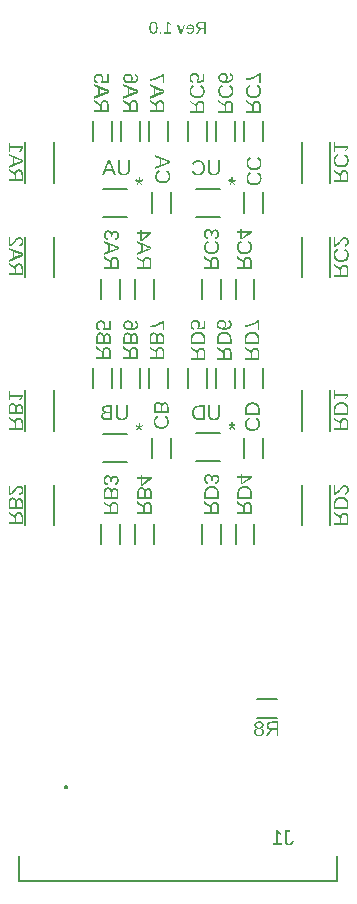
<source format=gbr>
G04 EAGLE Gerber RS-274X export*
G75*
%MOMM*%
%FSLAX34Y34*%
%LPD*%
%INSilkscreen Bottom*%
%IPPOS*%
%AMOC8*
5,1,8,0,0,1.08239X$1,22.5*%
G01*
G04 Define Apertures*
%ADD10C,0.152400*%
%ADD11C,0.127000*%
%ADD12C,0.200000*%
G36*
X129279Y716180D02*
X128866Y716200D01*
X128480Y716261D01*
X128119Y716363D01*
X127784Y716506D01*
X127476Y716689D01*
X127193Y716913D01*
X126936Y717177D01*
X126705Y717483D01*
X126501Y717827D01*
X126324Y718207D01*
X126174Y718624D01*
X126051Y719078D01*
X125956Y719568D01*
X125888Y720095D01*
X125847Y720658D01*
X125833Y721258D01*
X125846Y721867D01*
X125885Y722438D01*
X125950Y722970D01*
X126041Y723464D01*
X126157Y723919D01*
X126300Y724336D01*
X126468Y724714D01*
X126663Y725054D01*
X126885Y725354D01*
X127135Y725614D01*
X127414Y725835D01*
X127721Y726015D01*
X128057Y726155D01*
X128422Y726255D01*
X128815Y726315D01*
X129237Y726335D01*
X129670Y726316D01*
X130073Y726256D01*
X130446Y726157D01*
X130789Y726018D01*
X131102Y725840D01*
X131385Y725622D01*
X131637Y725365D01*
X131860Y725068D01*
X132054Y724731D01*
X132223Y724354D01*
X132366Y723938D01*
X132482Y723481D01*
X132573Y722985D01*
X132638Y722449D01*
X132677Y721873D01*
X132690Y721258D01*
X132676Y720655D01*
X132636Y720089D01*
X132570Y719560D01*
X132476Y719069D01*
X132356Y718615D01*
X132209Y718198D01*
X132036Y717818D01*
X131835Y717476D01*
X131608Y717172D01*
X131355Y716909D01*
X131075Y716686D01*
X130769Y716504D01*
X130436Y716362D01*
X130077Y716261D01*
X129691Y716200D01*
X129279Y716180D01*
G37*
%LPC*%
G36*
X129265Y717209D02*
X129536Y717225D01*
X129787Y717270D01*
X130020Y717346D01*
X130234Y717453D01*
X130429Y717590D01*
X130605Y717757D01*
X130762Y717955D01*
X130900Y718183D01*
X131021Y718444D01*
X131125Y718740D01*
X131214Y719072D01*
X131286Y719438D01*
X131343Y719840D01*
X131383Y720278D01*
X131407Y720750D01*
X131415Y721258D01*
X131407Y721780D01*
X131383Y722264D01*
X131344Y722709D01*
X131288Y723117D01*
X131217Y723487D01*
X131129Y723818D01*
X131026Y724112D01*
X130907Y724367D01*
X130770Y724589D01*
X130612Y724781D01*
X130434Y724944D01*
X130236Y725076D01*
X130017Y725180D01*
X129777Y725254D01*
X129517Y725298D01*
X129237Y725313D01*
X128963Y725298D01*
X128710Y725253D01*
X128476Y725178D01*
X128262Y725073D01*
X128069Y724938D01*
X127895Y724773D01*
X127742Y724578D01*
X127608Y724353D01*
X127493Y724095D01*
X127392Y723800D01*
X127308Y723468D01*
X127238Y723100D01*
X127184Y722694D01*
X127146Y722252D01*
X127122Y721773D01*
X127115Y721258D01*
X127123Y720760D01*
X127147Y720295D01*
X127188Y719863D01*
X127244Y719465D01*
X127317Y719100D01*
X127406Y718768D01*
X127512Y718469D01*
X127633Y718204D01*
X127772Y717971D01*
X127929Y717769D01*
X128105Y717598D01*
X128300Y717458D01*
X128513Y717349D01*
X128745Y717272D01*
X128996Y717225D01*
X129265Y717209D01*
G37*
%LPD*%
G36*
X166566Y716320D02*
X165026Y716320D01*
X166634Y718762D01*
X167827Y720571D01*
X167553Y720629D01*
X167294Y720704D01*
X167050Y720796D01*
X166821Y720906D01*
X166696Y720980D01*
X166608Y721033D01*
X166409Y721177D01*
X166226Y721338D01*
X166059Y721517D01*
X165908Y721710D01*
X165778Y721913D01*
X165668Y722128D01*
X165578Y722354D01*
X165508Y722590D01*
X165458Y722838D01*
X165428Y723096D01*
X165418Y723366D01*
X165432Y723689D01*
X165474Y723995D01*
X165545Y724282D01*
X165645Y724550D01*
X165772Y724801D01*
X165928Y725033D01*
X166112Y725247D01*
X166325Y725442D01*
X166563Y725617D01*
X166826Y725769D01*
X167112Y725897D01*
X167422Y726002D01*
X167755Y726083D01*
X168113Y726142D01*
X168494Y726177D01*
X168899Y726188D01*
X173542Y726188D01*
X173542Y716320D01*
X172204Y716320D01*
X172204Y720417D01*
X169130Y720417D01*
X166566Y716320D01*
G37*
%LPC*%
G36*
X172204Y721475D02*
X172204Y725117D01*
X169032Y725117D01*
X168765Y725110D01*
X168514Y725089D01*
X168279Y725053D01*
X168061Y725004D01*
X167858Y724940D01*
X167672Y724863D01*
X167502Y724771D01*
X167347Y724665D01*
X167210Y724546D01*
X167091Y724414D01*
X166991Y724269D01*
X166909Y724111D01*
X166845Y723940D01*
X166799Y723757D01*
X166772Y723561D01*
X166762Y723352D01*
X166772Y723136D01*
X166799Y722932D01*
X166844Y722740D01*
X166907Y722561D01*
X166988Y722395D01*
X167088Y722240D01*
X167205Y722098D01*
X167340Y721969D01*
X167492Y721853D01*
X167659Y721753D01*
X167841Y721668D01*
X168038Y721598D01*
X168250Y721544D01*
X168477Y721506D01*
X168719Y721483D01*
X168976Y721475D01*
X172204Y721475D01*
G37*
%LPD*%
G36*
X160327Y716180D02*
X160032Y716187D01*
X159752Y716208D01*
X159484Y716243D01*
X159230Y716292D01*
X158990Y716355D01*
X158763Y716432D01*
X158550Y716523D01*
X158350Y716628D01*
X158164Y716747D01*
X157991Y716880D01*
X157832Y717027D01*
X157686Y717188D01*
X157554Y717364D01*
X157435Y717553D01*
X157330Y717756D01*
X157238Y717973D01*
X158345Y718288D01*
X158452Y718047D01*
X158600Y717828D01*
X158787Y717630D01*
X159014Y717455D01*
X159281Y717311D01*
X159589Y717208D01*
X159937Y717146D01*
X160327Y717125D01*
X160578Y717136D01*
X160814Y717170D01*
X161034Y717225D01*
X161239Y717302D01*
X161428Y717402D01*
X161602Y717523D01*
X161760Y717667D01*
X161903Y717833D01*
X162029Y718019D01*
X162139Y718224D01*
X162231Y718447D01*
X162307Y718689D01*
X162366Y718950D01*
X162408Y719229D01*
X162434Y719527D01*
X162442Y719843D01*
X157035Y719843D01*
X157035Y720011D01*
X157048Y720499D01*
X157087Y720955D01*
X157153Y721380D01*
X157244Y721773D01*
X157361Y722135D01*
X157505Y722465D01*
X157675Y722764D01*
X157870Y723031D01*
X158092Y723267D01*
X158340Y723472D01*
X158614Y723645D01*
X158914Y723786D01*
X159241Y723897D01*
X159593Y723975D01*
X159971Y724022D01*
X160376Y724038D01*
X160772Y724023D01*
X161145Y723976D01*
X161494Y723897D01*
X161820Y723788D01*
X162122Y723647D01*
X162400Y723475D01*
X162655Y723271D01*
X162887Y723037D01*
X163093Y722773D01*
X163271Y722481D01*
X163422Y722162D01*
X163546Y721816D01*
X163642Y721443D01*
X163711Y721042D01*
X163752Y720614D01*
X163766Y720158D01*
X163752Y719680D01*
X163711Y719231D01*
X163642Y718814D01*
X163546Y718426D01*
X163422Y718070D01*
X163271Y717743D01*
X163093Y717447D01*
X162887Y717181D01*
X162654Y716947D01*
X162397Y716743D01*
X162115Y716571D01*
X161807Y716430D01*
X161475Y716321D01*
X161117Y716243D01*
X160735Y716196D01*
X160327Y716180D01*
G37*
%LPC*%
G36*
X162428Y720809D02*
X162410Y721070D01*
X162376Y721317D01*
X162327Y721549D01*
X162263Y721766D01*
X162183Y721970D01*
X162087Y722159D01*
X161976Y722333D01*
X161850Y722494D01*
X161710Y722637D01*
X161558Y722762D01*
X161395Y722867D01*
X161219Y722953D01*
X161031Y723020D01*
X160832Y723068D01*
X160620Y723097D01*
X160397Y723107D01*
X160167Y723098D01*
X159952Y723072D01*
X159750Y723029D01*
X159562Y722969D01*
X159387Y722892D01*
X159227Y722797D01*
X159080Y722686D01*
X158947Y722557D01*
X158827Y722409D01*
X158720Y722241D01*
X158625Y722053D01*
X158543Y721845D01*
X158473Y721617D01*
X158415Y721368D01*
X158370Y721099D01*
X158338Y720809D01*
X162428Y720809D01*
G37*
%LPD*%
G36*
X144126Y716320D02*
X137942Y716320D01*
X137942Y717392D01*
X140344Y717392D01*
X140344Y726188D01*
X141507Y726188D01*
X143839Y724584D01*
X143839Y723394D01*
X141612Y724984D01*
X141612Y717392D01*
X144126Y717392D01*
X144126Y716320D01*
G37*
G36*
X153605Y716320D02*
X152113Y716320D01*
X149283Y723898D01*
X150621Y723898D01*
X152344Y718953D01*
X152617Y718127D01*
X152862Y717308D01*
X153346Y718967D01*
X155013Y723898D01*
X156357Y723898D01*
X153605Y716320D01*
G37*
G36*
X135940Y716320D02*
X134575Y716320D01*
X134575Y717854D01*
X135940Y717854D01*
X135940Y716320D01*
G37*
G36*
X115923Y588239D02*
X114880Y588870D01*
X116501Y591060D01*
X114031Y591699D01*
X114425Y592855D01*
X116737Y591953D01*
X116623Y594537D01*
X117814Y594537D01*
X117709Y591936D01*
X120048Y592873D01*
X120442Y591699D01*
X117990Y591060D01*
X119645Y588888D01*
X118603Y588257D01*
X117236Y590499D01*
X115923Y588239D01*
G37*
G36*
X87406Y596540D02*
X85698Y596540D01*
X90655Y608881D01*
X92556Y608881D01*
X97592Y596540D01*
X95858Y596540D01*
X94439Y600149D01*
X88816Y600149D01*
X87406Y596540D01*
G37*
%LPC*%
G36*
X93931Y601454D02*
X92354Y605509D01*
X91978Y606544D01*
X91706Y607374D01*
X91627Y607620D01*
X91391Y606893D01*
X91145Y606170D01*
X90900Y605526D01*
X89315Y601454D01*
X93931Y601454D01*
G37*
%LPD*%
G36*
X104193Y596365D02*
X103805Y596374D01*
X103431Y596401D01*
X103069Y596446D01*
X102721Y596508D01*
X102385Y596589D01*
X102062Y596688D01*
X101753Y596804D01*
X101456Y596939D01*
X101174Y597090D01*
X100909Y597257D01*
X100660Y597441D01*
X100427Y597640D01*
X100211Y597856D01*
X100011Y598087D01*
X99827Y598335D01*
X99660Y598598D01*
X99512Y598876D01*
X99383Y599167D01*
X99274Y599471D01*
X99184Y599787D01*
X99115Y600117D01*
X99065Y600459D01*
X99035Y600814D01*
X99025Y601182D01*
X99025Y608881D01*
X100690Y608881D01*
X100690Y601278D01*
X100704Y600856D01*
X100747Y600459D01*
X100820Y600089D01*
X100921Y599745D01*
X101051Y599426D01*
X101209Y599134D01*
X101397Y598869D01*
X101614Y598629D01*
X101856Y598416D01*
X102122Y598232D01*
X102411Y598077D01*
X102723Y597949D01*
X103058Y597850D01*
X103416Y597779D01*
X103797Y597737D01*
X104202Y597722D01*
X104595Y597736D01*
X104964Y597777D01*
X105310Y597846D01*
X105632Y597941D01*
X105930Y598065D01*
X106204Y598215D01*
X106454Y598393D01*
X106680Y598598D01*
X106882Y598830D01*
X107056Y599087D01*
X107204Y599370D01*
X107324Y599678D01*
X107418Y600011D01*
X107485Y600370D01*
X107525Y600755D01*
X107539Y601165D01*
X107539Y608881D01*
X109212Y608881D01*
X109212Y601024D01*
X109202Y600667D01*
X109173Y600323D01*
X109124Y599991D01*
X109056Y599671D01*
X108969Y599364D01*
X108862Y599070D01*
X108736Y598788D01*
X108590Y598519D01*
X108426Y598264D01*
X108247Y598025D01*
X108052Y597801D01*
X107841Y597593D01*
X107614Y597401D01*
X107371Y597224D01*
X107113Y597062D01*
X106838Y596917D01*
X106550Y596787D01*
X106249Y596675D01*
X105937Y596580D01*
X105612Y596503D01*
X105275Y596442D01*
X104927Y596399D01*
X104566Y596373D01*
X104193Y596365D01*
G37*
G36*
X194503Y588239D02*
X193460Y588870D01*
X195081Y591060D01*
X192611Y591699D01*
X193005Y592855D01*
X195317Y591953D01*
X195203Y594537D01*
X196394Y594537D01*
X196289Y591936D01*
X198628Y592873D01*
X199022Y591699D01*
X196570Y591060D01*
X198225Y588888D01*
X197183Y588257D01*
X195816Y590499D01*
X194503Y588239D01*
G37*
G36*
X180418Y596365D02*
X180030Y596374D01*
X179656Y596401D01*
X179294Y596446D01*
X178946Y596508D01*
X178610Y596589D01*
X178287Y596688D01*
X177978Y596804D01*
X177681Y596939D01*
X177399Y597090D01*
X177134Y597257D01*
X176885Y597441D01*
X176652Y597640D01*
X176436Y597856D01*
X176236Y598087D01*
X176052Y598335D01*
X175885Y598598D01*
X175737Y598876D01*
X175608Y599167D01*
X175499Y599471D01*
X175409Y599787D01*
X175340Y600117D01*
X175290Y600459D01*
X175260Y600814D01*
X175250Y601182D01*
X175250Y608881D01*
X176915Y608881D01*
X176915Y601278D01*
X176929Y600856D01*
X176972Y600459D01*
X177045Y600089D01*
X177146Y599745D01*
X177276Y599426D01*
X177434Y599134D01*
X177622Y598869D01*
X177839Y598629D01*
X178081Y598416D01*
X178347Y598232D01*
X178636Y598077D01*
X178948Y597949D01*
X179283Y597850D01*
X179641Y597779D01*
X180022Y597737D01*
X180427Y597722D01*
X180820Y597736D01*
X181189Y597777D01*
X181535Y597846D01*
X181857Y597941D01*
X182155Y598065D01*
X182429Y598215D01*
X182679Y598393D01*
X182905Y598598D01*
X183107Y598830D01*
X183281Y599087D01*
X183429Y599370D01*
X183549Y599678D01*
X183643Y600011D01*
X183710Y600370D01*
X183750Y600755D01*
X183764Y601165D01*
X183764Y608881D01*
X185437Y608881D01*
X185437Y601024D01*
X185427Y600667D01*
X185398Y600323D01*
X185349Y599991D01*
X185281Y599671D01*
X185194Y599364D01*
X185087Y599070D01*
X184961Y598788D01*
X184815Y598519D01*
X184651Y598264D01*
X184472Y598025D01*
X184277Y597801D01*
X184066Y597593D01*
X183839Y597401D01*
X183596Y597224D01*
X183338Y597062D01*
X183063Y596917D01*
X182775Y596787D01*
X182474Y596675D01*
X182162Y596580D01*
X181837Y596503D01*
X181500Y596442D01*
X181152Y596399D01*
X180791Y596373D01*
X180418Y596365D01*
G37*
G36*
X166924Y596365D02*
X166475Y596378D01*
X166041Y596417D01*
X165620Y596482D01*
X165213Y596573D01*
X164819Y596690D01*
X164440Y596833D01*
X164074Y597002D01*
X163723Y597197D01*
X163387Y597417D01*
X163071Y597661D01*
X162775Y597928D01*
X162497Y598219D01*
X162239Y598535D01*
X162001Y598874D01*
X161781Y599236D01*
X161581Y599623D01*
X162947Y600306D01*
X163116Y599995D01*
X163294Y599705D01*
X163482Y599434D01*
X163680Y599183D01*
X163889Y598953D01*
X164107Y598742D01*
X164336Y598552D01*
X164574Y598381D01*
X164823Y598231D01*
X165082Y598101D01*
X165350Y597991D01*
X165629Y597900D01*
X165918Y597830D01*
X166217Y597780D01*
X166526Y597750D01*
X166845Y597740D01*
X167338Y597761D01*
X167804Y597826D01*
X168245Y597934D01*
X168659Y598085D01*
X169047Y598279D01*
X169409Y598516D01*
X169745Y598796D01*
X170055Y599119D01*
X170333Y599478D01*
X170574Y599865D01*
X170778Y600279D01*
X170945Y600721D01*
X171075Y601191D01*
X171168Y601689D01*
X171223Y602214D01*
X171242Y602767D01*
X171224Y603326D01*
X171171Y603854D01*
X171082Y604351D01*
X170957Y604818D01*
X170797Y605254D01*
X170601Y605660D01*
X170370Y606035D01*
X170103Y606380D01*
X169804Y606689D01*
X169477Y606957D01*
X169121Y607183D01*
X168737Y607369D01*
X168324Y607513D01*
X167883Y607616D01*
X167413Y607678D01*
X166915Y607698D01*
X166594Y607689D01*
X166285Y607663D01*
X165986Y607618D01*
X165699Y607556D01*
X165422Y607476D01*
X165157Y607378D01*
X164903Y607263D01*
X164660Y607129D01*
X164430Y606979D01*
X164217Y606813D01*
X164020Y606631D01*
X163840Y606433D01*
X163675Y606219D01*
X163527Y605989D01*
X163396Y605744D01*
X163280Y605482D01*
X161695Y606008D01*
X161861Y606375D01*
X162050Y606719D01*
X162260Y607040D01*
X162492Y607337D01*
X162746Y607611D01*
X163022Y607862D01*
X163320Y608090D01*
X163639Y608294D01*
X163980Y608475D01*
X164341Y608631D01*
X164722Y608764D01*
X165124Y608872D01*
X165546Y608956D01*
X165988Y609017D01*
X166450Y609053D01*
X166933Y609065D01*
X167280Y609058D01*
X167618Y609039D01*
X167947Y609006D01*
X168266Y608960D01*
X168575Y608901D01*
X168875Y608829D01*
X169166Y608745D01*
X169446Y608646D01*
X169717Y608535D01*
X169979Y608411D01*
X170231Y608274D01*
X170473Y608124D01*
X170929Y607784D01*
X171347Y607392D01*
X171720Y606954D01*
X172044Y606475D01*
X172318Y605957D01*
X172437Y605683D01*
X172542Y605399D01*
X172636Y605105D01*
X172717Y604801D01*
X172785Y604487D01*
X172841Y604163D01*
X172885Y603829D01*
X172916Y603485D01*
X172935Y603131D01*
X172941Y602767D01*
X172930Y602283D01*
X172896Y601815D01*
X172841Y601364D01*
X172762Y600929D01*
X172662Y600511D01*
X172539Y600109D01*
X172394Y599724D01*
X172227Y599356D01*
X172038Y599006D01*
X171830Y598677D01*
X171601Y598369D01*
X171351Y598082D01*
X171082Y597815D01*
X170792Y597569D01*
X170482Y597344D01*
X170151Y597140D01*
X169803Y596958D01*
X169439Y596801D01*
X169059Y596668D01*
X168663Y596559D01*
X168252Y596474D01*
X167825Y596413D01*
X167382Y596377D01*
X166924Y596365D01*
G37*
G36*
X91372Y649818D02*
X79032Y649818D01*
X79032Y651491D01*
X84155Y651491D01*
X84155Y655336D01*
X79032Y658542D01*
X79032Y660469D01*
X82085Y658457D01*
X84348Y656965D01*
X84420Y657308D01*
X84514Y657632D01*
X84629Y657937D01*
X84766Y658223D01*
X84859Y658379D01*
X84925Y658490D01*
X85105Y658738D01*
X85307Y658967D01*
X85530Y659177D01*
X85771Y659365D01*
X86026Y659527D01*
X86295Y659665D01*
X86577Y659778D01*
X86873Y659866D01*
X87182Y659928D01*
X87506Y659966D01*
X87843Y659978D01*
X88247Y659961D01*
X88629Y659907D01*
X88988Y659819D01*
X89324Y659695D01*
X89637Y659535D01*
X89927Y659340D01*
X90195Y659110D01*
X90440Y658844D01*
X90658Y658546D01*
X90848Y658217D01*
X91008Y657860D01*
X91139Y657472D01*
X91241Y657055D01*
X91314Y656608D01*
X91358Y656132D01*
X91372Y655625D01*
X91372Y649818D01*
G37*
%LPC*%
G36*
X90032Y651491D02*
X90032Y655459D01*
X90023Y655793D01*
X89997Y656106D01*
X89953Y656400D01*
X89891Y656673D01*
X89812Y656926D01*
X89714Y657159D01*
X89600Y657372D01*
X89467Y657565D01*
X89318Y657737D01*
X89153Y657885D01*
X88972Y658011D01*
X88774Y658114D01*
X88561Y658194D01*
X88332Y658251D01*
X88086Y658285D01*
X87825Y658297D01*
X87555Y658285D01*
X87300Y658251D01*
X87060Y658195D01*
X86836Y658116D01*
X86628Y658014D01*
X86435Y657890D01*
X86257Y657743D01*
X86095Y657574D01*
X85951Y657384D01*
X85825Y657175D01*
X85719Y656948D01*
X85632Y656701D01*
X85565Y656436D01*
X85516Y656153D01*
X85487Y655850D01*
X85478Y655529D01*
X85478Y651491D01*
X90032Y651491D01*
G37*
%LPD*%
G36*
X79032Y661351D02*
X79032Y663085D01*
X82640Y664504D01*
X82640Y670127D01*
X79032Y671537D01*
X79032Y673245D01*
X91372Y668287D01*
X91372Y666387D01*
X79032Y661351D01*
G37*
%LPC*%
G36*
X83945Y665012D02*
X88000Y666588D01*
X89036Y666965D01*
X89866Y667236D01*
X90111Y667315D01*
X89384Y667552D01*
X88662Y667797D01*
X88018Y668042D01*
X83945Y669627D01*
X83945Y665012D01*
G37*
%LPD*%
G36*
X81790Y674003D02*
X81444Y674085D01*
X81119Y674191D01*
X80815Y674322D01*
X80531Y674478D01*
X80269Y674657D01*
X80028Y674861D01*
X79808Y675090D01*
X79610Y675343D01*
X79433Y675618D01*
X79280Y675914D01*
X79151Y676231D01*
X79045Y676569D01*
X78962Y676927D01*
X78903Y677307D01*
X78868Y677707D01*
X78856Y678128D01*
X78874Y678628D01*
X78926Y679101D01*
X79014Y679545D01*
X79137Y679962D01*
X79294Y680350D01*
X79487Y680710D01*
X79715Y681042D01*
X79977Y681347D01*
X80271Y681619D01*
X80590Y681854D01*
X80935Y682054D01*
X81307Y682217D01*
X81704Y682344D01*
X82127Y682435D01*
X82576Y682489D01*
X83052Y682507D01*
X83471Y682490D01*
X83870Y682440D01*
X84248Y682355D01*
X84606Y682237D01*
X84944Y682085D01*
X85262Y681899D01*
X85560Y681679D01*
X85837Y681425D01*
X86087Y681143D01*
X86304Y680838D01*
X86488Y680510D01*
X86638Y680159D01*
X86755Y679784D01*
X86839Y679387D01*
X86889Y678966D01*
X86905Y678522D01*
X86893Y678149D01*
X86856Y677791D01*
X86795Y677449D01*
X86708Y677123D01*
X86598Y676812D01*
X86462Y676517D01*
X86302Y676237D01*
X86117Y675973D01*
X90032Y676210D01*
X90032Y681789D01*
X91372Y681789D01*
X91372Y674773D01*
X84733Y674362D01*
X84733Y675903D01*
X84957Y676179D01*
X85145Y676455D01*
X85298Y676731D01*
X85416Y677007D01*
X85505Y677288D01*
X85568Y677580D01*
X85605Y677884D01*
X85618Y678198D01*
X85607Y678497D01*
X85573Y678780D01*
X85517Y679047D01*
X85438Y679298D01*
X85337Y679534D01*
X85214Y679754D01*
X85068Y679958D01*
X84900Y680147D01*
X84713Y680316D01*
X84513Y680463D01*
X84298Y680587D01*
X84070Y680689D01*
X83827Y680768D01*
X83571Y680824D01*
X83301Y680858D01*
X83017Y680869D01*
X82691Y680858D01*
X82382Y680824D01*
X82092Y680768D01*
X81820Y680690D01*
X81566Y680589D01*
X81329Y680465D01*
X81111Y680319D01*
X80910Y680151D01*
X80731Y679963D01*
X80575Y679757D01*
X80443Y679535D01*
X80335Y679295D01*
X80252Y679038D01*
X80192Y678763D01*
X80156Y678472D01*
X80144Y678163D01*
X80151Y677911D01*
X80172Y677671D01*
X80208Y677443D01*
X80258Y677227D01*
X80323Y677024D01*
X80401Y676833D01*
X80494Y676654D01*
X80601Y676488D01*
X80723Y676334D01*
X80859Y676192D01*
X81009Y676062D01*
X81174Y675944D01*
X81352Y675839D01*
X81545Y675746D01*
X81753Y675665D01*
X81974Y675597D01*
X81790Y674003D01*
G37*
G36*
X99856Y517171D02*
X87515Y517171D01*
X87515Y518844D01*
X92639Y518844D01*
X92639Y522689D01*
X87515Y525895D01*
X87515Y527822D01*
X90568Y525810D01*
X92831Y524318D01*
X92903Y524661D01*
X92997Y524985D01*
X93113Y525290D01*
X93250Y525576D01*
X93342Y525732D01*
X93408Y525843D01*
X93588Y526091D01*
X93790Y526320D01*
X94014Y526530D01*
X94255Y526718D01*
X94510Y526881D01*
X94778Y527018D01*
X95060Y527131D01*
X95356Y527219D01*
X95666Y527281D01*
X95989Y527319D01*
X96326Y527331D01*
X96731Y527314D01*
X97112Y527260D01*
X97471Y527172D01*
X97807Y527048D01*
X98120Y526888D01*
X98411Y526693D01*
X98678Y526463D01*
X98923Y526197D01*
X99142Y525899D01*
X99331Y525571D01*
X99491Y525213D01*
X99622Y524825D01*
X99724Y524408D01*
X99797Y523961D01*
X99841Y523485D01*
X99856Y522978D01*
X99856Y517171D01*
G37*
%LPC*%
G36*
X98516Y518844D02*
X98516Y522812D01*
X98507Y523146D01*
X98480Y523459D01*
X98436Y523753D01*
X98374Y524026D01*
X98295Y524279D01*
X98198Y524512D01*
X98083Y524725D01*
X97951Y524918D01*
X97801Y525090D01*
X97636Y525238D01*
X97455Y525364D01*
X97258Y525467D01*
X97044Y525547D01*
X96815Y525604D01*
X96570Y525638D01*
X96308Y525650D01*
X96038Y525638D01*
X95783Y525605D01*
X95544Y525548D01*
X95320Y525469D01*
X95111Y525367D01*
X94918Y525243D01*
X94741Y525096D01*
X94579Y524927D01*
X94434Y524737D01*
X94308Y524528D01*
X94202Y524301D01*
X94116Y524055D01*
X94048Y523790D01*
X94000Y523506D01*
X93971Y523203D01*
X93961Y522882D01*
X93961Y518844D01*
X98516Y518844D01*
G37*
%LPD*%
G36*
X87515Y528704D02*
X87515Y530438D01*
X91123Y531857D01*
X91123Y537480D01*
X87515Y538890D01*
X87515Y540598D01*
X99856Y535641D01*
X99856Y533740D01*
X87515Y528704D01*
G37*
%LPC*%
G36*
X92428Y532365D02*
X96484Y533941D01*
X97519Y534318D01*
X98349Y534590D01*
X98594Y534668D01*
X97867Y534905D01*
X97145Y535150D01*
X96501Y535395D01*
X92428Y536981D01*
X92428Y532365D01*
G37*
%LPD*%
G36*
X90685Y541321D02*
X90284Y541387D01*
X89908Y541482D01*
X89558Y541606D01*
X89233Y541757D01*
X88933Y541938D01*
X88658Y542146D01*
X88409Y542383D01*
X88185Y542648D01*
X87987Y542939D01*
X87815Y543253D01*
X87670Y543592D01*
X87551Y543954D01*
X87459Y544339D01*
X87393Y544749D01*
X87353Y545182D01*
X87340Y545639D01*
X87354Y546128D01*
X87398Y546588D01*
X87472Y547019D01*
X87574Y547421D01*
X87706Y547794D01*
X87867Y548138D01*
X88057Y548453D01*
X88277Y548739D01*
X88523Y548994D01*
X88794Y549214D01*
X89088Y549401D01*
X89407Y549554D01*
X89749Y549672D01*
X90116Y549757D01*
X90507Y549808D01*
X90922Y549825D01*
X91211Y549813D01*
X91488Y549777D01*
X91752Y549717D01*
X92004Y549633D01*
X92243Y549524D01*
X92469Y549392D01*
X92683Y549235D01*
X92884Y549054D01*
X93069Y548852D01*
X93234Y548631D01*
X93380Y548390D01*
X93506Y548130D01*
X93612Y547852D01*
X93698Y547553D01*
X93765Y547236D01*
X93812Y546900D01*
X93847Y546900D01*
X93920Y547206D01*
X94009Y547493D01*
X94111Y547761D01*
X94229Y548011D01*
X94362Y548242D01*
X94510Y548454D01*
X94673Y548648D01*
X94850Y548822D01*
X95042Y548977D01*
X95248Y549112D01*
X95467Y549225D01*
X95701Y549318D01*
X95948Y549391D01*
X96209Y549442D01*
X96484Y549473D01*
X96773Y549484D01*
X97147Y549468D01*
X97501Y549419D01*
X97833Y549339D01*
X98144Y549226D01*
X98434Y549082D01*
X98703Y548905D01*
X98951Y548696D01*
X99177Y548455D01*
X99379Y548184D01*
X99554Y547888D01*
X99703Y547566D01*
X99824Y547218D01*
X99918Y546845D01*
X99986Y546445D01*
X100026Y546020D01*
X100040Y545569D01*
X100026Y545153D01*
X99986Y544758D01*
X99920Y544381D01*
X99827Y544024D01*
X99708Y543686D01*
X99562Y543367D01*
X99389Y543068D01*
X99190Y542788D01*
X98967Y542531D01*
X98724Y542304D01*
X98459Y542104D01*
X98174Y541933D01*
X97868Y541790D01*
X97541Y541675D01*
X97194Y541589D01*
X96825Y541531D01*
X96703Y543116D01*
X96939Y543151D01*
X97161Y543202D01*
X97370Y543271D01*
X97565Y543356D01*
X97747Y543458D01*
X97915Y543577D01*
X98069Y543713D01*
X98209Y543865D01*
X98334Y544032D01*
X98443Y544212D01*
X98535Y544404D01*
X98610Y544608D01*
X98668Y544825D01*
X98710Y545055D01*
X98735Y545297D01*
X98743Y545551D01*
X98734Y545829D01*
X98707Y546089D01*
X98663Y546332D01*
X98600Y546557D01*
X98519Y546765D01*
X98421Y546954D01*
X98304Y547126D01*
X98170Y547281D01*
X98020Y547417D01*
X97857Y547536D01*
X97681Y547636D01*
X97492Y547718D01*
X97290Y547781D01*
X97075Y547827D01*
X96847Y547854D01*
X96606Y547863D01*
X96363Y547852D01*
X96134Y547819D01*
X95918Y547763D01*
X95716Y547685D01*
X95528Y547584D01*
X95352Y547462D01*
X95191Y547317D01*
X95043Y547149D01*
X94910Y546962D01*
X94796Y546756D01*
X94699Y546532D01*
X94619Y546290D01*
X94557Y546030D01*
X94513Y545751D01*
X94487Y545454D01*
X94478Y545139D01*
X94478Y544281D01*
X93112Y544281D01*
X93112Y545174D01*
X93103Y545529D01*
X93076Y545863D01*
X93032Y546175D01*
X92970Y546465D01*
X92891Y546734D01*
X92794Y546982D01*
X92679Y547208D01*
X92547Y547412D01*
X92399Y547594D01*
X92237Y547751D01*
X92061Y547885D01*
X91871Y547994D01*
X91668Y548078D01*
X91450Y548139D01*
X91219Y548175D01*
X90975Y548187D01*
X90694Y548177D01*
X90432Y548145D01*
X90187Y548092D01*
X89961Y548018D01*
X89752Y547922D01*
X89561Y547806D01*
X89387Y547668D01*
X89232Y547509D01*
X89094Y547331D01*
X88975Y547137D01*
X88874Y546927D01*
X88791Y546702D01*
X88727Y546460D01*
X88681Y546202D01*
X88654Y545928D01*
X88645Y545639D01*
X88653Y545350D01*
X88679Y545077D01*
X88722Y544821D01*
X88782Y544580D01*
X88859Y544356D01*
X88953Y544148D01*
X89064Y543956D01*
X89192Y543780D01*
X89338Y543620D01*
X89500Y543476D01*
X89680Y543348D01*
X89876Y543236D01*
X90090Y543140D01*
X90321Y543061D01*
X90569Y542997D01*
X90834Y542950D01*
X90685Y541321D01*
G37*
G36*
X127504Y517171D02*
X115163Y517171D01*
X115163Y518844D01*
X120287Y518844D01*
X120287Y522689D01*
X115163Y525895D01*
X115163Y527822D01*
X118216Y525810D01*
X120479Y524318D01*
X120552Y524661D01*
X120645Y524985D01*
X120761Y525290D01*
X120898Y525576D01*
X120990Y525732D01*
X121056Y525843D01*
X121237Y526091D01*
X121438Y526320D01*
X121662Y526530D01*
X121903Y526718D01*
X122158Y526881D01*
X122426Y527018D01*
X122709Y527131D01*
X123004Y527219D01*
X123314Y527281D01*
X123637Y527319D01*
X123974Y527331D01*
X124379Y527314D01*
X124761Y527260D01*
X125119Y527172D01*
X125455Y527048D01*
X125769Y526888D01*
X126059Y526693D01*
X126326Y526463D01*
X126571Y526197D01*
X126790Y525899D01*
X126979Y525571D01*
X127139Y525213D01*
X127271Y524825D01*
X127373Y524408D01*
X127446Y523961D01*
X127489Y523485D01*
X127504Y522978D01*
X127504Y517171D01*
G37*
%LPC*%
G36*
X126164Y518844D02*
X126164Y522812D01*
X126155Y523146D01*
X126128Y523459D01*
X126084Y523753D01*
X126023Y524026D01*
X125943Y524279D01*
X125846Y524512D01*
X125731Y524725D01*
X125599Y524918D01*
X125450Y525090D01*
X125284Y525238D01*
X125103Y525364D01*
X124906Y525467D01*
X124693Y525547D01*
X124463Y525604D01*
X124218Y525638D01*
X123957Y525650D01*
X123686Y525638D01*
X123431Y525605D01*
X123192Y525548D01*
X122968Y525469D01*
X122760Y525367D01*
X122566Y525243D01*
X122389Y525096D01*
X122227Y524927D01*
X122082Y524737D01*
X121957Y524528D01*
X121851Y524301D01*
X121764Y524055D01*
X121696Y523790D01*
X121648Y523506D01*
X121619Y523203D01*
X121609Y522882D01*
X121609Y518844D01*
X126164Y518844D01*
G37*
%LPD*%
G36*
X115163Y528704D02*
X115163Y530438D01*
X118772Y531857D01*
X118772Y537480D01*
X115163Y538890D01*
X115163Y540598D01*
X127504Y535641D01*
X127504Y533740D01*
X115163Y528704D01*
G37*
%LPC*%
G36*
X120077Y532365D02*
X124132Y533941D01*
X125168Y534318D01*
X125997Y534590D01*
X126243Y534668D01*
X125516Y534905D01*
X124793Y535150D01*
X124149Y535395D01*
X120077Y536981D01*
X120077Y532365D01*
G37*
%LPD*%
G36*
X119183Y541049D02*
X117957Y541049D01*
X117957Y546865D01*
X115163Y546865D01*
X115163Y548354D01*
X117957Y548354D01*
X117957Y550088D01*
X119201Y550088D01*
X119201Y548354D01*
X127504Y548354D01*
X127504Y546698D01*
X119183Y541049D01*
G37*
%LPC*%
G36*
X119201Y542503D02*
X119376Y542643D01*
X120024Y543116D01*
X124684Y546278D01*
X125262Y546620D01*
X125726Y546865D01*
X119201Y546865D01*
X119201Y542503D01*
G37*
%LPD*%
G36*
X18864Y511701D02*
X6523Y511701D01*
X6523Y513374D01*
X11647Y513374D01*
X11647Y517219D01*
X6523Y520424D01*
X6523Y522351D01*
X9577Y520339D01*
X11840Y518848D01*
X11912Y519191D01*
X12006Y519515D01*
X12121Y519820D01*
X12258Y520106D01*
X12351Y520262D01*
X12417Y520373D01*
X12597Y520621D01*
X12799Y520850D01*
X13022Y521059D01*
X13263Y521247D01*
X13518Y521410D01*
X13787Y521548D01*
X14069Y521660D01*
X14365Y521748D01*
X14674Y521811D01*
X14997Y521848D01*
X15334Y521861D01*
X15739Y521843D01*
X16121Y521790D01*
X16480Y521701D01*
X16816Y521577D01*
X17129Y521418D01*
X17419Y521223D01*
X17687Y520992D01*
X17931Y520727D01*
X18150Y520428D01*
X18339Y520100D01*
X18500Y519742D01*
X18631Y519355D01*
X18733Y518938D01*
X18806Y518491D01*
X18849Y518014D01*
X18864Y517508D01*
X18864Y511701D01*
G37*
%LPC*%
G36*
X17524Y513374D02*
X17524Y517341D01*
X17515Y517675D01*
X17489Y517989D01*
X17445Y518282D01*
X17383Y518556D01*
X17303Y518809D01*
X17206Y519042D01*
X17091Y519255D01*
X16959Y519448D01*
X16810Y519619D01*
X16645Y519768D01*
X16463Y519893D01*
X16266Y519996D01*
X16053Y520076D01*
X15823Y520133D01*
X15578Y520168D01*
X15317Y520179D01*
X15046Y520168D01*
X14792Y520134D01*
X14552Y520078D01*
X14328Y519998D01*
X14120Y519897D01*
X13927Y519773D01*
X13749Y519626D01*
X13587Y519457D01*
X13442Y519267D01*
X13317Y519058D01*
X13211Y518830D01*
X13124Y518584D01*
X13056Y518319D01*
X13008Y518035D01*
X12979Y517733D01*
X12970Y517411D01*
X12970Y513374D01*
X17524Y513374D01*
G37*
%LPD*%
G36*
X6523Y523233D02*
X6523Y524967D01*
X10132Y526386D01*
X10132Y532009D01*
X6523Y533419D01*
X6523Y535127D01*
X18864Y530170D01*
X18864Y528269D01*
X6523Y523233D01*
G37*
%LPC*%
G36*
X11437Y526894D02*
X15492Y528471D01*
X16528Y528847D01*
X17358Y529119D01*
X17603Y529198D01*
X16876Y529434D01*
X16153Y529680D01*
X15510Y529925D01*
X11437Y531510D01*
X11437Y526894D01*
G37*
%LPD*%
G36*
X7636Y536069D02*
X6523Y536069D01*
X6523Y544241D01*
X7863Y544241D01*
X7863Y537803D01*
X8173Y537955D01*
X8488Y538149D01*
X8810Y538385D01*
X9138Y538662D01*
X9478Y538985D01*
X9839Y539360D01*
X10221Y539787D01*
X10622Y540264D01*
X11318Y541106D01*
X11916Y541799D01*
X12417Y542345D01*
X12821Y542743D01*
X13175Y543047D01*
X13530Y543311D01*
X13885Y543535D01*
X14240Y543720D01*
X14595Y543863D01*
X14951Y543966D01*
X15309Y544028D01*
X15667Y544048D01*
X16061Y544032D01*
X16431Y543985D01*
X16778Y543907D01*
X17102Y543797D01*
X17403Y543656D01*
X17681Y543484D01*
X17936Y543280D01*
X18168Y543045D01*
X18374Y542781D01*
X18553Y542490D01*
X18704Y542172D01*
X18828Y541827D01*
X18924Y541455D01*
X18993Y541056D01*
X19034Y540630D01*
X19048Y540177D01*
X19034Y539762D01*
X18993Y539366D01*
X18925Y538989D01*
X18829Y538632D01*
X18706Y538294D01*
X18555Y537975D01*
X18377Y537676D01*
X18172Y537396D01*
X17944Y537140D01*
X17696Y536912D01*
X17430Y536712D01*
X17145Y536541D01*
X16841Y536398D01*
X16518Y536283D01*
X16177Y536197D01*
X15816Y536139D01*
X15667Y537751D01*
X15908Y537788D01*
X16134Y537841D01*
X16347Y537912D01*
X16546Y537999D01*
X16732Y538103D01*
X16903Y538224D01*
X17061Y538362D01*
X17204Y538517D01*
X17333Y538686D01*
X17444Y538866D01*
X17538Y539056D01*
X17615Y539258D01*
X17675Y539471D01*
X17717Y539695D01*
X17743Y539931D01*
X17752Y540177D01*
X17743Y540435D01*
X17717Y540678D01*
X17673Y540906D01*
X17612Y541121D01*
X17533Y541320D01*
X17436Y541505D01*
X17323Y541676D01*
X17191Y541832D01*
X17044Y541972D01*
X16882Y542093D01*
X16707Y542195D01*
X16517Y542279D01*
X16313Y542344D01*
X16094Y542391D01*
X15862Y542418D01*
X15615Y542428D01*
X15248Y542406D01*
X14901Y542341D01*
X14573Y542233D01*
X14266Y542082D01*
X13971Y541895D01*
X13683Y541682D01*
X13402Y541442D01*
X13127Y541175D01*
X12584Y540581D01*
X12041Y539918D01*
X11475Y539219D01*
X10863Y538513D01*
X10536Y538162D01*
X10191Y537820D01*
X9827Y537485D01*
X9444Y537160D01*
X9037Y536850D01*
X8600Y536565D01*
X8133Y536305D01*
X7636Y536069D01*
G37*
G36*
X18864Y591167D02*
X6523Y591167D01*
X6523Y592840D01*
X11647Y592840D01*
X11647Y596685D01*
X6523Y599891D01*
X6523Y601818D01*
X9577Y599806D01*
X11840Y598314D01*
X11912Y598657D01*
X12006Y598981D01*
X12121Y599286D01*
X12258Y599572D01*
X12351Y599728D01*
X12417Y599839D01*
X12597Y600087D01*
X12799Y600316D01*
X13022Y600526D01*
X13263Y600714D01*
X13518Y600876D01*
X13787Y601014D01*
X14069Y601127D01*
X14365Y601215D01*
X14674Y601277D01*
X14997Y601315D01*
X15334Y601327D01*
X15739Y601310D01*
X16121Y601256D01*
X16480Y601168D01*
X16816Y601044D01*
X17129Y600884D01*
X17419Y600689D01*
X17687Y600459D01*
X17931Y600193D01*
X18150Y599895D01*
X18339Y599567D01*
X18500Y599209D01*
X18631Y598821D01*
X18733Y598404D01*
X18806Y597957D01*
X18849Y597481D01*
X18864Y596974D01*
X18864Y591167D01*
G37*
%LPC*%
G36*
X17524Y592840D02*
X17524Y596808D01*
X17515Y597142D01*
X17489Y597455D01*
X17445Y597749D01*
X17383Y598022D01*
X17303Y598275D01*
X17206Y598508D01*
X17091Y598721D01*
X16959Y598914D01*
X16810Y599086D01*
X16645Y599234D01*
X16463Y599360D01*
X16266Y599463D01*
X16053Y599543D01*
X15823Y599600D01*
X15578Y599634D01*
X15317Y599646D01*
X15046Y599634D01*
X14792Y599600D01*
X14552Y599544D01*
X14328Y599465D01*
X14120Y599363D01*
X13927Y599239D01*
X13749Y599092D01*
X13587Y598923D01*
X13442Y598733D01*
X13317Y598524D01*
X13211Y598297D01*
X13124Y598050D01*
X13056Y597785D01*
X13008Y597502D01*
X12979Y597199D01*
X12970Y596878D01*
X12970Y592840D01*
X17524Y592840D01*
G37*
%LPD*%
G36*
X6523Y602700D02*
X6523Y604434D01*
X10132Y605853D01*
X10132Y611476D01*
X6523Y612886D01*
X6523Y614594D01*
X18864Y609636D01*
X18864Y607736D01*
X6523Y602700D01*
G37*
%LPC*%
G36*
X11437Y606361D02*
X15492Y607937D01*
X16528Y608314D01*
X17358Y608585D01*
X17603Y608664D01*
X16876Y608901D01*
X16153Y609146D01*
X15510Y609391D01*
X11437Y610977D01*
X11437Y606361D01*
G37*
%LPD*%
G36*
X7863Y616000D02*
X6523Y616000D01*
X6523Y623734D01*
X7863Y623734D01*
X7863Y620729D01*
X18864Y620729D01*
X18864Y619275D01*
X16858Y616359D01*
X15369Y616359D01*
X17358Y619144D01*
X7863Y619144D01*
X7863Y616000D01*
G37*
G36*
X116117Y649818D02*
X103777Y649818D01*
X103777Y651491D01*
X108900Y651491D01*
X108900Y655336D01*
X103777Y658542D01*
X103777Y660469D01*
X106830Y658457D01*
X109093Y656965D01*
X109165Y657308D01*
X109259Y657632D01*
X109374Y657937D01*
X109511Y658223D01*
X109604Y658379D01*
X109670Y658490D01*
X109850Y658738D01*
X110052Y658967D01*
X110276Y659177D01*
X110517Y659365D01*
X110771Y659527D01*
X111040Y659665D01*
X111322Y659778D01*
X111618Y659866D01*
X111928Y659928D01*
X112251Y659966D01*
X112588Y659978D01*
X112992Y659961D01*
X113374Y659907D01*
X113733Y659819D01*
X114069Y659695D01*
X114382Y659535D01*
X114673Y659340D01*
X114940Y659110D01*
X115185Y658844D01*
X115403Y658546D01*
X115593Y658217D01*
X115753Y657860D01*
X115884Y657472D01*
X115986Y657055D01*
X116059Y656608D01*
X116103Y656132D01*
X116117Y655625D01*
X116117Y649818D01*
G37*
%LPC*%
G36*
X114777Y651491D02*
X114777Y655459D01*
X114769Y655793D01*
X114742Y656106D01*
X114698Y656400D01*
X114636Y656673D01*
X114557Y656926D01*
X114460Y657159D01*
X114345Y657372D01*
X114212Y657565D01*
X114063Y657737D01*
X113898Y657885D01*
X113717Y658011D01*
X113519Y658114D01*
X113306Y658194D01*
X113077Y658251D01*
X112832Y658285D01*
X112570Y658297D01*
X112300Y658285D01*
X112045Y658251D01*
X111806Y658195D01*
X111582Y658116D01*
X111373Y658014D01*
X111180Y657890D01*
X111003Y657743D01*
X110840Y657574D01*
X110696Y657384D01*
X110570Y657175D01*
X110464Y656948D01*
X110377Y656701D01*
X110310Y656436D01*
X110262Y656153D01*
X110233Y655850D01*
X110223Y655529D01*
X110223Y651491D01*
X114777Y651491D01*
G37*
%LPD*%
G36*
X109662Y674195D02*
X108944Y674213D01*
X108270Y674264D01*
X107640Y674350D01*
X107055Y674471D01*
X106513Y674626D01*
X106015Y674816D01*
X105561Y675040D01*
X105152Y675299D01*
X104788Y675590D01*
X104474Y675912D01*
X104207Y676264D01*
X103989Y676648D01*
X103820Y677061D01*
X103698Y677506D01*
X103626Y677981D01*
X103608Y678230D01*
X103602Y678487D01*
X103619Y678941D01*
X103672Y679369D01*
X103760Y679773D01*
X103884Y680151D01*
X104043Y680504D01*
X104237Y680832D01*
X104467Y681135D01*
X104731Y681412D01*
X105027Y681661D01*
X105348Y681876D01*
X105695Y682058D01*
X106067Y682207D01*
X106465Y682323D01*
X106889Y682406D01*
X107339Y682456D01*
X107814Y682472D01*
X108254Y682456D01*
X108671Y682409D01*
X109064Y682331D01*
X109435Y682221D01*
X109782Y682080D01*
X110107Y681908D01*
X110409Y681704D01*
X110687Y681469D01*
X110938Y681208D01*
X111155Y680924D01*
X111338Y680618D01*
X111489Y680290D01*
X111605Y679940D01*
X111689Y679568D01*
X111739Y679174D01*
X111756Y678758D01*
X111749Y678510D01*
X111730Y678269D01*
X111697Y678035D01*
X111652Y677808D01*
X111522Y677376D01*
X111340Y676972D01*
X111108Y676604D01*
X110828Y676280D01*
X110501Y676000D01*
X110127Y675763D01*
X110705Y675775D01*
X111247Y675809D01*
X111755Y675867D01*
X112228Y675948D01*
X112665Y676052D01*
X113067Y676179D01*
X113434Y676330D01*
X113766Y676503D01*
X114060Y676698D01*
X114316Y676911D01*
X114532Y677144D01*
X114708Y677395D01*
X114846Y677666D01*
X114944Y677956D01*
X115003Y678264D01*
X115023Y678592D01*
X114999Y678967D01*
X114929Y679307D01*
X114811Y679613D01*
X114646Y679884D01*
X114434Y680121D01*
X114175Y680323D01*
X113869Y680491D01*
X113516Y680624D01*
X113788Y682131D01*
X114092Y682032D01*
X114377Y681916D01*
X114642Y681785D01*
X114887Y681638D01*
X115113Y681474D01*
X115319Y681295D01*
X115506Y681099D01*
X115673Y680887D01*
X115820Y680659D01*
X115948Y680414D01*
X116056Y680154D01*
X116144Y679877D01*
X116213Y679585D01*
X116262Y679276D01*
X116292Y678951D01*
X116301Y678610D01*
X116295Y678348D01*
X116275Y678095D01*
X116241Y677849D01*
X116194Y677611D01*
X116134Y677380D01*
X116060Y677157D01*
X115872Y676733D01*
X115631Y676340D01*
X115336Y675977D01*
X114987Y675645D01*
X114585Y675343D01*
X114132Y675074D01*
X113633Y674841D01*
X113088Y674643D01*
X112496Y674482D01*
X111857Y674357D01*
X111172Y674267D01*
X110441Y674213D01*
X109662Y674195D01*
G37*
%LPC*%
G36*
X108121Y675921D02*
X108396Y675931D01*
X108655Y675963D01*
X108900Y676016D01*
X109129Y676090D01*
X109343Y676186D01*
X109542Y676303D01*
X109726Y676440D01*
X109895Y676599D01*
X110045Y676776D01*
X110176Y676965D01*
X110287Y677168D01*
X110377Y677384D01*
X110448Y677614D01*
X110498Y677857D01*
X110528Y678113D01*
X110538Y678382D01*
X110527Y678667D01*
X110493Y678936D01*
X110436Y679189D01*
X110357Y679426D01*
X110254Y679647D01*
X110129Y679852D01*
X109982Y680040D01*
X109811Y680212D01*
X109620Y680366D01*
X109410Y680500D01*
X109180Y680613D01*
X108931Y680705D01*
X108663Y680777D01*
X108376Y680828D01*
X108070Y680859D01*
X107744Y680869D01*
X107418Y680859D01*
X107110Y680829D01*
X106820Y680778D01*
X106548Y680707D01*
X106293Y680616D01*
X106057Y680505D01*
X105838Y680373D01*
X105638Y680221D01*
X105458Y680051D01*
X105303Y679866D01*
X105171Y679666D01*
X105063Y679450D01*
X104979Y679219D01*
X104919Y678973D01*
X104883Y678711D01*
X104872Y678434D01*
X104886Y678165D01*
X104928Y677908D01*
X105000Y677663D01*
X105099Y677430D01*
X105227Y677211D01*
X105384Y677003D01*
X105569Y676808D01*
X105782Y676626D01*
X106018Y676461D01*
X106270Y676317D01*
X106538Y676196D01*
X106822Y676097D01*
X107123Y676020D01*
X107439Y675965D01*
X107772Y675932D01*
X108121Y675921D01*
G37*
%LPD*%
G36*
X103777Y661351D02*
X103777Y663085D01*
X107385Y664504D01*
X107385Y670127D01*
X103777Y671537D01*
X103777Y673245D01*
X116117Y668287D01*
X116117Y666387D01*
X103777Y661351D01*
G37*
%LPC*%
G36*
X108690Y665012D02*
X112745Y666588D01*
X113781Y666965D01*
X114611Y667236D01*
X114856Y667315D01*
X114129Y667552D01*
X113407Y667797D01*
X112763Y668042D01*
X108690Y669627D01*
X108690Y665012D01*
G37*
%LPD*%
G36*
X138356Y649818D02*
X126015Y649818D01*
X126015Y651491D01*
X131139Y651491D01*
X131139Y655336D01*
X126015Y658542D01*
X126015Y660469D01*
X129068Y658457D01*
X131331Y656965D01*
X131403Y657308D01*
X131497Y657632D01*
X131613Y657937D01*
X131750Y658223D01*
X131842Y658379D01*
X131908Y658490D01*
X132088Y658738D01*
X132290Y658967D01*
X132514Y659177D01*
X132755Y659365D01*
X133010Y659527D01*
X133278Y659665D01*
X133560Y659778D01*
X133856Y659866D01*
X134166Y659928D01*
X134489Y659966D01*
X134826Y659978D01*
X135231Y659961D01*
X135612Y659907D01*
X135971Y659819D01*
X136307Y659695D01*
X136620Y659535D01*
X136911Y659340D01*
X137178Y659110D01*
X137423Y658844D01*
X137642Y658546D01*
X137831Y658217D01*
X137991Y657860D01*
X138122Y657472D01*
X138224Y657055D01*
X138297Y656608D01*
X138341Y656132D01*
X138356Y655625D01*
X138356Y649818D01*
G37*
%LPC*%
G36*
X137016Y651491D02*
X137016Y655459D01*
X137007Y655793D01*
X136980Y656106D01*
X136936Y656400D01*
X136874Y656673D01*
X136795Y656926D01*
X136698Y657159D01*
X136583Y657372D01*
X136451Y657565D01*
X136301Y657737D01*
X136136Y657885D01*
X135955Y658011D01*
X135758Y658114D01*
X135544Y658194D01*
X135315Y658251D01*
X135070Y658285D01*
X134808Y658297D01*
X134538Y658285D01*
X134283Y658251D01*
X134044Y658195D01*
X133820Y658116D01*
X133611Y658014D01*
X133418Y657890D01*
X133241Y657743D01*
X133079Y657574D01*
X132934Y657384D01*
X132808Y657175D01*
X132702Y656948D01*
X132616Y656701D01*
X132548Y656436D01*
X132500Y656153D01*
X132471Y655850D01*
X132461Y655529D01*
X132461Y651491D01*
X137016Y651491D01*
G37*
%LPD*%
G36*
X126015Y661351D02*
X126015Y663085D01*
X129623Y664504D01*
X129623Y670127D01*
X126015Y671537D01*
X126015Y673245D01*
X138356Y668287D01*
X138356Y666387D01*
X126015Y661351D01*
G37*
%LPC*%
G36*
X130928Y665012D02*
X134984Y666588D01*
X136019Y666965D01*
X136849Y667236D01*
X137094Y667315D01*
X136367Y667552D01*
X135645Y667797D01*
X135001Y668042D01*
X130928Y669627D01*
X130928Y665012D01*
G37*
%LPD*%
G36*
X138356Y674204D02*
X137016Y674204D01*
X137016Y680834D01*
X136176Y680268D01*
X135362Y679745D01*
X134572Y679263D01*
X133807Y678823D01*
X133066Y678425D01*
X132351Y678070D01*
X131660Y677756D01*
X130994Y677484D01*
X130344Y677249D01*
X129702Y677045D01*
X129068Y676873D01*
X128442Y676732D01*
X127824Y676622D01*
X127213Y676544D01*
X126610Y676497D01*
X126015Y676481D01*
X126015Y678128D01*
X126440Y678134D01*
X126862Y678152D01*
X127694Y678225D01*
X128513Y678347D01*
X129317Y678518D01*
X130117Y678737D01*
X130922Y679005D01*
X131733Y679321D01*
X132549Y679687D01*
X133446Y680146D01*
X134500Y680744D01*
X135710Y681482D01*
X137077Y682358D01*
X138356Y682358D01*
X138356Y674204D01*
G37*
G36*
X130948Y601645D02*
X130948Y603379D01*
X134556Y604798D01*
X134556Y610421D01*
X130948Y611831D01*
X130948Y613539D01*
X143289Y608582D01*
X143289Y606681D01*
X130948Y601645D01*
G37*
%LPC*%
G36*
X135861Y605306D02*
X139917Y606883D01*
X140952Y607259D01*
X141782Y607531D01*
X142027Y607610D01*
X141300Y607846D01*
X140578Y608091D01*
X139934Y608337D01*
X135861Y609922D01*
X135861Y605306D01*
G37*
%LPD*%
G36*
X137175Y589552D02*
X136691Y589563D01*
X136223Y589597D01*
X135772Y589653D01*
X135337Y589731D01*
X134919Y589831D01*
X134517Y589954D01*
X134132Y590099D01*
X133764Y590266D01*
X133414Y590455D01*
X133085Y590663D01*
X132777Y590892D01*
X132489Y591142D01*
X132223Y591411D01*
X131977Y591701D01*
X131752Y592011D01*
X131548Y592342D01*
X131366Y592690D01*
X131209Y593054D01*
X131075Y593434D01*
X130966Y593830D01*
X130882Y594241D01*
X130821Y594668D01*
X130785Y595111D01*
X130773Y595569D01*
X130786Y596018D01*
X130825Y596453D01*
X130890Y596873D01*
X130981Y597280D01*
X131098Y597674D01*
X131241Y598053D01*
X131410Y598419D01*
X131605Y598771D01*
X131825Y599106D01*
X132068Y599422D01*
X132336Y599718D01*
X132627Y599996D01*
X132942Y600254D01*
X133281Y600492D01*
X133644Y600712D01*
X134031Y600912D01*
X134714Y599546D01*
X134403Y599377D01*
X134112Y599199D01*
X133842Y599011D01*
X133591Y598813D01*
X133361Y598604D01*
X133150Y598386D01*
X132960Y598157D01*
X132789Y597919D01*
X132639Y597670D01*
X132509Y597411D01*
X132398Y597143D01*
X132308Y596864D01*
X132238Y596575D01*
X132188Y596276D01*
X132158Y595967D01*
X132148Y595648D01*
X132169Y595155D01*
X132234Y594689D01*
X132342Y594248D01*
X132493Y593834D01*
X132687Y593446D01*
X132924Y593084D01*
X133204Y592748D01*
X133527Y592438D01*
X133886Y592160D01*
X134272Y591919D01*
X134687Y591715D01*
X135129Y591548D01*
X135599Y591418D01*
X136096Y591325D01*
X136622Y591270D01*
X137175Y591251D01*
X137734Y591269D01*
X138261Y591322D01*
X138759Y591411D01*
X139226Y591536D01*
X139662Y591696D01*
X140068Y591892D01*
X140443Y592123D01*
X140788Y592390D01*
X141097Y592689D01*
X141365Y593016D01*
X141591Y593372D01*
X141777Y593756D01*
X141921Y594169D01*
X142024Y594610D01*
X142086Y595080D01*
X142106Y595578D01*
X142097Y595899D01*
X142071Y596208D01*
X142026Y596507D01*
X141964Y596794D01*
X141884Y597071D01*
X141786Y597336D01*
X141670Y597590D01*
X141537Y597833D01*
X141387Y598063D01*
X141220Y598276D01*
X141038Y598473D01*
X140841Y598653D01*
X140627Y598818D01*
X140397Y598966D01*
X140152Y599097D01*
X139890Y599213D01*
X140416Y600798D01*
X140783Y600632D01*
X141127Y600443D01*
X141447Y600233D01*
X141745Y600001D01*
X142019Y599747D01*
X142270Y599471D01*
X142497Y599173D01*
X142702Y598854D01*
X142882Y598513D01*
X143039Y598152D01*
X143171Y597771D01*
X143280Y597369D01*
X143364Y596947D01*
X143424Y596505D01*
X143460Y596043D01*
X143472Y595561D01*
X143466Y595213D01*
X143446Y594875D01*
X143414Y594546D01*
X143368Y594227D01*
X143309Y593918D01*
X143237Y593618D01*
X143152Y593327D01*
X143054Y593047D01*
X142943Y592776D01*
X142819Y592514D01*
X142682Y592262D01*
X142531Y592020D01*
X142192Y591564D01*
X141800Y591146D01*
X141361Y590773D01*
X140883Y590449D01*
X140365Y590175D01*
X140091Y590057D01*
X139807Y589951D01*
X139513Y589857D01*
X139209Y589776D01*
X138895Y589708D01*
X138571Y589652D01*
X138237Y589608D01*
X137893Y589577D01*
X137539Y589558D01*
X137175Y589552D01*
G37*
G36*
X115923Y380434D02*
X114880Y381065D01*
X116501Y383255D01*
X114031Y383894D01*
X114425Y385050D01*
X116737Y384148D01*
X116623Y386732D01*
X117814Y386732D01*
X117709Y384131D01*
X120048Y385068D01*
X120442Y383894D01*
X117990Y383255D01*
X119645Y381083D01*
X118603Y380452D01*
X117236Y382694D01*
X115923Y380434D01*
G37*
G36*
X94495Y389140D02*
X89485Y389140D01*
X88966Y389154D01*
X88475Y389197D01*
X88014Y389269D01*
X87583Y389369D01*
X87180Y389498D01*
X86807Y389655D01*
X86463Y389841D01*
X86148Y390055D01*
X85867Y390296D01*
X85623Y390559D01*
X85417Y390845D01*
X85249Y391153D01*
X85117Y391485D01*
X85024Y391840D01*
X84967Y392217D01*
X84949Y392617D01*
X84961Y392919D01*
X84998Y393208D01*
X85061Y393484D01*
X85148Y393746D01*
X85260Y393995D01*
X85397Y394231D01*
X85559Y394453D01*
X85746Y394662D01*
X85859Y394766D01*
X85955Y394855D01*
X86186Y395028D01*
X86438Y395181D01*
X86711Y395314D01*
X87005Y395427D01*
X87320Y395520D01*
X87657Y395594D01*
X88014Y395648D01*
X87742Y395719D01*
X87485Y395805D01*
X87245Y395907D01*
X87020Y396024D01*
X86811Y396157D01*
X86618Y396304D01*
X86540Y396376D01*
X86441Y396468D01*
X86280Y396646D01*
X86136Y396838D01*
X86012Y397040D01*
X85906Y397254D01*
X85820Y397478D01*
X85753Y397714D01*
X85705Y397960D01*
X85676Y398217D01*
X85667Y398485D01*
X85684Y398848D01*
X85735Y399187D01*
X85819Y399503D01*
X85938Y399796D01*
X86091Y400065D01*
X86278Y400311D01*
X86498Y400533D01*
X86753Y400732D01*
X87041Y400907D01*
X87364Y401060D01*
X87720Y401188D01*
X88110Y401294D01*
X88535Y401375D01*
X88993Y401434D01*
X89485Y401469D01*
X90011Y401481D01*
X94495Y401481D01*
X94495Y389140D01*
G37*
%LPC*%
G36*
X92822Y390480D02*
X92822Y394929D01*
X89704Y394929D01*
X89333Y394921D01*
X88986Y394895D01*
X88663Y394853D01*
X88363Y394793D01*
X88088Y394716D01*
X87836Y394623D01*
X87609Y394512D01*
X87405Y394384D01*
X87226Y394239D01*
X87070Y394077D01*
X86938Y393899D01*
X86831Y393703D01*
X86747Y393490D01*
X86687Y393260D01*
X86651Y393013D01*
X86639Y392749D01*
X86650Y392475D01*
X86683Y392219D01*
X86737Y391980D01*
X86814Y391759D01*
X86913Y391555D01*
X87033Y391369D01*
X87175Y391200D01*
X87340Y391049D01*
X87528Y390916D01*
X87742Y390800D01*
X87982Y390702D01*
X88248Y390622D01*
X88540Y390560D01*
X88859Y390516D01*
X89203Y390489D01*
X89573Y390480D01*
X92822Y390480D01*
G37*
G36*
X92822Y396234D02*
X92822Y400141D01*
X90011Y400141D01*
X89696Y400134D01*
X89401Y400114D01*
X89125Y400080D01*
X88868Y400033D01*
X88630Y399973D01*
X88411Y399899D01*
X88212Y399812D01*
X88032Y399712D01*
X87871Y399595D01*
X87733Y399461D01*
X87615Y399310D01*
X87519Y399140D01*
X87444Y398953D01*
X87391Y398748D01*
X87359Y398525D01*
X87348Y398284D01*
X87359Y398032D01*
X87390Y397796D01*
X87441Y397578D01*
X87514Y397376D01*
X87607Y397191D01*
X87720Y397024D01*
X87855Y396872D01*
X88010Y396738D01*
X88186Y396620D01*
X88383Y396518D01*
X88601Y396431D01*
X88841Y396360D01*
X89101Y396305D01*
X89383Y396266D01*
X89687Y396242D01*
X90011Y396234D01*
X92822Y396234D01*
G37*
%LPD*%
G36*
X102533Y388965D02*
X102145Y388974D01*
X101771Y389001D01*
X101409Y389046D01*
X101061Y389108D01*
X100725Y389189D01*
X100402Y389288D01*
X100093Y389404D01*
X99796Y389539D01*
X99514Y389690D01*
X99249Y389857D01*
X99000Y390041D01*
X98767Y390240D01*
X98551Y390456D01*
X98351Y390687D01*
X98167Y390935D01*
X98000Y391198D01*
X97852Y391476D01*
X97723Y391767D01*
X97614Y392071D01*
X97524Y392387D01*
X97455Y392717D01*
X97405Y393059D01*
X97375Y393414D01*
X97365Y393782D01*
X97365Y401481D01*
X99030Y401481D01*
X99030Y393878D01*
X99044Y393456D01*
X99087Y393059D01*
X99160Y392689D01*
X99261Y392345D01*
X99391Y392026D01*
X99549Y391734D01*
X99737Y391469D01*
X99954Y391229D01*
X100196Y391016D01*
X100462Y390832D01*
X100751Y390677D01*
X101063Y390549D01*
X101398Y390450D01*
X101756Y390379D01*
X102137Y390337D01*
X102542Y390322D01*
X102935Y390336D01*
X103304Y390377D01*
X103650Y390446D01*
X103972Y390541D01*
X104270Y390665D01*
X104544Y390815D01*
X104794Y390993D01*
X105020Y391198D01*
X105222Y391430D01*
X105396Y391687D01*
X105544Y391970D01*
X105664Y392278D01*
X105758Y392611D01*
X105825Y392970D01*
X105865Y393355D01*
X105879Y393765D01*
X105879Y401481D01*
X107552Y401481D01*
X107552Y393624D01*
X107542Y393267D01*
X107513Y392923D01*
X107464Y392591D01*
X107396Y392271D01*
X107309Y391964D01*
X107202Y391670D01*
X107076Y391388D01*
X106930Y391119D01*
X106766Y390864D01*
X106587Y390625D01*
X106392Y390401D01*
X106181Y390193D01*
X105954Y390001D01*
X105711Y389824D01*
X105453Y389662D01*
X105178Y389517D01*
X104890Y389387D01*
X104589Y389275D01*
X104277Y389180D01*
X103952Y389103D01*
X103615Y389042D01*
X103267Y388999D01*
X102906Y388973D01*
X102533Y388965D01*
G37*
G36*
X93101Y453792D02*
X80761Y453792D01*
X80761Y458802D01*
X80775Y459322D01*
X80818Y459812D01*
X80889Y460273D01*
X80989Y460705D01*
X81118Y461107D01*
X81275Y461480D01*
X81461Y461824D01*
X81676Y462139D01*
X81916Y462420D01*
X82179Y462664D01*
X82465Y462870D01*
X82774Y463039D01*
X83106Y463170D01*
X83460Y463264D01*
X83837Y463320D01*
X84238Y463339D01*
X84540Y463326D01*
X84829Y463289D01*
X85104Y463227D01*
X85366Y463140D01*
X85615Y463028D01*
X85851Y462891D01*
X86074Y462729D01*
X86283Y462542D01*
X86387Y462429D01*
X86475Y462332D01*
X86648Y462101D01*
X86801Y461849D01*
X86934Y461576D01*
X87047Y461282D01*
X87141Y460967D01*
X87214Y460631D01*
X87268Y460273D01*
X87339Y460546D01*
X87426Y460802D01*
X87528Y461043D01*
X87645Y461267D01*
X87777Y461476D01*
X87925Y461669D01*
X87997Y461747D01*
X88088Y461846D01*
X88267Y462008D01*
X88458Y462151D01*
X88661Y462276D01*
X88874Y462381D01*
X89099Y462467D01*
X89334Y462534D01*
X89580Y462582D01*
X89838Y462611D01*
X90106Y462621D01*
X90469Y462604D01*
X90808Y462553D01*
X91124Y462468D01*
X91416Y462349D01*
X91685Y462196D01*
X91931Y462010D01*
X92154Y461789D01*
X92352Y461535D01*
X92528Y461246D01*
X92680Y460924D01*
X92809Y460567D01*
X92914Y460177D01*
X92996Y459753D01*
X93054Y459295D01*
X93090Y458802D01*
X93101Y458276D01*
X93101Y453792D01*
G37*
%LPC*%
G36*
X86550Y455465D02*
X86550Y458583D01*
X86541Y458954D01*
X86516Y459301D01*
X86473Y459625D01*
X86414Y459924D01*
X86337Y460200D01*
X86243Y460451D01*
X86132Y460679D01*
X86005Y460882D01*
X85860Y461062D01*
X85698Y461217D01*
X85519Y461349D01*
X85323Y461457D01*
X85110Y461541D01*
X84880Y461601D01*
X84633Y461637D01*
X84369Y461648D01*
X84095Y461638D01*
X83839Y461605D01*
X83600Y461550D01*
X83379Y461473D01*
X83176Y461375D01*
X82990Y461254D01*
X82821Y461112D01*
X82670Y460948D01*
X82536Y460760D01*
X82421Y460545D01*
X82323Y460305D01*
X82243Y460039D01*
X82181Y459747D01*
X82136Y459429D01*
X82109Y459085D01*
X82101Y458714D01*
X82101Y455465D01*
X86550Y455465D01*
G37*
G36*
X91761Y455465D02*
X91761Y458276D01*
X91755Y458591D01*
X91734Y458886D01*
X91701Y459162D01*
X91654Y459419D01*
X91594Y459657D01*
X91520Y459876D01*
X91433Y460075D01*
X91332Y460256D01*
X91216Y460416D01*
X91082Y460555D01*
X90930Y460672D01*
X90761Y460768D01*
X90573Y460843D01*
X90368Y460896D01*
X90145Y460928D01*
X89904Y460939D01*
X89652Y460929D01*
X89417Y460898D01*
X89198Y460846D01*
X88997Y460774D01*
X88812Y460681D01*
X88644Y460567D01*
X88493Y460433D01*
X88359Y460278D01*
X88241Y460102D01*
X88138Y459905D01*
X88052Y459686D01*
X87981Y459447D01*
X87926Y459186D01*
X87886Y458904D01*
X87863Y458601D01*
X87855Y458276D01*
X87855Y455465D01*
X91761Y455465D01*
G37*
%LPD*%
G36*
X93101Y440823D02*
X80761Y440823D01*
X80761Y442496D01*
X85884Y442496D01*
X85884Y446341D01*
X80761Y449547D01*
X80761Y451474D01*
X83814Y449462D01*
X86077Y447970D01*
X86149Y448313D01*
X86243Y448637D01*
X86358Y448942D01*
X86495Y449228D01*
X86588Y449384D01*
X86654Y449495D01*
X86834Y449743D01*
X87036Y449972D01*
X87259Y450182D01*
X87500Y450370D01*
X87755Y450532D01*
X88024Y450670D01*
X88306Y450783D01*
X88602Y450871D01*
X88911Y450933D01*
X89235Y450971D01*
X89572Y450983D01*
X89976Y450966D01*
X90358Y450912D01*
X90717Y450824D01*
X91053Y450700D01*
X91366Y450540D01*
X91656Y450345D01*
X91924Y450115D01*
X92169Y449849D01*
X92387Y449551D01*
X92577Y449222D01*
X92737Y448865D01*
X92868Y448477D01*
X92970Y448060D01*
X93043Y447613D01*
X93087Y447137D01*
X93101Y446630D01*
X93101Y440823D01*
G37*
%LPC*%
G36*
X91761Y442496D02*
X91761Y446464D01*
X91752Y446798D01*
X91726Y447111D01*
X91682Y447405D01*
X91620Y447678D01*
X91541Y447931D01*
X91443Y448164D01*
X91329Y448377D01*
X91196Y448570D01*
X91047Y448742D01*
X90882Y448890D01*
X90701Y449016D01*
X90503Y449119D01*
X90290Y449199D01*
X90061Y449256D01*
X89815Y449290D01*
X89554Y449302D01*
X89284Y449290D01*
X89029Y449256D01*
X88789Y449200D01*
X88565Y449121D01*
X88357Y449019D01*
X88164Y448895D01*
X87986Y448748D01*
X87824Y448579D01*
X87680Y448389D01*
X87554Y448180D01*
X87448Y447953D01*
X87361Y447706D01*
X87294Y447441D01*
X87245Y447158D01*
X87216Y446855D01*
X87207Y446534D01*
X87207Y442496D01*
X91761Y442496D01*
G37*
%LPD*%
G36*
X83519Y465008D02*
X83173Y465090D01*
X82848Y465196D01*
X82544Y465327D01*
X82260Y465483D01*
X81998Y465662D01*
X81757Y465866D01*
X81537Y466095D01*
X81339Y466348D01*
X81162Y466623D01*
X81009Y466919D01*
X80880Y467236D01*
X80774Y467574D01*
X80691Y467932D01*
X80632Y468312D01*
X80597Y468712D01*
X80585Y469133D01*
X80603Y469633D01*
X80655Y470106D01*
X80743Y470550D01*
X80866Y470967D01*
X81023Y471355D01*
X81216Y471715D01*
X81444Y472047D01*
X81706Y472352D01*
X82000Y472624D01*
X82319Y472859D01*
X82664Y473059D01*
X83036Y473222D01*
X83433Y473349D01*
X83856Y473440D01*
X84305Y473494D01*
X84781Y473512D01*
X85200Y473495D01*
X85599Y473445D01*
X85977Y473360D01*
X86335Y473242D01*
X86673Y473090D01*
X86991Y472904D01*
X87289Y472684D01*
X87566Y472430D01*
X87816Y472148D01*
X88033Y471843D01*
X88217Y471515D01*
X88367Y471164D01*
X88484Y470789D01*
X88568Y470392D01*
X88618Y469971D01*
X88634Y469527D01*
X88622Y469154D01*
X88585Y468796D01*
X88524Y468454D01*
X88437Y468128D01*
X88327Y467817D01*
X88191Y467522D01*
X88031Y467242D01*
X87846Y466978D01*
X91761Y467215D01*
X91761Y472794D01*
X93101Y472794D01*
X93101Y465778D01*
X86462Y465367D01*
X86462Y466908D01*
X86686Y467184D01*
X86874Y467460D01*
X87027Y467736D01*
X87145Y468012D01*
X87234Y468293D01*
X87297Y468585D01*
X87334Y468889D01*
X87347Y469203D01*
X87336Y469502D01*
X87302Y469785D01*
X87246Y470052D01*
X87167Y470303D01*
X87066Y470539D01*
X86943Y470759D01*
X86797Y470963D01*
X86629Y471152D01*
X86442Y471321D01*
X86242Y471468D01*
X86027Y471592D01*
X85799Y471694D01*
X85556Y471773D01*
X85300Y471829D01*
X85030Y471863D01*
X84746Y471874D01*
X84420Y471863D01*
X84111Y471829D01*
X83821Y471773D01*
X83549Y471695D01*
X83295Y471594D01*
X83058Y471470D01*
X82840Y471324D01*
X82639Y471156D01*
X82460Y470968D01*
X82304Y470762D01*
X82172Y470540D01*
X82064Y470300D01*
X81981Y470043D01*
X81921Y469768D01*
X81885Y469477D01*
X81873Y469168D01*
X81880Y468916D01*
X81901Y468676D01*
X81937Y468448D01*
X81987Y468232D01*
X82052Y468029D01*
X82130Y467838D01*
X82223Y467659D01*
X82330Y467493D01*
X82452Y467339D01*
X82588Y467197D01*
X82738Y467067D01*
X82903Y466949D01*
X83081Y466844D01*
X83274Y466751D01*
X83482Y466670D01*
X83703Y466602D01*
X83519Y465008D01*
G37*
G36*
X99556Y322666D02*
X87215Y322666D01*
X87215Y327676D01*
X87229Y328195D01*
X87272Y328686D01*
X87344Y329147D01*
X87444Y329578D01*
X87572Y329981D01*
X87730Y330354D01*
X87916Y330698D01*
X88130Y331013D01*
X88370Y331294D01*
X88633Y331538D01*
X88919Y331744D01*
X89228Y331913D01*
X89560Y332044D01*
X89914Y332138D01*
X90292Y332194D01*
X90692Y332212D01*
X90994Y332200D01*
X91283Y332163D01*
X91558Y332100D01*
X91821Y332013D01*
X92070Y331901D01*
X92306Y331764D01*
X92528Y331602D01*
X92737Y331415D01*
X92841Y331302D01*
X92930Y331206D01*
X93103Y330975D01*
X93255Y330723D01*
X93389Y330450D01*
X93502Y330156D01*
X93595Y329841D01*
X93669Y329504D01*
X93722Y329147D01*
X93794Y329419D01*
X93880Y329676D01*
X93982Y329916D01*
X94099Y330141D01*
X94232Y330350D01*
X94379Y330543D01*
X94451Y330621D01*
X94542Y330720D01*
X94721Y330881D01*
X94913Y331025D01*
X95115Y331149D01*
X95329Y331255D01*
X95553Y331341D01*
X95788Y331408D01*
X96035Y331456D01*
X96292Y331485D01*
X96560Y331494D01*
X96923Y331477D01*
X97262Y331426D01*
X97578Y331342D01*
X97871Y331223D01*
X98140Y331070D01*
X98386Y330883D01*
X98608Y330663D01*
X98807Y330408D01*
X98982Y330120D01*
X99134Y329797D01*
X99263Y329441D01*
X99368Y329051D01*
X99450Y328626D01*
X99509Y328168D01*
X99544Y327676D01*
X99556Y327150D01*
X99556Y322666D01*
G37*
%LPC*%
G36*
X93004Y324339D02*
X93004Y327457D01*
X92996Y327828D01*
X92970Y328175D01*
X92928Y328498D01*
X92868Y328798D01*
X92791Y329073D01*
X92698Y329325D01*
X92587Y329552D01*
X92459Y329756D01*
X92314Y329935D01*
X92152Y330091D01*
X91973Y330223D01*
X91778Y330331D01*
X91565Y330414D01*
X91335Y330474D01*
X91087Y330510D01*
X90823Y330522D01*
X90550Y330511D01*
X90294Y330478D01*
X90055Y330424D01*
X89834Y330347D01*
X89630Y330248D01*
X89444Y330128D01*
X89275Y329986D01*
X89124Y329821D01*
X88991Y329633D01*
X88875Y329419D01*
X88777Y329179D01*
X88697Y328913D01*
X88635Y328621D01*
X88591Y328302D01*
X88564Y327958D01*
X88555Y327588D01*
X88555Y324339D01*
X93004Y324339D01*
G37*
G36*
X98216Y324339D02*
X98216Y327150D01*
X98209Y327465D01*
X98189Y327760D01*
X98155Y328036D01*
X98108Y328293D01*
X98048Y328531D01*
X97974Y328750D01*
X97887Y328949D01*
X97786Y329129D01*
X97670Y329290D01*
X97536Y329428D01*
X97385Y329546D01*
X97215Y329642D01*
X97028Y329717D01*
X96822Y329770D01*
X96600Y329802D01*
X96359Y329813D01*
X96107Y329802D01*
X95871Y329771D01*
X95653Y329720D01*
X95451Y329647D01*
X95266Y329554D01*
X95098Y329441D01*
X94947Y329306D01*
X94813Y329151D01*
X94695Y328975D01*
X94593Y328778D01*
X94506Y328560D01*
X94435Y328320D01*
X94380Y328060D01*
X94341Y327778D01*
X94317Y327474D01*
X94309Y327150D01*
X94309Y324339D01*
X98216Y324339D01*
G37*
%LPD*%
G36*
X99556Y309697D02*
X87215Y309697D01*
X87215Y311370D01*
X92339Y311370D01*
X92339Y315215D01*
X87215Y318420D01*
X87215Y320347D01*
X90268Y318335D01*
X92531Y316844D01*
X92603Y317187D01*
X92697Y317511D01*
X92813Y317816D01*
X92950Y318102D01*
X93042Y318258D01*
X93108Y318369D01*
X93288Y318617D01*
X93490Y318846D01*
X93714Y319055D01*
X93955Y319243D01*
X94210Y319406D01*
X94478Y319544D01*
X94760Y319656D01*
X95056Y319744D01*
X95366Y319807D01*
X95689Y319844D01*
X96026Y319857D01*
X96431Y319839D01*
X96812Y319786D01*
X97171Y319697D01*
X97507Y319573D01*
X97820Y319414D01*
X98111Y319219D01*
X98378Y318988D01*
X98623Y318723D01*
X98842Y318424D01*
X99031Y318096D01*
X99191Y317738D01*
X99322Y317351D01*
X99424Y316934D01*
X99497Y316487D01*
X99541Y316010D01*
X99556Y315504D01*
X99556Y309697D01*
G37*
%LPC*%
G36*
X98216Y311370D02*
X98216Y315337D01*
X98207Y315671D01*
X98180Y315985D01*
X98136Y316278D01*
X98074Y316552D01*
X97995Y316805D01*
X97898Y317038D01*
X97783Y317251D01*
X97651Y317444D01*
X97501Y317615D01*
X97336Y317764D01*
X97155Y317890D01*
X96958Y317992D01*
X96744Y318072D01*
X96515Y318129D01*
X96270Y318164D01*
X96008Y318175D01*
X95738Y318164D01*
X95483Y318130D01*
X95244Y318074D01*
X95020Y317995D01*
X94811Y317893D01*
X94618Y317769D01*
X94441Y317622D01*
X94279Y317453D01*
X94134Y317263D01*
X94008Y317054D01*
X93902Y316826D01*
X93816Y316580D01*
X93748Y316315D01*
X93700Y316031D01*
X93671Y315729D01*
X93661Y315408D01*
X93661Y311370D01*
X98216Y311370D01*
G37*
%LPD*%
G36*
X90385Y333846D02*
X89984Y333913D01*
X89608Y334008D01*
X89258Y334131D01*
X88933Y334283D01*
X88633Y334463D01*
X88358Y334671D01*
X88109Y334908D01*
X87885Y335173D01*
X87687Y335464D01*
X87515Y335779D01*
X87370Y336117D01*
X87251Y336479D01*
X87159Y336865D01*
X87093Y337274D01*
X87053Y337707D01*
X87040Y338164D01*
X87054Y338653D01*
X87098Y339113D01*
X87172Y339544D01*
X87274Y339946D01*
X87406Y340320D01*
X87567Y340664D01*
X87757Y340979D01*
X87977Y341265D01*
X88223Y341519D01*
X88494Y341740D01*
X88788Y341926D01*
X89107Y342079D01*
X89449Y342198D01*
X89816Y342283D01*
X90207Y342334D01*
X90622Y342351D01*
X90911Y342339D01*
X91188Y342303D01*
X91452Y342242D01*
X91704Y342158D01*
X91943Y342050D01*
X92169Y341917D01*
X92383Y341761D01*
X92584Y341580D01*
X92769Y341378D01*
X92934Y341156D01*
X93080Y340916D01*
X93206Y340656D01*
X93312Y340377D01*
X93398Y340079D01*
X93465Y339762D01*
X93512Y339425D01*
X93547Y339425D01*
X93620Y339731D01*
X93709Y340018D01*
X93811Y340287D01*
X93929Y340537D01*
X94062Y340768D01*
X94210Y340980D01*
X94373Y341173D01*
X94550Y341348D01*
X94742Y341503D01*
X94948Y341637D01*
X95167Y341751D01*
X95401Y341844D01*
X95648Y341916D01*
X95909Y341968D01*
X96184Y341999D01*
X96473Y342009D01*
X96847Y341993D01*
X97201Y341945D01*
X97533Y341864D01*
X97844Y341752D01*
X98134Y341607D01*
X98403Y341430D01*
X98651Y341221D01*
X98877Y340980D01*
X99079Y340710D01*
X99254Y340414D01*
X99403Y340092D01*
X99524Y339744D01*
X99618Y339370D01*
X99686Y338971D01*
X99726Y338545D01*
X99740Y338094D01*
X99726Y337679D01*
X99686Y337283D01*
X99620Y336907D01*
X99527Y336549D01*
X99408Y336211D01*
X99262Y335893D01*
X99089Y335593D01*
X98890Y335313D01*
X98667Y335057D01*
X98424Y334829D01*
X98159Y334629D01*
X97874Y334458D01*
X97568Y334315D01*
X97241Y334201D01*
X96894Y334114D01*
X96525Y334056D01*
X96403Y335642D01*
X96639Y335676D01*
X96861Y335728D01*
X97070Y335796D01*
X97265Y335881D01*
X97447Y335983D01*
X97615Y336102D01*
X97769Y336238D01*
X97909Y336391D01*
X98034Y336558D01*
X98143Y336737D01*
X98235Y336929D01*
X98310Y337134D01*
X98368Y337351D01*
X98410Y337580D01*
X98435Y337822D01*
X98443Y338077D01*
X98434Y338355D01*
X98407Y338615D01*
X98363Y338858D01*
X98300Y339083D01*
X98219Y339290D01*
X98121Y339480D01*
X98004Y339652D01*
X97870Y339806D01*
X97720Y339943D01*
X97557Y340061D01*
X97381Y340161D01*
X97192Y340243D01*
X96990Y340307D01*
X96775Y340352D01*
X96547Y340380D01*
X96306Y340389D01*
X96063Y340378D01*
X95834Y340344D01*
X95618Y340288D01*
X95416Y340210D01*
X95228Y340110D01*
X95052Y339987D01*
X94891Y339842D01*
X94743Y339675D01*
X94610Y339487D01*
X94496Y339282D01*
X94399Y339058D01*
X94319Y338816D01*
X94257Y338555D01*
X94213Y338277D01*
X94187Y337980D01*
X94178Y337665D01*
X94178Y336807D01*
X92812Y336807D01*
X92812Y337700D01*
X92803Y338055D01*
X92776Y338388D01*
X92732Y338700D01*
X92670Y338991D01*
X92591Y339260D01*
X92494Y339507D01*
X92379Y339733D01*
X92247Y339938D01*
X92099Y340119D01*
X91937Y340277D01*
X91761Y340410D01*
X91571Y340519D01*
X91368Y340604D01*
X91150Y340664D01*
X90919Y340701D01*
X90675Y340713D01*
X90394Y340702D01*
X90132Y340670D01*
X89887Y340617D01*
X89661Y340543D01*
X89452Y340448D01*
X89261Y340331D01*
X89087Y340193D01*
X88932Y340034D01*
X88794Y339856D01*
X88675Y339663D01*
X88574Y339453D01*
X88491Y339227D01*
X88427Y338985D01*
X88381Y338728D01*
X88354Y338454D01*
X88345Y338164D01*
X88353Y337875D01*
X88379Y337603D01*
X88422Y337346D01*
X88482Y337106D01*
X88559Y336882D01*
X88653Y336673D01*
X88764Y336481D01*
X88892Y336305D01*
X89038Y336145D01*
X89200Y336001D01*
X89380Y335873D01*
X89576Y335762D01*
X89790Y335666D01*
X90021Y335586D01*
X90269Y335523D01*
X90534Y335475D01*
X90385Y333846D01*
G37*
G36*
X127864Y322666D02*
X115523Y322666D01*
X115523Y327676D01*
X115537Y328195D01*
X115580Y328686D01*
X115652Y329147D01*
X115752Y329578D01*
X115881Y329981D01*
X116038Y330354D01*
X116224Y330698D01*
X116438Y331013D01*
X116679Y331294D01*
X116942Y331538D01*
X117228Y331744D01*
X117536Y331913D01*
X117868Y332044D01*
X118223Y332138D01*
X118600Y332194D01*
X119000Y332212D01*
X119302Y332200D01*
X119591Y332163D01*
X119867Y332100D01*
X120129Y332013D01*
X120378Y331901D01*
X120614Y331764D01*
X120836Y331602D01*
X121045Y331415D01*
X121149Y331302D01*
X121238Y331206D01*
X121411Y330975D01*
X121564Y330723D01*
X121697Y330450D01*
X121810Y330156D01*
X121903Y329841D01*
X121977Y329504D01*
X122031Y329147D01*
X122102Y329419D01*
X122188Y329676D01*
X122290Y329916D01*
X122407Y330141D01*
X122540Y330350D01*
X122688Y330543D01*
X122759Y330621D01*
X122851Y330720D01*
X123029Y330881D01*
X123221Y331025D01*
X123423Y331149D01*
X123637Y331255D01*
X123861Y331341D01*
X124097Y331408D01*
X124343Y331456D01*
X124600Y331485D01*
X124868Y331494D01*
X125231Y331477D01*
X125570Y331426D01*
X125886Y331342D01*
X126179Y331223D01*
X126448Y331070D01*
X126694Y330883D01*
X126916Y330663D01*
X127115Y330408D01*
X127291Y330120D01*
X127443Y329797D01*
X127571Y329441D01*
X127677Y329051D01*
X127759Y328626D01*
X127817Y328168D01*
X127852Y327676D01*
X127864Y327150D01*
X127864Y322666D01*
G37*
%LPC*%
G36*
X121312Y324339D02*
X121312Y327457D01*
X121304Y327828D01*
X121278Y328175D01*
X121236Y328498D01*
X121176Y328798D01*
X121099Y329073D01*
X121006Y329325D01*
X120895Y329552D01*
X120767Y329756D01*
X120622Y329935D01*
X120461Y330091D01*
X120282Y330223D01*
X120086Y330331D01*
X119873Y330414D01*
X119643Y330474D01*
X119396Y330510D01*
X119132Y330522D01*
X118858Y330511D01*
X118602Y330478D01*
X118363Y330424D01*
X118142Y330347D01*
X117938Y330248D01*
X117752Y330128D01*
X117584Y329986D01*
X117432Y329821D01*
X117299Y329633D01*
X117183Y329419D01*
X117086Y329179D01*
X117005Y328913D01*
X116943Y328621D01*
X116899Y328302D01*
X116872Y327958D01*
X116863Y327588D01*
X116863Y324339D01*
X121312Y324339D01*
G37*
G36*
X126524Y324339D02*
X126524Y327150D01*
X126517Y327465D01*
X126497Y327760D01*
X126463Y328036D01*
X126417Y328293D01*
X126356Y328531D01*
X126282Y328750D01*
X126195Y328949D01*
X126095Y329129D01*
X125978Y329290D01*
X125844Y329428D01*
X125693Y329546D01*
X125523Y329642D01*
X125336Y329717D01*
X125131Y329770D01*
X124908Y329802D01*
X124667Y329813D01*
X124415Y329802D01*
X124180Y329771D01*
X123961Y329720D01*
X123759Y329647D01*
X123575Y329554D01*
X123407Y329441D01*
X123255Y329306D01*
X123121Y329151D01*
X123003Y328975D01*
X122901Y328778D01*
X122814Y328560D01*
X122743Y328320D01*
X122688Y328060D01*
X122649Y327778D01*
X122625Y327474D01*
X122617Y327150D01*
X122617Y324339D01*
X126524Y324339D01*
G37*
%LPD*%
G36*
X127864Y309697D02*
X115523Y309697D01*
X115523Y311370D01*
X120647Y311370D01*
X120647Y315215D01*
X115523Y318420D01*
X115523Y320347D01*
X118576Y318335D01*
X120839Y316844D01*
X120912Y317187D01*
X121005Y317511D01*
X121121Y317816D01*
X121258Y318102D01*
X121350Y318258D01*
X121416Y318369D01*
X121597Y318617D01*
X121798Y318846D01*
X122022Y319055D01*
X122263Y319243D01*
X122518Y319406D01*
X122786Y319544D01*
X123069Y319656D01*
X123364Y319744D01*
X123674Y319807D01*
X123997Y319844D01*
X124334Y319857D01*
X124739Y319839D01*
X125121Y319786D01*
X125479Y319697D01*
X125815Y319573D01*
X126129Y319414D01*
X126419Y319219D01*
X126686Y318988D01*
X126931Y318723D01*
X127150Y318424D01*
X127339Y318096D01*
X127499Y317738D01*
X127631Y317351D01*
X127733Y316934D01*
X127806Y316487D01*
X127849Y316010D01*
X127864Y315504D01*
X127864Y309697D01*
G37*
%LPC*%
G36*
X126524Y311370D02*
X126524Y315337D01*
X126515Y315671D01*
X126488Y315985D01*
X126444Y316278D01*
X126383Y316552D01*
X126303Y316805D01*
X126206Y317038D01*
X126091Y317251D01*
X125959Y317444D01*
X125810Y317615D01*
X125644Y317764D01*
X125463Y317890D01*
X125266Y317992D01*
X125053Y318072D01*
X124823Y318129D01*
X124578Y318164D01*
X124317Y318175D01*
X124046Y318164D01*
X123791Y318130D01*
X123552Y318074D01*
X123328Y317995D01*
X123120Y317893D01*
X122926Y317769D01*
X122749Y317622D01*
X122587Y317453D01*
X122442Y317263D01*
X122317Y317054D01*
X122211Y316826D01*
X122124Y316580D01*
X122056Y316315D01*
X122008Y316031D01*
X121979Y315729D01*
X121969Y315408D01*
X121969Y311370D01*
X126524Y311370D01*
G37*
%LPD*%
G36*
X119543Y333575D02*
X118317Y333575D01*
X118317Y339390D01*
X115523Y339390D01*
X115523Y340879D01*
X118317Y340879D01*
X118317Y342613D01*
X119561Y342613D01*
X119561Y340879D01*
X127864Y340879D01*
X127864Y339224D01*
X119543Y333575D01*
G37*
%LPC*%
G36*
X119561Y335029D02*
X119736Y335169D01*
X120384Y335642D01*
X125044Y338804D01*
X125622Y339145D01*
X126086Y339390D01*
X119561Y339390D01*
X119561Y335029D01*
G37*
%LPD*%
G36*
X18864Y314046D02*
X6523Y314046D01*
X6523Y319056D01*
X6538Y319576D01*
X6580Y320066D01*
X6652Y320527D01*
X6752Y320959D01*
X6881Y321361D01*
X7038Y321734D01*
X7224Y322078D01*
X7439Y322393D01*
X7679Y322674D01*
X7942Y322918D01*
X8228Y323124D01*
X8537Y323293D01*
X8868Y323424D01*
X9223Y323518D01*
X9600Y323574D01*
X10000Y323593D01*
X10302Y323580D01*
X10591Y323543D01*
X10867Y323481D01*
X11129Y323394D01*
X11378Y323282D01*
X11614Y323145D01*
X11836Y322983D01*
X12046Y322796D01*
X12149Y322683D01*
X12238Y322586D01*
X12411Y322355D01*
X12564Y322103D01*
X12697Y321830D01*
X12810Y321536D01*
X12904Y321221D01*
X12977Y320885D01*
X13031Y320527D01*
X13102Y320800D01*
X13189Y321056D01*
X13290Y321297D01*
X13407Y321521D01*
X13540Y321730D01*
X13688Y321923D01*
X13759Y322001D01*
X13851Y322100D01*
X14029Y322262D01*
X14221Y322405D01*
X14423Y322530D01*
X14637Y322635D01*
X14861Y322721D01*
X15097Y322788D01*
X15343Y322836D01*
X15600Y322865D01*
X15869Y322875D01*
X16231Y322858D01*
X16571Y322807D01*
X16887Y322722D01*
X17179Y322603D01*
X17448Y322450D01*
X17694Y322264D01*
X17916Y322043D01*
X18115Y321789D01*
X18291Y321500D01*
X18443Y321178D01*
X18572Y320821D01*
X18677Y320431D01*
X18759Y320007D01*
X18817Y319549D01*
X18852Y319056D01*
X18864Y318530D01*
X18864Y314046D01*
G37*
%LPC*%
G36*
X12313Y315719D02*
X12313Y318837D01*
X12304Y319208D01*
X12279Y319555D01*
X12236Y319879D01*
X12176Y320178D01*
X12100Y320454D01*
X12006Y320705D01*
X11895Y320933D01*
X11767Y321136D01*
X11623Y321316D01*
X11461Y321471D01*
X11282Y321603D01*
X11086Y321711D01*
X10873Y321795D01*
X10643Y321855D01*
X10396Y321891D01*
X10132Y321902D01*
X9858Y321892D01*
X9602Y321859D01*
X9363Y321804D01*
X9142Y321727D01*
X8938Y321629D01*
X8752Y321508D01*
X8584Y321366D01*
X8433Y321202D01*
X8299Y321014D01*
X8184Y320799D01*
X8086Y320559D01*
X8006Y320293D01*
X7943Y320001D01*
X7899Y319683D01*
X7872Y319339D01*
X7863Y318968D01*
X7863Y315719D01*
X12313Y315719D01*
G37*
G36*
X17524Y315719D02*
X17524Y318530D01*
X17517Y318845D01*
X17497Y319140D01*
X17464Y319416D01*
X17417Y319673D01*
X17356Y319911D01*
X17283Y320130D01*
X17195Y320329D01*
X17095Y320510D01*
X16979Y320670D01*
X16845Y320809D01*
X16693Y320926D01*
X16523Y321022D01*
X16336Y321097D01*
X16131Y321150D01*
X15908Y321182D01*
X15667Y321193D01*
X15415Y321183D01*
X15180Y321152D01*
X14961Y321100D01*
X14760Y321028D01*
X14575Y320935D01*
X14407Y320821D01*
X14256Y320687D01*
X14121Y320532D01*
X14003Y320356D01*
X13901Y320159D01*
X13814Y319940D01*
X13744Y319701D01*
X13688Y319440D01*
X13649Y319158D01*
X13626Y318855D01*
X13618Y318530D01*
X13618Y315719D01*
X17524Y315719D01*
G37*
%LPD*%
G36*
X18864Y301077D02*
X6523Y301077D01*
X6523Y302750D01*
X11647Y302750D01*
X11647Y306595D01*
X6523Y309801D01*
X6523Y311728D01*
X9577Y309716D01*
X11840Y308224D01*
X11912Y308567D01*
X12006Y308891D01*
X12121Y309196D01*
X12258Y309482D01*
X12351Y309638D01*
X12417Y309749D01*
X12597Y309997D01*
X12799Y310226D01*
X13022Y310436D01*
X13263Y310624D01*
X13518Y310786D01*
X13787Y310924D01*
X14069Y311037D01*
X14365Y311125D01*
X14674Y311187D01*
X14997Y311225D01*
X15334Y311237D01*
X15739Y311220D01*
X16121Y311166D01*
X16480Y311078D01*
X16816Y310954D01*
X17129Y310794D01*
X17419Y310599D01*
X17687Y310369D01*
X17931Y310103D01*
X18150Y309805D01*
X18339Y309476D01*
X18500Y309119D01*
X18631Y308731D01*
X18733Y308314D01*
X18806Y307867D01*
X18849Y307391D01*
X18864Y306884D01*
X18864Y301077D01*
G37*
%LPC*%
G36*
X17524Y302750D02*
X17524Y306718D01*
X17515Y307052D01*
X17489Y307365D01*
X17445Y307659D01*
X17383Y307932D01*
X17303Y308185D01*
X17206Y308418D01*
X17091Y308631D01*
X16959Y308824D01*
X16810Y308996D01*
X16645Y309144D01*
X16463Y309270D01*
X16266Y309373D01*
X16053Y309453D01*
X15823Y309510D01*
X15578Y309544D01*
X15317Y309556D01*
X15046Y309544D01*
X14792Y309510D01*
X14552Y309454D01*
X14328Y309375D01*
X14120Y309273D01*
X13927Y309149D01*
X13749Y309002D01*
X13587Y308833D01*
X13442Y308643D01*
X13317Y308434D01*
X13211Y308207D01*
X13124Y307960D01*
X13056Y307695D01*
X13008Y307412D01*
X12979Y307109D01*
X12970Y306788D01*
X12970Y302750D01*
X17524Y302750D01*
G37*
%LPD*%
G36*
X7636Y325446D02*
X6523Y325446D01*
X6523Y333617D01*
X7863Y333617D01*
X7863Y327180D01*
X8173Y327332D01*
X8488Y327526D01*
X8810Y327761D01*
X9138Y328038D01*
X9478Y328362D01*
X9839Y328737D01*
X10221Y329163D01*
X10622Y329641D01*
X11318Y330482D01*
X11916Y331176D01*
X12417Y331722D01*
X12821Y332120D01*
X13175Y332424D01*
X13530Y332688D01*
X13885Y332912D01*
X14240Y333096D01*
X14595Y333240D01*
X14951Y333342D01*
X15309Y333404D01*
X15667Y333425D01*
X16061Y333409D01*
X16431Y333362D01*
X16778Y333284D01*
X17102Y333174D01*
X17403Y333033D01*
X17681Y332860D01*
X17936Y332657D01*
X18168Y332422D01*
X18374Y332157D01*
X18553Y331866D01*
X18704Y331548D01*
X18828Y331203D01*
X18924Y330831D01*
X18993Y330432D01*
X19034Y330006D01*
X19048Y329553D01*
X19034Y329138D01*
X18993Y328742D01*
X18925Y328366D01*
X18829Y328008D01*
X18706Y327671D01*
X18555Y327352D01*
X18377Y327052D01*
X18172Y326772D01*
X17944Y326516D01*
X17696Y326288D01*
X17430Y326089D01*
X17145Y325917D01*
X16841Y325774D01*
X16518Y325660D01*
X16177Y325574D01*
X15816Y325516D01*
X15667Y327127D01*
X15908Y327164D01*
X16134Y327218D01*
X16347Y327288D01*
X16546Y327376D01*
X16732Y327480D01*
X16903Y327601D01*
X17061Y327739D01*
X17204Y327894D01*
X17333Y328062D01*
X17444Y328242D01*
X17538Y328433D01*
X17615Y328635D01*
X17675Y328848D01*
X17717Y329072D01*
X17743Y329307D01*
X17752Y329553D01*
X17743Y329811D01*
X17717Y330054D01*
X17673Y330283D01*
X17612Y330497D01*
X17533Y330697D01*
X17436Y330882D01*
X17323Y331052D01*
X17191Y331209D01*
X17044Y331348D01*
X16882Y331469D01*
X16707Y331572D01*
X16517Y331655D01*
X16313Y331720D01*
X16094Y331767D01*
X15862Y331795D01*
X15615Y331804D01*
X15248Y331783D01*
X14901Y331718D01*
X14573Y331610D01*
X14266Y331458D01*
X13971Y331272D01*
X13683Y331059D01*
X13402Y330819D01*
X13127Y330552D01*
X12584Y329957D01*
X12041Y329295D01*
X11475Y328595D01*
X10863Y327889D01*
X10536Y327539D01*
X10191Y327196D01*
X9827Y326862D01*
X9444Y326536D01*
X9037Y326226D01*
X8600Y325941D01*
X8133Y325681D01*
X7636Y325446D01*
G37*
G36*
X18864Y393982D02*
X6523Y393982D01*
X6523Y398992D01*
X6538Y399512D01*
X6580Y400002D01*
X6652Y400463D01*
X6752Y400895D01*
X6881Y401297D01*
X7038Y401671D01*
X7224Y402015D01*
X7439Y402329D01*
X7679Y402610D01*
X7942Y402854D01*
X8228Y403060D01*
X8537Y403229D01*
X8868Y403360D01*
X9223Y403454D01*
X9600Y403510D01*
X10000Y403529D01*
X10302Y403517D01*
X10591Y403479D01*
X10867Y403417D01*
X11129Y403330D01*
X11378Y403218D01*
X11614Y403081D01*
X11836Y402919D01*
X12046Y402732D01*
X12149Y402619D01*
X12238Y402522D01*
X12411Y402291D01*
X12564Y402039D01*
X12697Y401766D01*
X12810Y401472D01*
X12904Y401157D01*
X12977Y400821D01*
X13031Y400464D01*
X13102Y400736D01*
X13189Y400992D01*
X13290Y401233D01*
X13407Y401458D01*
X13540Y401667D01*
X13688Y401859D01*
X13759Y401937D01*
X13851Y402037D01*
X14029Y402198D01*
X14221Y402341D01*
X14423Y402466D01*
X14637Y402571D01*
X14861Y402658D01*
X15097Y402725D01*
X15343Y402773D01*
X15600Y402801D01*
X15869Y402811D01*
X16231Y402794D01*
X16571Y402743D01*
X16887Y402658D01*
X17179Y402539D01*
X17448Y402387D01*
X17694Y402200D01*
X17916Y401979D01*
X18115Y401725D01*
X18291Y401436D01*
X18443Y401114D01*
X18572Y400758D01*
X18677Y400367D01*
X18759Y399943D01*
X18817Y399485D01*
X18852Y398993D01*
X18864Y398467D01*
X18864Y393982D01*
G37*
%LPC*%
G36*
X12313Y395655D02*
X12313Y398773D01*
X12304Y399144D01*
X12279Y399492D01*
X12236Y399815D01*
X12176Y400114D01*
X12100Y400390D01*
X12006Y400641D01*
X11895Y400869D01*
X11767Y401072D01*
X11623Y401252D01*
X11461Y401408D01*
X11282Y401539D01*
X11086Y401647D01*
X10873Y401731D01*
X10643Y401791D01*
X10396Y401827D01*
X10132Y401839D01*
X9858Y401828D01*
X9602Y401795D01*
X9363Y401740D01*
X9142Y401663D01*
X8938Y401565D01*
X8752Y401445D01*
X8584Y401302D01*
X8433Y401138D01*
X8299Y400950D01*
X8184Y400736D01*
X8086Y400495D01*
X8006Y400229D01*
X7943Y399937D01*
X7899Y399619D01*
X7872Y399275D01*
X7863Y398905D01*
X7863Y395655D01*
X12313Y395655D01*
G37*
G36*
X17524Y395655D02*
X17524Y398467D01*
X17517Y398781D01*
X17497Y399076D01*
X17464Y399353D01*
X17417Y399610D01*
X17356Y399847D01*
X17283Y400066D01*
X17195Y400266D01*
X17095Y400446D01*
X16979Y400606D01*
X16845Y400745D01*
X16693Y400862D01*
X16523Y400958D01*
X16336Y401033D01*
X16131Y401087D01*
X15908Y401119D01*
X15667Y401129D01*
X15415Y401119D01*
X15180Y401088D01*
X14961Y401036D01*
X14760Y400964D01*
X14575Y400871D01*
X14407Y400757D01*
X14256Y400623D01*
X14121Y400468D01*
X14003Y400292D01*
X13901Y400095D01*
X13814Y399877D01*
X13744Y399637D01*
X13688Y399376D01*
X13649Y399094D01*
X13626Y398791D01*
X13618Y398467D01*
X13618Y395655D01*
X17524Y395655D01*
G37*
%LPD*%
G36*
X18864Y381013D02*
X6523Y381013D01*
X6523Y382686D01*
X11647Y382686D01*
X11647Y386531D01*
X6523Y389737D01*
X6523Y391664D01*
X9577Y389652D01*
X11840Y388160D01*
X11912Y388503D01*
X12006Y388827D01*
X12121Y389132D01*
X12258Y389418D01*
X12351Y389574D01*
X12417Y389685D01*
X12597Y389933D01*
X12799Y390162D01*
X13022Y390372D01*
X13263Y390560D01*
X13518Y390723D01*
X13787Y390860D01*
X14069Y390973D01*
X14365Y391061D01*
X14674Y391123D01*
X14997Y391161D01*
X15334Y391173D01*
X15739Y391156D01*
X16121Y391103D01*
X16480Y391014D01*
X16816Y390890D01*
X17129Y390730D01*
X17419Y390535D01*
X17687Y390305D01*
X17931Y390039D01*
X18150Y389741D01*
X18339Y389413D01*
X18500Y389055D01*
X18631Y388667D01*
X18733Y388250D01*
X18806Y387803D01*
X18849Y387327D01*
X18864Y386820D01*
X18864Y381013D01*
G37*
%LPC*%
G36*
X17524Y382686D02*
X17524Y386654D01*
X17515Y386988D01*
X17489Y387301D01*
X17445Y387595D01*
X17383Y387868D01*
X17303Y388121D01*
X17206Y388355D01*
X17091Y388568D01*
X16959Y388760D01*
X16810Y388932D01*
X16645Y389080D01*
X16463Y389206D01*
X16266Y389309D01*
X16053Y389389D01*
X15823Y389446D01*
X15578Y389480D01*
X15317Y389492D01*
X15046Y389480D01*
X14792Y389447D01*
X14552Y389390D01*
X14328Y389311D01*
X14120Y389210D01*
X13927Y389085D01*
X13749Y388939D01*
X13587Y388769D01*
X13442Y388579D01*
X13317Y388370D01*
X13211Y388143D01*
X13124Y387897D01*
X13056Y387632D01*
X13008Y387348D01*
X12979Y387045D01*
X12970Y386724D01*
X12970Y382686D01*
X17524Y382686D01*
G37*
%LPD*%
G36*
X7863Y405846D02*
X6523Y405846D01*
X6523Y413580D01*
X7863Y413580D01*
X7863Y410576D01*
X18864Y410576D01*
X18864Y409122D01*
X16858Y406205D01*
X15369Y406205D01*
X17358Y408990D01*
X7863Y408990D01*
X7863Y405846D01*
G37*
G36*
X116117Y453792D02*
X103777Y453792D01*
X103777Y458802D01*
X103791Y459322D01*
X103834Y459812D01*
X103905Y460273D01*
X104006Y460705D01*
X104134Y461107D01*
X104292Y461480D01*
X104477Y461824D01*
X104692Y462139D01*
X104932Y462420D01*
X105195Y462664D01*
X105481Y462870D01*
X105790Y463039D01*
X106122Y463170D01*
X106476Y463264D01*
X106854Y463320D01*
X107254Y463339D01*
X107556Y463326D01*
X107845Y463289D01*
X108120Y463227D01*
X108383Y463140D01*
X108632Y463028D01*
X108867Y462891D01*
X109090Y462729D01*
X109299Y462542D01*
X109403Y462429D01*
X109492Y462332D01*
X109664Y462101D01*
X109817Y461849D01*
X109950Y461576D01*
X110064Y461282D01*
X110157Y460967D01*
X110231Y460631D01*
X110284Y460273D01*
X110355Y460546D01*
X110442Y460802D01*
X110544Y461043D01*
X110661Y461267D01*
X110793Y461476D01*
X110941Y461669D01*
X111013Y461747D01*
X111104Y461846D01*
X111283Y462008D01*
X111474Y462151D01*
X111677Y462276D01*
X111890Y462381D01*
X112115Y462467D01*
X112350Y462534D01*
X112597Y462582D01*
X112854Y462611D01*
X113122Y462621D01*
X113485Y462604D01*
X113824Y462553D01*
X114140Y462468D01*
X114433Y462349D01*
X114702Y462196D01*
X114947Y462010D01*
X115170Y461789D01*
X115369Y461535D01*
X115544Y461246D01*
X115696Y460924D01*
X115825Y460567D01*
X115930Y460177D01*
X116012Y459753D01*
X116071Y459295D01*
X116106Y458802D01*
X116117Y458276D01*
X116117Y453792D01*
G37*
%LPC*%
G36*
X109566Y455465D02*
X109566Y458583D01*
X109558Y458954D01*
X109532Y459301D01*
X109489Y459625D01*
X109430Y459924D01*
X109353Y460200D01*
X109259Y460451D01*
X109149Y460679D01*
X109021Y460882D01*
X108876Y461062D01*
X108714Y461217D01*
X108535Y461349D01*
X108339Y461457D01*
X108126Y461541D01*
X107896Y461601D01*
X107649Y461637D01*
X107385Y461648D01*
X107112Y461638D01*
X106855Y461605D01*
X106617Y461550D01*
X106395Y461473D01*
X106192Y461375D01*
X106006Y461254D01*
X105837Y461112D01*
X105686Y460948D01*
X105553Y460760D01*
X105437Y460545D01*
X105339Y460305D01*
X105259Y460039D01*
X105197Y459747D01*
X105152Y459429D01*
X105126Y459085D01*
X105117Y458714D01*
X105117Y455465D01*
X109566Y455465D01*
G37*
G36*
X114777Y455465D02*
X114777Y458276D01*
X114771Y458591D01*
X114751Y458886D01*
X114717Y459162D01*
X114670Y459419D01*
X114610Y459657D01*
X114536Y459876D01*
X114449Y460075D01*
X114348Y460256D01*
X114232Y460416D01*
X114098Y460555D01*
X113946Y460672D01*
X113777Y460768D01*
X113589Y460843D01*
X113384Y460896D01*
X113161Y460928D01*
X112921Y460939D01*
X112668Y460929D01*
X112433Y460898D01*
X112215Y460846D01*
X112013Y460774D01*
X111828Y460681D01*
X111660Y460567D01*
X111509Y460433D01*
X111375Y460278D01*
X111257Y460102D01*
X111154Y459905D01*
X111068Y459686D01*
X110997Y459447D01*
X110942Y459186D01*
X110903Y458904D01*
X110879Y458601D01*
X110871Y458276D01*
X110871Y455465D01*
X114777Y455465D01*
G37*
%LPD*%
G36*
X116117Y440823D02*
X103777Y440823D01*
X103777Y442496D01*
X108900Y442496D01*
X108900Y446341D01*
X103777Y449547D01*
X103777Y451474D01*
X106830Y449462D01*
X109093Y447970D01*
X109165Y448313D01*
X109259Y448637D01*
X109374Y448942D01*
X109511Y449228D01*
X109604Y449384D01*
X109670Y449495D01*
X109850Y449743D01*
X110052Y449972D01*
X110276Y450182D01*
X110517Y450370D01*
X110771Y450532D01*
X111040Y450670D01*
X111322Y450783D01*
X111618Y450871D01*
X111928Y450933D01*
X112251Y450971D01*
X112588Y450983D01*
X112992Y450966D01*
X113374Y450912D01*
X113733Y450824D01*
X114069Y450700D01*
X114382Y450540D01*
X114673Y450345D01*
X114940Y450115D01*
X115185Y449849D01*
X115403Y449551D01*
X115593Y449222D01*
X115753Y448865D01*
X115884Y448477D01*
X115986Y448060D01*
X116059Y447613D01*
X116103Y447137D01*
X116117Y446630D01*
X116117Y440823D01*
G37*
%LPC*%
G36*
X114777Y442496D02*
X114777Y446464D01*
X114769Y446798D01*
X114742Y447111D01*
X114698Y447405D01*
X114636Y447678D01*
X114557Y447931D01*
X114460Y448164D01*
X114345Y448377D01*
X114212Y448570D01*
X114063Y448742D01*
X113898Y448890D01*
X113717Y449016D01*
X113519Y449119D01*
X113306Y449199D01*
X113077Y449256D01*
X112832Y449290D01*
X112570Y449302D01*
X112300Y449290D01*
X112045Y449256D01*
X111806Y449200D01*
X111582Y449121D01*
X111373Y449019D01*
X111180Y448895D01*
X111003Y448748D01*
X110840Y448579D01*
X110696Y448389D01*
X110570Y448180D01*
X110464Y447953D01*
X110377Y447706D01*
X110310Y447441D01*
X110262Y447158D01*
X110233Y446855D01*
X110223Y446534D01*
X110223Y442496D01*
X114777Y442496D01*
G37*
%LPD*%
G36*
X109662Y465200D02*
X108944Y465218D01*
X108270Y465269D01*
X107640Y465355D01*
X107055Y465476D01*
X106513Y465631D01*
X106015Y465821D01*
X105561Y466045D01*
X105152Y466304D01*
X104788Y466595D01*
X104474Y466917D01*
X104207Y467269D01*
X103989Y467653D01*
X103820Y468066D01*
X103698Y468511D01*
X103626Y468986D01*
X103608Y469235D01*
X103602Y469492D01*
X103619Y469946D01*
X103672Y470374D01*
X103760Y470778D01*
X103884Y471156D01*
X104043Y471509D01*
X104237Y471837D01*
X104467Y472140D01*
X104731Y472417D01*
X105027Y472666D01*
X105348Y472881D01*
X105695Y473063D01*
X106067Y473212D01*
X106465Y473328D01*
X106889Y473411D01*
X107339Y473461D01*
X107814Y473477D01*
X108254Y473461D01*
X108671Y473414D01*
X109064Y473336D01*
X109435Y473226D01*
X109782Y473085D01*
X110107Y472913D01*
X110409Y472709D01*
X110687Y472474D01*
X110938Y472213D01*
X111155Y471929D01*
X111338Y471623D01*
X111489Y471295D01*
X111605Y470945D01*
X111689Y470573D01*
X111739Y470179D01*
X111756Y469763D01*
X111749Y469515D01*
X111730Y469274D01*
X111697Y469040D01*
X111652Y468813D01*
X111522Y468381D01*
X111340Y467977D01*
X111108Y467609D01*
X110828Y467285D01*
X110501Y467005D01*
X110127Y466768D01*
X110705Y466780D01*
X111247Y466814D01*
X111755Y466872D01*
X112228Y466953D01*
X112665Y467057D01*
X113067Y467184D01*
X113434Y467335D01*
X113766Y467508D01*
X114060Y467703D01*
X114316Y467916D01*
X114532Y468149D01*
X114708Y468400D01*
X114846Y468671D01*
X114944Y468961D01*
X115003Y469269D01*
X115023Y469597D01*
X114999Y469972D01*
X114929Y470312D01*
X114811Y470618D01*
X114646Y470889D01*
X114434Y471126D01*
X114175Y471328D01*
X113869Y471496D01*
X113516Y471629D01*
X113788Y473136D01*
X114092Y473037D01*
X114377Y472921D01*
X114642Y472790D01*
X114887Y472643D01*
X115113Y472479D01*
X115319Y472300D01*
X115506Y472104D01*
X115673Y471892D01*
X115820Y471664D01*
X115948Y471419D01*
X116056Y471159D01*
X116144Y470882D01*
X116213Y470590D01*
X116262Y470281D01*
X116292Y469956D01*
X116301Y469615D01*
X116295Y469353D01*
X116275Y469100D01*
X116241Y468854D01*
X116194Y468616D01*
X116134Y468385D01*
X116060Y468162D01*
X115872Y467738D01*
X115631Y467345D01*
X115336Y466982D01*
X114987Y466650D01*
X114585Y466348D01*
X114132Y466079D01*
X113633Y465846D01*
X113088Y465648D01*
X112496Y465487D01*
X111857Y465362D01*
X111172Y465272D01*
X110441Y465218D01*
X109662Y465200D01*
G37*
%LPC*%
G36*
X108121Y466926D02*
X108396Y466936D01*
X108655Y466968D01*
X108900Y467021D01*
X109129Y467095D01*
X109343Y467191D01*
X109542Y467308D01*
X109726Y467445D01*
X109895Y467604D01*
X110045Y467781D01*
X110176Y467970D01*
X110287Y468173D01*
X110377Y468389D01*
X110448Y468619D01*
X110498Y468862D01*
X110528Y469118D01*
X110538Y469387D01*
X110527Y469672D01*
X110493Y469941D01*
X110436Y470194D01*
X110357Y470431D01*
X110254Y470652D01*
X110129Y470857D01*
X109982Y471045D01*
X109811Y471217D01*
X109620Y471371D01*
X109410Y471505D01*
X109180Y471618D01*
X108931Y471710D01*
X108663Y471782D01*
X108376Y471833D01*
X108070Y471864D01*
X107744Y471874D01*
X107418Y471864D01*
X107110Y471834D01*
X106820Y471783D01*
X106548Y471712D01*
X106293Y471621D01*
X106057Y471510D01*
X105838Y471378D01*
X105638Y471226D01*
X105458Y471056D01*
X105303Y470871D01*
X105171Y470671D01*
X105063Y470455D01*
X104979Y470224D01*
X104919Y469978D01*
X104883Y469716D01*
X104872Y469439D01*
X104886Y469170D01*
X104928Y468913D01*
X105000Y468668D01*
X105099Y468435D01*
X105227Y468216D01*
X105384Y468008D01*
X105569Y467813D01*
X105782Y467631D01*
X106018Y467466D01*
X106270Y467322D01*
X106538Y467201D01*
X106822Y467102D01*
X107123Y467025D01*
X107439Y466970D01*
X107772Y466937D01*
X108121Y466926D01*
G37*
%LPD*%
G36*
X138356Y453792D02*
X126015Y453792D01*
X126015Y458802D01*
X126029Y459322D01*
X126072Y459812D01*
X126144Y460273D01*
X126244Y460705D01*
X126372Y461107D01*
X126530Y461480D01*
X126716Y461824D01*
X126930Y462139D01*
X127170Y462420D01*
X127433Y462664D01*
X127719Y462870D01*
X128028Y463039D01*
X128360Y463170D01*
X128714Y463264D01*
X129092Y463320D01*
X129492Y463339D01*
X129794Y463326D01*
X130083Y463289D01*
X130358Y463227D01*
X130621Y463140D01*
X130870Y463028D01*
X131106Y462891D01*
X131328Y462729D01*
X131537Y462542D01*
X131641Y462429D01*
X131730Y462332D01*
X131903Y462101D01*
X132055Y461849D01*
X132189Y461576D01*
X132302Y461282D01*
X132395Y460967D01*
X132469Y460631D01*
X132522Y460273D01*
X132594Y460546D01*
X132680Y460802D01*
X132782Y461043D01*
X132899Y461267D01*
X133032Y461476D01*
X133179Y461669D01*
X133251Y461747D01*
X133342Y461846D01*
X133521Y462008D01*
X133713Y462151D01*
X133915Y462276D01*
X134129Y462381D01*
X134353Y462467D01*
X134588Y462534D01*
X134835Y462582D01*
X135092Y462611D01*
X135360Y462621D01*
X135723Y462604D01*
X136062Y462553D01*
X136378Y462468D01*
X136671Y462349D01*
X136940Y462196D01*
X137186Y462010D01*
X137408Y461789D01*
X137607Y461535D01*
X137782Y461246D01*
X137934Y460924D01*
X138063Y460567D01*
X138168Y460177D01*
X138250Y459753D01*
X138309Y459295D01*
X138344Y458802D01*
X138356Y458276D01*
X138356Y453792D01*
G37*
%LPC*%
G36*
X131804Y455465D02*
X131804Y458583D01*
X131796Y458954D01*
X131770Y459301D01*
X131728Y459625D01*
X131668Y459924D01*
X131591Y460200D01*
X131498Y460451D01*
X131387Y460679D01*
X131259Y460882D01*
X131114Y461062D01*
X130952Y461217D01*
X130773Y461349D01*
X130578Y461457D01*
X130365Y461541D01*
X130135Y461601D01*
X129887Y461637D01*
X129623Y461648D01*
X129350Y461638D01*
X129094Y461605D01*
X128855Y461550D01*
X128634Y461473D01*
X128430Y461375D01*
X128244Y461254D01*
X128075Y461112D01*
X127924Y460948D01*
X127791Y460760D01*
X127675Y460545D01*
X127577Y460305D01*
X127497Y460039D01*
X127435Y459747D01*
X127391Y459429D01*
X127364Y459085D01*
X127355Y458714D01*
X127355Y455465D01*
X131804Y455465D01*
G37*
G36*
X137016Y455465D02*
X137016Y458276D01*
X137009Y458591D01*
X136989Y458886D01*
X136955Y459162D01*
X136908Y459419D01*
X136848Y459657D01*
X136774Y459876D01*
X136687Y460075D01*
X136586Y460256D01*
X136470Y460416D01*
X136336Y460555D01*
X136185Y460672D01*
X136015Y460768D01*
X135828Y460843D01*
X135622Y460896D01*
X135400Y460928D01*
X135159Y460939D01*
X134907Y460929D01*
X134671Y460898D01*
X134453Y460846D01*
X134251Y460774D01*
X134066Y460681D01*
X133898Y460567D01*
X133747Y460433D01*
X133613Y460278D01*
X133495Y460102D01*
X133393Y459905D01*
X133306Y459686D01*
X133235Y459447D01*
X133180Y459186D01*
X133141Y458904D01*
X133117Y458601D01*
X133109Y458276D01*
X133109Y455465D01*
X137016Y455465D01*
G37*
%LPD*%
G36*
X138356Y440823D02*
X126015Y440823D01*
X126015Y442496D01*
X131139Y442496D01*
X131139Y446341D01*
X126015Y449547D01*
X126015Y451474D01*
X129068Y449462D01*
X131331Y447970D01*
X131403Y448313D01*
X131497Y448637D01*
X131613Y448942D01*
X131750Y449228D01*
X131842Y449384D01*
X131908Y449495D01*
X132088Y449743D01*
X132290Y449972D01*
X132514Y450182D01*
X132755Y450370D01*
X133010Y450532D01*
X133278Y450670D01*
X133560Y450783D01*
X133856Y450871D01*
X134166Y450933D01*
X134489Y450971D01*
X134826Y450983D01*
X135231Y450966D01*
X135612Y450912D01*
X135971Y450824D01*
X136307Y450700D01*
X136620Y450540D01*
X136911Y450345D01*
X137178Y450115D01*
X137423Y449849D01*
X137642Y449551D01*
X137831Y449222D01*
X137991Y448865D01*
X138122Y448477D01*
X138224Y448060D01*
X138297Y447613D01*
X138341Y447137D01*
X138356Y446630D01*
X138356Y440823D01*
G37*
%LPC*%
G36*
X137016Y442496D02*
X137016Y446464D01*
X137007Y446798D01*
X136980Y447111D01*
X136936Y447405D01*
X136874Y447678D01*
X136795Y447931D01*
X136698Y448164D01*
X136583Y448377D01*
X136451Y448570D01*
X136301Y448742D01*
X136136Y448890D01*
X135955Y449016D01*
X135758Y449119D01*
X135544Y449199D01*
X135315Y449256D01*
X135070Y449290D01*
X134808Y449302D01*
X134538Y449290D01*
X134283Y449256D01*
X134044Y449200D01*
X133820Y449121D01*
X133611Y449019D01*
X133418Y448895D01*
X133241Y448748D01*
X133079Y448579D01*
X132934Y448389D01*
X132808Y448180D01*
X132702Y447953D01*
X132616Y447706D01*
X132548Y447441D01*
X132500Y447158D01*
X132471Y446855D01*
X132461Y446534D01*
X132461Y442496D01*
X137016Y442496D01*
G37*
%LPD*%
G36*
X138356Y465209D02*
X137016Y465209D01*
X137016Y471839D01*
X136176Y471273D01*
X135362Y470750D01*
X134572Y470268D01*
X133807Y469828D01*
X133066Y469430D01*
X132351Y469075D01*
X131660Y468761D01*
X130994Y468489D01*
X130344Y468254D01*
X129702Y468050D01*
X129068Y467878D01*
X128442Y467737D01*
X127824Y467627D01*
X127213Y467549D01*
X126610Y467502D01*
X126015Y467486D01*
X126015Y469133D01*
X126440Y469139D01*
X126862Y469157D01*
X127694Y469230D01*
X128513Y469352D01*
X129317Y469523D01*
X130117Y469742D01*
X130922Y470010D01*
X131733Y470326D01*
X132549Y470692D01*
X133446Y471151D01*
X134500Y471749D01*
X135710Y472487D01*
X137077Y473363D01*
X138356Y473363D01*
X138356Y465209D01*
G37*
G36*
X142019Y395276D02*
X129678Y395276D01*
X129678Y400286D01*
X129692Y400806D01*
X129735Y401296D01*
X129806Y401757D01*
X129907Y402189D01*
X130035Y402592D01*
X130193Y402965D01*
X130379Y403309D01*
X130593Y403623D01*
X130833Y403905D01*
X131096Y404148D01*
X131382Y404355D01*
X131691Y404523D01*
X132023Y404655D01*
X132377Y404748D01*
X132755Y404805D01*
X133155Y404823D01*
X133457Y404811D01*
X133746Y404773D01*
X134021Y404711D01*
X134284Y404624D01*
X134533Y404512D01*
X134768Y404375D01*
X134991Y404213D01*
X135200Y404026D01*
X135304Y403913D01*
X135393Y403816D01*
X135565Y403586D01*
X135718Y403334D01*
X135851Y403061D01*
X135965Y402766D01*
X136058Y402451D01*
X136132Y402115D01*
X136185Y401758D01*
X136257Y402030D01*
X136343Y402287D01*
X136445Y402527D01*
X136562Y402752D01*
X136694Y402961D01*
X136842Y403154D01*
X136914Y403231D01*
X137005Y403331D01*
X137184Y403492D01*
X137375Y403636D01*
X137578Y403760D01*
X137791Y403866D01*
X138016Y403952D01*
X138251Y404019D01*
X138498Y404067D01*
X138755Y404095D01*
X139023Y404105D01*
X139386Y404088D01*
X139725Y404037D01*
X140041Y403952D01*
X140334Y403834D01*
X140603Y403681D01*
X140848Y403494D01*
X141071Y403274D01*
X141270Y403019D01*
X141445Y402731D01*
X141597Y402408D01*
X141726Y402052D01*
X141831Y401661D01*
X141913Y401237D01*
X141972Y400779D01*
X142007Y400287D01*
X142019Y399761D01*
X142019Y395276D01*
G37*
%LPC*%
G36*
X135467Y396949D02*
X135467Y400067D01*
X135459Y400439D01*
X135433Y400786D01*
X135390Y401109D01*
X135331Y401409D01*
X135254Y401684D01*
X135160Y401935D01*
X135050Y402163D01*
X134922Y402366D01*
X134777Y402546D01*
X134615Y402702D01*
X134436Y402833D01*
X134240Y402941D01*
X134027Y403025D01*
X133797Y403085D01*
X133550Y403121D01*
X133286Y403133D01*
X133013Y403122D01*
X132756Y403089D01*
X132518Y403034D01*
X132297Y402958D01*
X132093Y402859D01*
X131907Y402739D01*
X131738Y402596D01*
X131587Y402432D01*
X131454Y402244D01*
X131338Y402030D01*
X131240Y401790D01*
X131160Y401523D01*
X131098Y401231D01*
X131053Y400913D01*
X131027Y400569D01*
X131018Y400199D01*
X131018Y396949D01*
X135467Y396949D01*
G37*
G36*
X140678Y396949D02*
X140678Y399761D01*
X140672Y400075D01*
X140652Y400371D01*
X140618Y400647D01*
X140571Y400904D01*
X140511Y401142D01*
X140437Y401360D01*
X140350Y401560D01*
X140249Y401740D01*
X140133Y401900D01*
X139999Y402039D01*
X139847Y402157D01*
X139678Y402253D01*
X139490Y402327D01*
X139285Y402381D01*
X139062Y402413D01*
X138822Y402423D01*
X138570Y402413D01*
X138334Y402382D01*
X138116Y402330D01*
X137914Y402258D01*
X137729Y402165D01*
X137561Y402051D01*
X137410Y401917D01*
X137276Y401762D01*
X137158Y401586D01*
X137055Y401389D01*
X136969Y401171D01*
X136898Y400931D01*
X136843Y400670D01*
X136804Y400388D01*
X136780Y400085D01*
X136772Y399761D01*
X136772Y396949D01*
X140678Y396949D01*
G37*
%LPD*%
G36*
X135905Y381747D02*
X135421Y381758D01*
X134953Y381792D01*
X134502Y381848D01*
X134067Y381926D01*
X133649Y382026D01*
X133247Y382149D01*
X132862Y382294D01*
X132494Y382461D01*
X132144Y382650D01*
X131815Y382858D01*
X131507Y383087D01*
X131219Y383337D01*
X130953Y383606D01*
X130707Y383896D01*
X130482Y384206D01*
X130278Y384537D01*
X130096Y384885D01*
X129939Y385249D01*
X129805Y385629D01*
X129696Y386025D01*
X129612Y386436D01*
X129551Y386863D01*
X129515Y387306D01*
X129503Y387764D01*
X129516Y388213D01*
X129555Y388648D01*
X129620Y389068D01*
X129711Y389475D01*
X129828Y389869D01*
X129971Y390248D01*
X130140Y390614D01*
X130335Y390966D01*
X130555Y391301D01*
X130798Y391617D01*
X131066Y391913D01*
X131357Y392191D01*
X131672Y392449D01*
X132011Y392687D01*
X132374Y392907D01*
X132761Y393107D01*
X133444Y391741D01*
X133133Y391572D01*
X132842Y391394D01*
X132572Y391206D01*
X132321Y391008D01*
X132091Y390799D01*
X131880Y390581D01*
X131690Y390352D01*
X131519Y390114D01*
X131369Y389865D01*
X131239Y389606D01*
X131128Y389338D01*
X131038Y389059D01*
X130968Y388770D01*
X130918Y388471D01*
X130888Y388162D01*
X130878Y387843D01*
X130899Y387350D01*
X130964Y386884D01*
X131072Y386443D01*
X131223Y386029D01*
X131417Y385641D01*
X131654Y385279D01*
X131934Y384943D01*
X132257Y384633D01*
X132616Y384355D01*
X133002Y384114D01*
X133417Y383910D01*
X133859Y383743D01*
X134329Y383613D01*
X134826Y383520D01*
X135352Y383465D01*
X135905Y383446D01*
X136464Y383464D01*
X136991Y383517D01*
X137489Y383606D01*
X137956Y383731D01*
X138392Y383891D01*
X138798Y384087D01*
X139173Y384318D01*
X139518Y384585D01*
X139827Y384884D01*
X140095Y385211D01*
X140321Y385567D01*
X140507Y385951D01*
X140651Y386364D01*
X140754Y386805D01*
X140816Y387275D01*
X140836Y387773D01*
X140827Y388094D01*
X140801Y388403D01*
X140756Y388702D01*
X140694Y388989D01*
X140614Y389266D01*
X140516Y389531D01*
X140400Y389785D01*
X140267Y390028D01*
X140117Y390258D01*
X139950Y390471D01*
X139768Y390668D01*
X139571Y390848D01*
X139357Y391013D01*
X139127Y391161D01*
X138882Y391292D01*
X138620Y391408D01*
X139146Y392993D01*
X139513Y392827D01*
X139857Y392638D01*
X140177Y392428D01*
X140475Y392196D01*
X140749Y391942D01*
X141000Y391666D01*
X141227Y391368D01*
X141432Y391049D01*
X141612Y390708D01*
X141769Y390347D01*
X141901Y389966D01*
X142010Y389564D01*
X142094Y389142D01*
X142154Y388700D01*
X142190Y388238D01*
X142202Y387756D01*
X142196Y387408D01*
X142176Y387070D01*
X142144Y386741D01*
X142098Y386422D01*
X142039Y386113D01*
X141967Y385813D01*
X141882Y385522D01*
X141784Y385242D01*
X141673Y384971D01*
X141549Y384709D01*
X141412Y384457D01*
X141261Y384215D01*
X140922Y383759D01*
X140530Y383341D01*
X140091Y382968D01*
X139613Y382644D01*
X139095Y382370D01*
X138821Y382252D01*
X138537Y382146D01*
X138243Y382052D01*
X137939Y381971D01*
X137625Y381903D01*
X137301Y381847D01*
X136967Y381803D01*
X136623Y381772D01*
X136269Y381753D01*
X135905Y381747D01*
G37*
G36*
X184578Y517171D02*
X172237Y517171D01*
X172237Y518844D01*
X177361Y518844D01*
X177361Y522689D01*
X172237Y525895D01*
X172237Y527822D01*
X175290Y525810D01*
X177553Y524318D01*
X177625Y524661D01*
X177719Y524985D01*
X177835Y525290D01*
X177972Y525576D01*
X178064Y525732D01*
X178130Y525843D01*
X178310Y526091D01*
X178512Y526320D01*
X178736Y526530D01*
X178977Y526718D01*
X179232Y526881D01*
X179500Y527018D01*
X179782Y527131D01*
X180078Y527219D01*
X180388Y527281D01*
X180711Y527319D01*
X181048Y527331D01*
X181453Y527314D01*
X181834Y527260D01*
X182193Y527172D01*
X182529Y527048D01*
X182843Y526888D01*
X183133Y526693D01*
X183400Y526463D01*
X183645Y526197D01*
X183864Y525899D01*
X184053Y525571D01*
X184213Y525213D01*
X184345Y524825D01*
X184447Y524408D01*
X184519Y523961D01*
X184563Y523485D01*
X184578Y522978D01*
X184578Y517171D01*
G37*
%LPC*%
G36*
X183238Y518844D02*
X183238Y522812D01*
X183229Y523146D01*
X183202Y523459D01*
X183158Y523753D01*
X183096Y524026D01*
X183017Y524279D01*
X182920Y524512D01*
X182805Y524725D01*
X182673Y524918D01*
X182524Y525090D01*
X182358Y525238D01*
X182177Y525364D01*
X181980Y525467D01*
X181766Y525547D01*
X181537Y525604D01*
X181292Y525638D01*
X181031Y525650D01*
X180760Y525638D01*
X180505Y525605D01*
X180266Y525548D01*
X180042Y525469D01*
X179833Y525367D01*
X179640Y525243D01*
X179463Y525096D01*
X179301Y524927D01*
X179156Y524737D01*
X179031Y524528D01*
X178924Y524301D01*
X178838Y524055D01*
X178770Y523790D01*
X178722Y523506D01*
X178693Y523203D01*
X178683Y522882D01*
X178683Y518844D01*
X183238Y518844D01*
G37*
%LPD*%
G36*
X178464Y529580D02*
X177980Y529591D01*
X177512Y529624D01*
X177061Y529680D01*
X176626Y529758D01*
X176208Y529858D01*
X175806Y529981D01*
X175421Y530126D01*
X175053Y530293D01*
X174703Y530482D01*
X174374Y530691D01*
X174066Y530920D01*
X173778Y531169D01*
X173512Y531439D01*
X173266Y531729D01*
X173041Y532039D01*
X172837Y532369D01*
X172655Y532718D01*
X172498Y533082D01*
X172365Y533462D01*
X172256Y533857D01*
X172171Y534268D01*
X172110Y534695D01*
X172074Y535138D01*
X172062Y535597D01*
X172075Y536045D01*
X172114Y536480D01*
X172179Y536901D01*
X172270Y537308D01*
X172387Y537701D01*
X172530Y538081D01*
X172699Y538446D01*
X172894Y538798D01*
X173114Y539133D01*
X173357Y539449D01*
X173625Y539746D01*
X173916Y540023D01*
X174232Y540281D01*
X174571Y540520D01*
X174933Y540739D01*
X175320Y540939D01*
X176003Y539573D01*
X175692Y539405D01*
X175402Y539227D01*
X175131Y539038D01*
X174880Y538840D01*
X174650Y538632D01*
X174439Y538413D01*
X174249Y538185D01*
X174078Y537946D01*
X173928Y537698D01*
X173798Y537439D01*
X173687Y537170D01*
X173597Y536891D01*
X173527Y536603D01*
X173477Y536304D01*
X173447Y535995D01*
X173437Y535676D01*
X173458Y535183D01*
X173523Y534716D01*
X173631Y534276D01*
X173782Y533861D01*
X173976Y533473D01*
X174213Y533111D01*
X174493Y532775D01*
X174816Y532466D01*
X175175Y532187D01*
X175562Y531946D01*
X175976Y531742D01*
X176418Y531575D01*
X176888Y531446D01*
X177386Y531353D01*
X177911Y531297D01*
X178464Y531279D01*
X179023Y531297D01*
X179551Y531350D01*
X180048Y531439D01*
X180515Y531563D01*
X180951Y531724D01*
X181357Y531919D01*
X181732Y532151D01*
X182077Y532417D01*
X182386Y532716D01*
X182654Y533044D01*
X182880Y533399D01*
X183066Y533784D01*
X183210Y534196D01*
X183313Y534638D01*
X183375Y535107D01*
X183395Y535606D01*
X183386Y535926D01*
X183360Y536236D01*
X183315Y536534D01*
X183253Y536822D01*
X183173Y537098D01*
X183075Y537364D01*
X182959Y537618D01*
X182826Y537861D01*
X182676Y538090D01*
X182510Y538303D01*
X182328Y538500D01*
X182130Y538681D01*
X181916Y538845D01*
X181686Y538993D01*
X181441Y539125D01*
X181179Y539240D01*
X181705Y540826D01*
X182072Y540659D01*
X182416Y540471D01*
X182737Y540261D01*
X183034Y540029D01*
X183308Y539775D01*
X183559Y539499D01*
X183787Y539201D01*
X183991Y538881D01*
X184172Y538540D01*
X184328Y538179D01*
X184461Y537798D01*
X184569Y537397D01*
X184653Y536975D01*
X184713Y536533D01*
X184750Y536071D01*
X184762Y535588D01*
X184755Y535240D01*
X184736Y534902D01*
X184703Y534574D01*
X184657Y534255D01*
X184598Y533945D01*
X184526Y533645D01*
X184441Y533355D01*
X184343Y533074D01*
X184232Y532803D01*
X184108Y532542D01*
X183971Y532290D01*
X183821Y532047D01*
X183481Y531591D01*
X183089Y531174D01*
X182651Y530800D01*
X182172Y530476D01*
X181654Y530202D01*
X181380Y530084D01*
X181096Y529978D01*
X180802Y529885D01*
X180498Y529804D01*
X180184Y529735D01*
X179860Y529679D01*
X179526Y529636D01*
X179182Y529605D01*
X178828Y529586D01*
X178464Y529580D01*
G37*
G36*
X175408Y542321D02*
X175006Y542387D01*
X174630Y542482D01*
X174280Y542606D01*
X173955Y542757D01*
X173655Y542938D01*
X173380Y543146D01*
X173131Y543383D01*
X172907Y543648D01*
X172709Y543939D01*
X172537Y544253D01*
X172392Y544592D01*
X172273Y544954D01*
X172181Y545339D01*
X172115Y545749D01*
X172075Y546182D01*
X172062Y546639D01*
X172076Y547128D01*
X172120Y547588D01*
X172194Y548019D01*
X172296Y548421D01*
X172428Y548794D01*
X172589Y549138D01*
X172779Y549453D01*
X172999Y549739D01*
X173245Y549994D01*
X173516Y550214D01*
X173810Y550401D01*
X174129Y550554D01*
X174471Y550672D01*
X174838Y550757D01*
X175229Y550808D01*
X175644Y550825D01*
X175933Y550813D01*
X176210Y550777D01*
X176474Y550717D01*
X176726Y550633D01*
X176965Y550524D01*
X177191Y550392D01*
X177405Y550235D01*
X177606Y550054D01*
X177791Y549852D01*
X177956Y549631D01*
X178102Y549390D01*
X178228Y549130D01*
X178334Y548852D01*
X178420Y548553D01*
X178487Y548236D01*
X178534Y547900D01*
X178569Y547900D01*
X178643Y548206D01*
X178731Y548493D01*
X178834Y548761D01*
X178951Y549011D01*
X179084Y549242D01*
X179232Y549454D01*
X179395Y549648D01*
X179572Y549822D01*
X179764Y549977D01*
X179970Y550112D01*
X180189Y550225D01*
X180423Y550318D01*
X180670Y550391D01*
X180931Y550442D01*
X181206Y550473D01*
X181495Y550484D01*
X181869Y550468D01*
X182223Y550419D01*
X182555Y550339D01*
X182867Y550226D01*
X183156Y550082D01*
X183425Y549905D01*
X183673Y549696D01*
X183899Y549455D01*
X184101Y549184D01*
X184276Y548888D01*
X184425Y548566D01*
X184546Y548218D01*
X184640Y547845D01*
X184708Y547445D01*
X184748Y547020D01*
X184762Y546569D01*
X184748Y546153D01*
X184709Y545758D01*
X184642Y545381D01*
X184549Y545024D01*
X184430Y544686D01*
X184284Y544367D01*
X184111Y544068D01*
X183912Y543788D01*
X183689Y543531D01*
X183446Y543304D01*
X183181Y543104D01*
X182896Y542933D01*
X182590Y542790D01*
X182263Y542675D01*
X181916Y542589D01*
X181547Y542531D01*
X181425Y544116D01*
X181661Y544151D01*
X181883Y544202D01*
X182092Y544271D01*
X182287Y544356D01*
X182469Y544458D01*
X182637Y544577D01*
X182791Y544713D01*
X182931Y544865D01*
X183056Y545032D01*
X183165Y545212D01*
X183257Y545404D01*
X183332Y545608D01*
X183390Y545825D01*
X183432Y546055D01*
X183457Y546297D01*
X183465Y546551D01*
X183456Y546829D01*
X183430Y547089D01*
X183385Y547332D01*
X183322Y547557D01*
X183241Y547765D01*
X183143Y547954D01*
X183026Y548126D01*
X182892Y548281D01*
X182742Y548417D01*
X182579Y548536D01*
X182403Y548636D01*
X182214Y548718D01*
X182012Y548781D01*
X181797Y548827D01*
X181569Y548854D01*
X181328Y548863D01*
X181085Y548852D01*
X180856Y548819D01*
X180640Y548763D01*
X180438Y548685D01*
X180250Y548584D01*
X180074Y548462D01*
X179913Y548317D01*
X179765Y548149D01*
X179633Y547962D01*
X179518Y547756D01*
X179421Y547532D01*
X179341Y547290D01*
X179279Y547030D01*
X179235Y546751D01*
X179209Y546454D01*
X179200Y546139D01*
X179200Y545281D01*
X177834Y545281D01*
X177834Y546174D01*
X177825Y546529D01*
X177798Y546863D01*
X177754Y547175D01*
X177692Y547465D01*
X177613Y547734D01*
X177516Y547982D01*
X177401Y548208D01*
X177269Y548412D01*
X177121Y548594D01*
X176959Y548751D01*
X176783Y548885D01*
X176593Y548994D01*
X176390Y549078D01*
X176173Y549139D01*
X175941Y549175D01*
X175697Y549187D01*
X175416Y549177D01*
X175154Y549145D01*
X174910Y549092D01*
X174683Y549018D01*
X174474Y548922D01*
X174283Y548806D01*
X174109Y548668D01*
X173954Y548509D01*
X173816Y548331D01*
X173697Y548137D01*
X173596Y547927D01*
X173513Y547702D01*
X173449Y547460D01*
X173403Y547202D01*
X173376Y546928D01*
X173367Y546639D01*
X173375Y546350D01*
X173401Y546077D01*
X173444Y545821D01*
X173504Y545580D01*
X173581Y545356D01*
X173675Y545148D01*
X173786Y544956D01*
X173914Y544780D01*
X174060Y544620D01*
X174222Y544476D01*
X174402Y544348D01*
X174598Y544236D01*
X174812Y544140D01*
X175043Y544061D01*
X175291Y543997D01*
X175556Y543950D01*
X175408Y542321D01*
G37*
G36*
X212426Y517171D02*
X200085Y517171D01*
X200085Y518844D01*
X205209Y518844D01*
X205209Y522689D01*
X200085Y525895D01*
X200085Y527822D01*
X203138Y525810D01*
X205402Y524318D01*
X205474Y524661D01*
X205567Y524985D01*
X205683Y525290D01*
X205820Y525576D01*
X205913Y525732D01*
X205978Y525843D01*
X206159Y526091D01*
X206360Y526320D01*
X206584Y526530D01*
X206825Y526718D01*
X207080Y526881D01*
X207348Y527018D01*
X207631Y527131D01*
X207926Y527219D01*
X208236Y527281D01*
X208559Y527319D01*
X208896Y527331D01*
X209301Y527314D01*
X209683Y527260D01*
X210041Y527172D01*
X210378Y527048D01*
X210691Y526888D01*
X210981Y526693D01*
X211249Y526463D01*
X211493Y526197D01*
X211712Y525899D01*
X211901Y525571D01*
X212062Y525213D01*
X212193Y524825D01*
X212295Y524408D01*
X212368Y523961D01*
X212411Y523485D01*
X212426Y522978D01*
X212426Y517171D01*
G37*
%LPC*%
G36*
X211086Y518844D02*
X211086Y522812D01*
X211077Y523146D01*
X211051Y523459D01*
X211006Y523753D01*
X210945Y524026D01*
X210865Y524279D01*
X210768Y524512D01*
X210653Y524725D01*
X210521Y524918D01*
X210372Y525090D01*
X210206Y525238D01*
X210025Y525364D01*
X209828Y525467D01*
X209615Y525547D01*
X209385Y525604D01*
X209140Y525638D01*
X208879Y525650D01*
X208608Y525638D01*
X208353Y525605D01*
X208114Y525548D01*
X207890Y525469D01*
X207682Y525367D01*
X207489Y525243D01*
X207311Y525096D01*
X207149Y524927D01*
X207004Y524737D01*
X206879Y524528D01*
X206773Y524301D01*
X206686Y524055D01*
X206618Y523790D01*
X206570Y523506D01*
X206541Y523203D01*
X206531Y522882D01*
X206531Y518844D01*
X211086Y518844D01*
G37*
%LPD*%
G36*
X204105Y542049D02*
X202879Y542049D01*
X202879Y547865D01*
X200085Y547865D01*
X200085Y549354D01*
X202879Y549354D01*
X202879Y551088D01*
X204123Y551088D01*
X204123Y549354D01*
X212426Y549354D01*
X212426Y547698D01*
X204105Y542049D01*
G37*
%LPC*%
G36*
X204123Y543503D02*
X204298Y543643D01*
X204946Y544116D01*
X209606Y547278D01*
X210184Y547620D01*
X210648Y547865D01*
X204123Y547865D01*
X204123Y543503D01*
G37*
%LPD*%
G36*
X206312Y529580D02*
X205828Y529591D01*
X205360Y529624D01*
X204909Y529680D01*
X204474Y529758D01*
X204056Y529858D01*
X203655Y529981D01*
X203269Y530126D01*
X202901Y530293D01*
X202551Y530482D01*
X202222Y530691D01*
X201914Y530920D01*
X201627Y531169D01*
X201360Y531439D01*
X201114Y531729D01*
X200889Y532039D01*
X200685Y532369D01*
X200503Y532718D01*
X200346Y533082D01*
X200213Y533462D01*
X200104Y533857D01*
X200019Y534268D01*
X199958Y534695D01*
X199922Y535138D01*
X199910Y535597D01*
X199923Y536045D01*
X199962Y536480D01*
X200027Y536901D01*
X200118Y537308D01*
X200235Y537701D01*
X200378Y538081D01*
X200547Y538446D01*
X200742Y538798D01*
X200962Y539133D01*
X201206Y539449D01*
X201473Y539746D01*
X201765Y540023D01*
X202080Y540281D01*
X202419Y540520D01*
X202782Y540739D01*
X203168Y540939D01*
X203851Y539573D01*
X203541Y539405D01*
X203250Y539227D01*
X202979Y539038D01*
X202729Y538840D01*
X202498Y538632D01*
X202287Y538413D01*
X202097Y538185D01*
X201927Y537946D01*
X201776Y537698D01*
X201646Y537439D01*
X201536Y537170D01*
X201445Y536891D01*
X201375Y536603D01*
X201325Y536304D01*
X201295Y535995D01*
X201285Y535676D01*
X201307Y535183D01*
X201371Y534716D01*
X201479Y534276D01*
X201630Y533861D01*
X201824Y533473D01*
X202061Y533111D01*
X202341Y532775D01*
X202665Y532466D01*
X203023Y532187D01*
X203410Y531946D01*
X203824Y531742D01*
X204266Y531575D01*
X204736Y531446D01*
X205234Y531353D01*
X205759Y531297D01*
X206312Y531279D01*
X206871Y531297D01*
X207399Y531350D01*
X207896Y531439D01*
X208363Y531563D01*
X208799Y531724D01*
X209205Y531919D01*
X209581Y532151D01*
X209925Y532417D01*
X210234Y532716D01*
X210502Y533044D01*
X210729Y533399D01*
X210914Y533784D01*
X211058Y534196D01*
X211161Y534638D01*
X211223Y535107D01*
X211244Y535606D01*
X211235Y535926D01*
X211208Y536236D01*
X211163Y536534D01*
X211101Y536822D01*
X211021Y537098D01*
X210923Y537364D01*
X210808Y537618D01*
X210674Y537861D01*
X210524Y538090D01*
X210358Y538303D01*
X210176Y538500D01*
X209978Y538681D01*
X209764Y538845D01*
X209535Y538993D01*
X209289Y539125D01*
X209028Y539240D01*
X209553Y540826D01*
X209920Y540659D01*
X210264Y540471D01*
X210585Y540261D01*
X210882Y540029D01*
X211156Y539775D01*
X211407Y539499D01*
X211635Y539201D01*
X211839Y538881D01*
X212020Y538540D01*
X212176Y538179D01*
X212309Y537798D01*
X212417Y537397D01*
X212501Y536975D01*
X212562Y536533D01*
X212598Y536071D01*
X212610Y535588D01*
X212603Y535240D01*
X212584Y534902D01*
X212551Y534574D01*
X212505Y534255D01*
X212446Y533945D01*
X212375Y533645D01*
X212290Y533355D01*
X212192Y533074D01*
X212081Y532803D01*
X211956Y532542D01*
X211819Y532290D01*
X211669Y532047D01*
X211329Y531591D01*
X210937Y531174D01*
X210499Y530800D01*
X210021Y530476D01*
X209502Y530202D01*
X209228Y530084D01*
X208944Y529978D01*
X208650Y529885D01*
X208346Y529804D01*
X208032Y529735D01*
X207708Y529679D01*
X207374Y529636D01*
X207030Y529605D01*
X206676Y529586D01*
X206312Y529580D01*
G37*
G36*
X172356Y649318D02*
X160015Y649318D01*
X160015Y650991D01*
X165139Y650991D01*
X165139Y654836D01*
X160015Y658042D01*
X160015Y659969D01*
X163068Y657957D01*
X165331Y656465D01*
X165404Y656808D01*
X165497Y657132D01*
X165613Y657437D01*
X165750Y657723D01*
X165842Y657879D01*
X165908Y657990D01*
X166089Y658238D01*
X166290Y658467D01*
X166514Y658677D01*
X166755Y658865D01*
X167010Y659027D01*
X167278Y659165D01*
X167561Y659278D01*
X167856Y659366D01*
X168166Y659428D01*
X168489Y659466D01*
X168826Y659478D01*
X169231Y659461D01*
X169613Y659407D01*
X169971Y659319D01*
X170307Y659195D01*
X170621Y659035D01*
X170911Y658840D01*
X171178Y658610D01*
X171423Y658344D01*
X171642Y658046D01*
X171831Y657717D01*
X171991Y657360D01*
X172123Y656972D01*
X172225Y656555D01*
X172298Y656108D01*
X172341Y655632D01*
X172356Y655125D01*
X172356Y649318D01*
G37*
%LPC*%
G36*
X171016Y650991D02*
X171016Y654959D01*
X171007Y655293D01*
X170980Y655606D01*
X170936Y655900D01*
X170875Y656173D01*
X170795Y656426D01*
X170698Y656659D01*
X170583Y656872D01*
X170451Y657065D01*
X170302Y657237D01*
X170136Y657385D01*
X169955Y657511D01*
X169758Y657614D01*
X169545Y657694D01*
X169315Y657751D01*
X169070Y657785D01*
X168809Y657797D01*
X168538Y657785D01*
X168283Y657751D01*
X168044Y657695D01*
X167820Y657616D01*
X167612Y657514D01*
X167418Y657390D01*
X167241Y657243D01*
X167079Y657074D01*
X166934Y656884D01*
X166809Y656675D01*
X166703Y656448D01*
X166616Y656201D01*
X166548Y655936D01*
X166500Y655653D01*
X166471Y655350D01*
X166461Y655029D01*
X166461Y650991D01*
X171016Y650991D01*
G37*
%LPD*%
G36*
X166242Y661727D02*
X165758Y661738D01*
X165290Y661771D01*
X164839Y661827D01*
X164404Y661905D01*
X163986Y662005D01*
X163584Y662128D01*
X163199Y662273D01*
X162831Y662440D01*
X162481Y662629D01*
X162152Y662838D01*
X161844Y663067D01*
X161557Y663316D01*
X161290Y663586D01*
X161044Y663876D01*
X160819Y664186D01*
X160615Y664516D01*
X160433Y664864D01*
X160276Y665229D01*
X160143Y665608D01*
X160034Y666004D01*
X159949Y666415D01*
X159888Y666842D01*
X159852Y667285D01*
X159840Y667744D01*
X159853Y668192D01*
X159892Y668627D01*
X159957Y669048D01*
X160048Y669455D01*
X160165Y669848D01*
X160308Y670228D01*
X160477Y670593D01*
X160672Y670945D01*
X160892Y671280D01*
X161136Y671596D01*
X161403Y671893D01*
X161695Y672170D01*
X162010Y672428D01*
X162349Y672667D01*
X162711Y672886D01*
X163098Y673086D01*
X163781Y671720D01*
X163470Y671552D01*
X163180Y671374D01*
X162909Y671185D01*
X162659Y670987D01*
X162428Y670779D01*
X162217Y670560D01*
X162027Y670332D01*
X161857Y670093D01*
X161706Y669844D01*
X161576Y669586D01*
X161466Y669317D01*
X161375Y669038D01*
X161305Y668749D01*
X161255Y668450D01*
X161225Y668141D01*
X161215Y667822D01*
X161237Y667330D01*
X161301Y666863D01*
X161409Y666423D01*
X161560Y666008D01*
X161754Y665620D01*
X161991Y665258D01*
X162271Y664922D01*
X162594Y664612D01*
X162953Y664334D01*
X163340Y664093D01*
X163754Y663889D01*
X164196Y663722D01*
X164666Y663593D01*
X165164Y663500D01*
X165689Y663444D01*
X166242Y663426D01*
X166801Y663443D01*
X167329Y663497D01*
X167826Y663586D01*
X168293Y663710D01*
X168729Y663870D01*
X169135Y664066D01*
X169510Y664297D01*
X169855Y664564D01*
X170164Y664863D01*
X170432Y665191D01*
X170659Y665546D01*
X170844Y665931D01*
X170988Y666343D01*
X171091Y666785D01*
X171153Y667254D01*
X171173Y667752D01*
X171165Y668073D01*
X171138Y668383D01*
X171093Y668681D01*
X171031Y668969D01*
X170951Y669245D01*
X170853Y669510D01*
X170738Y669765D01*
X170604Y670008D01*
X170454Y670237D01*
X170288Y670450D01*
X170106Y670647D01*
X169908Y670828D01*
X169694Y670992D01*
X169464Y671140D01*
X169219Y671272D01*
X168958Y671387D01*
X169483Y672972D01*
X169850Y672806D01*
X170194Y672618D01*
X170515Y672408D01*
X170812Y672175D01*
X171086Y671921D01*
X171337Y671646D01*
X171565Y671348D01*
X171769Y671028D01*
X171950Y670687D01*
X172106Y670326D01*
X172239Y669945D01*
X172347Y669544D01*
X172431Y669122D01*
X172492Y668680D01*
X172528Y668217D01*
X172540Y667735D01*
X172533Y667387D01*
X172514Y667049D01*
X172481Y666720D01*
X172435Y666401D01*
X172376Y666092D01*
X172305Y665792D01*
X172220Y665502D01*
X172122Y665221D01*
X172010Y664950D01*
X171886Y664689D01*
X171749Y664437D01*
X171599Y664194D01*
X171259Y663738D01*
X170867Y663321D01*
X170429Y662947D01*
X169951Y662623D01*
X169432Y662349D01*
X169158Y662231D01*
X168874Y662125D01*
X168580Y662032D01*
X168276Y661951D01*
X167962Y661882D01*
X167638Y661826D01*
X167304Y661783D01*
X166960Y661751D01*
X166606Y661733D01*
X166242Y661727D01*
G37*
G36*
X162774Y674503D02*
X162428Y674585D01*
X162102Y674691D01*
X161798Y674822D01*
X161515Y674978D01*
X161253Y675157D01*
X161012Y675361D01*
X160792Y675590D01*
X160593Y675843D01*
X160417Y676118D01*
X160264Y676414D01*
X160134Y676731D01*
X160028Y677069D01*
X159946Y677427D01*
X159887Y677807D01*
X159852Y678207D01*
X159840Y678628D01*
X159857Y679128D01*
X159910Y679601D01*
X159998Y680045D01*
X160120Y680462D01*
X160278Y680850D01*
X160471Y681210D01*
X160698Y681542D01*
X160961Y681847D01*
X161254Y682119D01*
X161574Y682354D01*
X161919Y682554D01*
X162290Y682717D01*
X162687Y682844D01*
X163111Y682935D01*
X163560Y682989D01*
X164035Y683007D01*
X164454Y682990D01*
X164853Y682940D01*
X165232Y682855D01*
X165590Y682737D01*
X165928Y682585D01*
X166246Y682399D01*
X166543Y682179D01*
X166820Y681925D01*
X167071Y681643D01*
X167288Y681338D01*
X167472Y681010D01*
X167622Y680659D01*
X167739Y680284D01*
X167822Y679887D01*
X167872Y679466D01*
X167889Y679022D01*
X167877Y678649D01*
X167840Y678291D01*
X167778Y677949D01*
X167692Y677623D01*
X167581Y677312D01*
X167446Y677017D01*
X167285Y676737D01*
X167101Y676473D01*
X171016Y676710D01*
X171016Y682289D01*
X172356Y682289D01*
X172356Y675273D01*
X165717Y674862D01*
X165717Y676403D01*
X165940Y676679D01*
X166129Y676955D01*
X166282Y677231D01*
X166400Y677507D01*
X166488Y677788D01*
X166551Y678080D01*
X166589Y678384D01*
X166601Y678698D01*
X166590Y678997D01*
X166557Y679280D01*
X166500Y679547D01*
X166422Y679798D01*
X166321Y680034D01*
X166198Y680254D01*
X166052Y680458D01*
X165883Y680647D01*
X165697Y680816D01*
X165496Y680963D01*
X165282Y681087D01*
X165053Y681189D01*
X164811Y681268D01*
X164555Y681324D01*
X164284Y681358D01*
X164000Y681369D01*
X163674Y681358D01*
X163366Y681324D01*
X163076Y681268D01*
X162804Y681190D01*
X162549Y681089D01*
X162313Y680965D01*
X162094Y680819D01*
X161894Y680651D01*
X161714Y680463D01*
X161558Y680257D01*
X161427Y680035D01*
X161319Y679795D01*
X161235Y679538D01*
X161175Y679263D01*
X161139Y678972D01*
X161127Y678663D01*
X161135Y678411D01*
X161156Y678171D01*
X161192Y677943D01*
X161242Y677727D01*
X161306Y677524D01*
X161385Y677333D01*
X161478Y677154D01*
X161585Y676988D01*
X161707Y676834D01*
X161842Y676692D01*
X161993Y676562D01*
X162157Y676444D01*
X162336Y676339D01*
X162529Y676246D01*
X162736Y676165D01*
X162958Y676097D01*
X162774Y674503D01*
G37*
G36*
X214426Y587782D02*
X213941Y587793D01*
X213474Y587827D01*
X213022Y587883D01*
X212588Y587961D01*
X212169Y588061D01*
X211768Y588184D01*
X211383Y588329D01*
X211014Y588496D01*
X210665Y588685D01*
X210336Y588893D01*
X210027Y589122D01*
X209740Y589372D01*
X209473Y589641D01*
X209228Y589931D01*
X209003Y590241D01*
X208798Y590572D01*
X208617Y590920D01*
X208459Y591284D01*
X208326Y591664D01*
X208217Y592060D01*
X208132Y592471D01*
X208072Y592898D01*
X208035Y593341D01*
X208023Y593799D01*
X208036Y594248D01*
X208075Y594683D01*
X208140Y595103D01*
X208231Y595510D01*
X208348Y595904D01*
X208491Y596283D01*
X208660Y596649D01*
X208855Y597001D01*
X209075Y597336D01*
X209319Y597652D01*
X209587Y597948D01*
X209878Y598226D01*
X210193Y598484D01*
X210532Y598722D01*
X210895Y598942D01*
X211282Y599142D01*
X211965Y597776D01*
X211654Y597607D01*
X211363Y597429D01*
X211093Y597241D01*
X210842Y597043D01*
X210611Y596834D01*
X210401Y596616D01*
X210210Y596387D01*
X210040Y596149D01*
X209890Y595900D01*
X209759Y595641D01*
X209649Y595373D01*
X209559Y595094D01*
X209489Y594805D01*
X209439Y594506D01*
X209408Y594197D01*
X209398Y593878D01*
X209420Y593385D01*
X209485Y592919D01*
X209592Y592478D01*
X209743Y592064D01*
X209937Y591676D01*
X210174Y591314D01*
X210455Y590978D01*
X210778Y590668D01*
X211137Y590390D01*
X211523Y590149D01*
X211938Y589945D01*
X212380Y589778D01*
X212849Y589648D01*
X213347Y589555D01*
X213873Y589500D01*
X214426Y589481D01*
X214984Y589499D01*
X215512Y589552D01*
X216010Y589641D01*
X216476Y589766D01*
X216913Y589926D01*
X217319Y590122D01*
X217694Y590353D01*
X218039Y590620D01*
X218348Y590919D01*
X218615Y591246D01*
X218842Y591602D01*
X219027Y591986D01*
X219172Y592399D01*
X219275Y592840D01*
X219336Y593310D01*
X219357Y593808D01*
X219348Y594129D01*
X219321Y594438D01*
X219277Y594737D01*
X219215Y595024D01*
X219135Y595301D01*
X219037Y595566D01*
X218921Y595820D01*
X218788Y596063D01*
X218637Y596293D01*
X218471Y596506D01*
X218289Y596703D01*
X218091Y596883D01*
X217878Y597048D01*
X217648Y597196D01*
X217402Y597327D01*
X217141Y597443D01*
X217666Y599028D01*
X218034Y598862D01*
X218378Y598673D01*
X218698Y598463D01*
X218996Y598231D01*
X219270Y597977D01*
X219521Y597701D01*
X219748Y597403D01*
X219952Y597084D01*
X220133Y596743D01*
X220290Y596382D01*
X220422Y596001D01*
X220531Y595599D01*
X220615Y595177D01*
X220675Y594735D01*
X220711Y594273D01*
X220723Y593791D01*
X220717Y593443D01*
X220697Y593105D01*
X220664Y592776D01*
X220619Y592457D01*
X220560Y592148D01*
X220488Y591848D01*
X220403Y591557D01*
X220305Y591277D01*
X220194Y591006D01*
X220070Y590744D01*
X219933Y590492D01*
X219782Y590250D01*
X219442Y589794D01*
X219050Y589376D01*
X218612Y589003D01*
X218134Y588679D01*
X217616Y588405D01*
X217342Y588287D01*
X217058Y588181D01*
X216764Y588087D01*
X216460Y588006D01*
X216146Y587938D01*
X215822Y587882D01*
X215488Y587838D01*
X215144Y587807D01*
X214790Y587788D01*
X214426Y587782D01*
G37*
G36*
X214426Y600751D02*
X213941Y600762D01*
X213474Y600796D01*
X213022Y600851D01*
X212588Y600929D01*
X212169Y601030D01*
X211768Y601152D01*
X211383Y601297D01*
X211014Y601465D01*
X210665Y601653D01*
X210336Y601862D01*
X210027Y602091D01*
X209740Y602341D01*
X209473Y602610D01*
X209228Y602900D01*
X209003Y603210D01*
X208798Y603540D01*
X208617Y603889D01*
X208459Y604253D01*
X208326Y604633D01*
X208217Y605028D01*
X208132Y605440D01*
X208072Y605867D01*
X208035Y606309D01*
X208023Y606768D01*
X208036Y607217D01*
X208075Y607651D01*
X208140Y608072D01*
X208231Y608479D01*
X208348Y608872D01*
X208491Y609252D01*
X208660Y609617D01*
X208855Y609969D01*
X209075Y610304D01*
X209319Y610620D01*
X209587Y610917D01*
X209878Y611194D01*
X210193Y611452D01*
X210532Y611691D01*
X210895Y611911D01*
X211282Y612111D01*
X211965Y610744D01*
X211654Y610576D01*
X211363Y610398D01*
X211093Y610210D01*
X210842Y610011D01*
X210611Y609803D01*
X210401Y609585D01*
X210210Y609356D01*
X210040Y609117D01*
X209890Y608869D01*
X209759Y608610D01*
X209649Y608341D01*
X209559Y608063D01*
X209489Y607774D01*
X209439Y607475D01*
X209408Y607166D01*
X209398Y606847D01*
X209420Y606354D01*
X209485Y605888D01*
X209592Y605447D01*
X209743Y605033D01*
X209937Y604645D01*
X210174Y604282D01*
X210455Y603947D01*
X210778Y603637D01*
X211137Y603359D01*
X211523Y603118D01*
X211938Y602914D01*
X212380Y602747D01*
X212849Y602617D01*
X213347Y602524D01*
X213873Y602469D01*
X214426Y602450D01*
X214984Y602468D01*
X215512Y602521D01*
X216010Y602610D01*
X216476Y602735D01*
X216913Y602895D01*
X217319Y603091D01*
X217694Y603322D01*
X218039Y603589D01*
X218348Y603888D01*
X218615Y604215D01*
X218842Y604571D01*
X219027Y604955D01*
X219172Y605368D01*
X219275Y605809D01*
X219336Y606279D01*
X219357Y606777D01*
X219348Y607097D01*
X219321Y607407D01*
X219277Y607706D01*
X219215Y607993D01*
X219135Y608269D01*
X219037Y608535D01*
X218921Y608789D01*
X218788Y609032D01*
X218637Y609262D01*
X218471Y609475D01*
X218289Y609672D01*
X218091Y609852D01*
X217878Y610016D01*
X217648Y610164D01*
X217402Y610296D01*
X217141Y610412D01*
X217666Y611997D01*
X218034Y611830D01*
X218378Y611642D01*
X218698Y611432D01*
X218996Y611200D01*
X219270Y610946D01*
X219521Y610670D01*
X219748Y610372D01*
X219952Y610052D01*
X220133Y609712D01*
X220290Y609351D01*
X220422Y608969D01*
X220531Y608568D01*
X220615Y608146D01*
X220675Y607704D01*
X220711Y607242D01*
X220723Y606759D01*
X220717Y606412D01*
X220697Y606073D01*
X220664Y605745D01*
X220619Y605426D01*
X220560Y605116D01*
X220488Y604816D01*
X220403Y604526D01*
X220305Y604246D01*
X220194Y603974D01*
X220070Y603713D01*
X219933Y603461D01*
X219782Y603219D01*
X219442Y602763D01*
X219050Y602345D01*
X218612Y601971D01*
X218134Y601648D01*
X217616Y601374D01*
X217342Y601255D01*
X217058Y601149D01*
X216764Y601056D01*
X216460Y600975D01*
X216146Y600907D01*
X215822Y600851D01*
X215488Y600807D01*
X215144Y600776D01*
X214790Y600757D01*
X214426Y600751D01*
G37*
G36*
X294329Y510558D02*
X281988Y510558D01*
X281988Y512231D01*
X287111Y512231D01*
X287111Y516076D01*
X281988Y519282D01*
X281988Y521209D01*
X285041Y519197D01*
X287304Y517705D01*
X287376Y518048D01*
X287470Y518372D01*
X287585Y518677D01*
X287722Y518963D01*
X287815Y519119D01*
X287881Y519230D01*
X288061Y519478D01*
X288263Y519707D01*
X288487Y519917D01*
X288728Y520105D01*
X288983Y520267D01*
X289251Y520405D01*
X289533Y520518D01*
X289829Y520605D01*
X290139Y520668D01*
X290462Y520706D01*
X290799Y520718D01*
X291203Y520700D01*
X291585Y520647D01*
X291944Y520559D01*
X292280Y520435D01*
X292593Y520275D01*
X292884Y520080D01*
X293151Y519850D01*
X293396Y519584D01*
X293614Y519285D01*
X293804Y518957D01*
X293964Y518600D01*
X294095Y518212D01*
X294197Y517795D01*
X294270Y517348D01*
X294314Y516871D01*
X294329Y516365D01*
X294329Y510558D01*
G37*
%LPC*%
G36*
X292988Y512231D02*
X292988Y516199D01*
X292980Y516532D01*
X292953Y516846D01*
X292909Y517139D01*
X292847Y517413D01*
X292768Y517666D01*
X292671Y517899D01*
X292556Y518112D01*
X292424Y518305D01*
X292274Y518477D01*
X292109Y518625D01*
X291928Y518751D01*
X291731Y518854D01*
X291517Y518934D01*
X291288Y518991D01*
X291043Y519025D01*
X290781Y519036D01*
X290511Y519025D01*
X290256Y518991D01*
X290017Y518935D01*
X289793Y518856D01*
X289584Y518754D01*
X289391Y518630D01*
X289214Y518483D01*
X289052Y518314D01*
X288907Y518124D01*
X288781Y517915D01*
X288675Y517688D01*
X288588Y517441D01*
X288521Y517176D01*
X288473Y516893D01*
X288444Y516590D01*
X288434Y516269D01*
X288434Y512231D01*
X292988Y512231D01*
G37*
%LPD*%
G36*
X288215Y522966D02*
X287731Y522978D01*
X287263Y523011D01*
X286812Y523067D01*
X286377Y523145D01*
X285959Y523245D01*
X285557Y523368D01*
X285172Y523513D01*
X284804Y523680D01*
X284454Y523869D01*
X284125Y524078D01*
X283817Y524307D01*
X283529Y524556D01*
X283263Y524826D01*
X283017Y525116D01*
X282792Y525426D01*
X282588Y525756D01*
X282406Y526104D01*
X282249Y526468D01*
X282115Y526848D01*
X282006Y527244D01*
X281922Y527655D01*
X281861Y528082D01*
X281825Y528525D01*
X281813Y528984D01*
X281826Y529432D01*
X281865Y529867D01*
X281930Y530288D01*
X282021Y530695D01*
X282138Y531088D01*
X282281Y531467D01*
X282450Y531833D01*
X282645Y532185D01*
X282865Y532520D01*
X283108Y532836D01*
X283376Y533133D01*
X283667Y533410D01*
X283982Y533668D01*
X284321Y533907D01*
X284684Y534126D01*
X285071Y534326D01*
X285754Y532960D01*
X285443Y532792D01*
X285152Y532614D01*
X284882Y532425D01*
X284631Y532227D01*
X284401Y532019D01*
X284190Y531800D01*
X284000Y531572D01*
X283829Y531333D01*
X283679Y531084D01*
X283549Y530826D01*
X283438Y530557D01*
X283348Y530278D01*
X283278Y529989D01*
X283228Y529690D01*
X283198Y529381D01*
X283188Y529062D01*
X283209Y528570D01*
X283274Y528103D01*
X283382Y527663D01*
X283533Y527248D01*
X283727Y526860D01*
X283964Y526498D01*
X284244Y526162D01*
X284567Y525852D01*
X284926Y525574D01*
X285312Y525333D01*
X285727Y525129D01*
X286169Y524962D01*
X286639Y524832D01*
X287136Y524740D01*
X287662Y524684D01*
X288215Y524666D01*
X288774Y524683D01*
X289301Y524737D01*
X289799Y524826D01*
X290266Y524950D01*
X290702Y525110D01*
X291108Y525306D01*
X291483Y525537D01*
X291828Y525804D01*
X292137Y526103D01*
X292405Y526430D01*
X292631Y526786D01*
X292817Y527170D01*
X292961Y527583D01*
X293064Y528024D01*
X293126Y528494D01*
X293146Y528992D01*
X293137Y529313D01*
X293111Y529623D01*
X293066Y529921D01*
X293004Y530209D01*
X292924Y530485D01*
X292826Y530750D01*
X292710Y531004D01*
X292577Y531248D01*
X292427Y531477D01*
X292260Y531690D01*
X292078Y531887D01*
X291881Y532068D01*
X291667Y532232D01*
X291437Y532380D01*
X291192Y532512D01*
X290930Y532627D01*
X291456Y534212D01*
X291823Y534046D01*
X292167Y533858D01*
X292487Y533647D01*
X292785Y533415D01*
X293059Y533161D01*
X293310Y532885D01*
X293537Y532588D01*
X293742Y532268D01*
X293922Y531927D01*
X294079Y531566D01*
X294211Y531185D01*
X294320Y530783D01*
X294404Y530362D01*
X294464Y529920D01*
X294500Y529457D01*
X294512Y528975D01*
X294506Y528627D01*
X294486Y528289D01*
X294454Y527960D01*
X294408Y527641D01*
X294349Y527332D01*
X294277Y527032D01*
X294192Y526742D01*
X294094Y526461D01*
X293983Y526190D01*
X293859Y525928D01*
X293722Y525676D01*
X293571Y525434D01*
X293232Y524978D01*
X292840Y524560D01*
X292401Y524187D01*
X291923Y523863D01*
X291405Y523589D01*
X291131Y523471D01*
X290847Y523365D01*
X290553Y523272D01*
X290249Y523191D01*
X289935Y523122D01*
X289611Y523066D01*
X289277Y523022D01*
X288933Y522991D01*
X288579Y522973D01*
X288215Y522966D01*
G37*
G36*
X283100Y535926D02*
X281988Y535926D01*
X281988Y544098D01*
X283328Y544098D01*
X283328Y537661D01*
X283637Y537813D01*
X283953Y538007D01*
X284275Y538242D01*
X284602Y538519D01*
X284943Y538842D01*
X285304Y539217D01*
X285685Y539644D01*
X286087Y540122D01*
X286783Y540963D01*
X287381Y541657D01*
X287882Y542202D01*
X288285Y542600D01*
X288640Y542904D01*
X288995Y543169D01*
X289349Y543393D01*
X289704Y543577D01*
X290059Y543721D01*
X290416Y543823D01*
X290773Y543885D01*
X291132Y543905D01*
X291525Y543890D01*
X291896Y543843D01*
X292243Y543764D01*
X292567Y543655D01*
X292868Y543514D01*
X293146Y543341D01*
X293401Y543138D01*
X293632Y542903D01*
X293839Y542638D01*
X294017Y542347D01*
X294169Y542029D01*
X294292Y541684D01*
X294389Y541312D01*
X294457Y540913D01*
X294499Y540487D01*
X294512Y540034D01*
X294499Y539619D01*
X294458Y539223D01*
X294389Y538847D01*
X294294Y538489D01*
X294170Y538151D01*
X294020Y537833D01*
X293842Y537533D01*
X293637Y537253D01*
X293408Y536997D01*
X293161Y536769D01*
X292895Y536570D01*
X292610Y536398D01*
X292306Y536255D01*
X291983Y536141D01*
X291641Y536054D01*
X291281Y535996D01*
X291132Y537608D01*
X291372Y537645D01*
X291599Y537699D01*
X291812Y537769D01*
X292011Y537857D01*
X292196Y537961D01*
X292367Y538082D01*
X292525Y538220D01*
X292669Y538374D01*
X292797Y538543D01*
X292908Y538723D01*
X293002Y538914D01*
X293079Y539116D01*
X293139Y539329D01*
X293182Y539553D01*
X293208Y539788D01*
X293216Y540034D01*
X293207Y540292D01*
X293181Y540535D01*
X293137Y540764D01*
X293076Y540978D01*
X292997Y541178D01*
X292901Y541363D01*
X292787Y541533D01*
X292656Y541690D01*
X292508Y541829D01*
X292347Y541950D01*
X292171Y542052D01*
X291981Y542136D01*
X291777Y542201D01*
X291559Y542248D01*
X291326Y542276D01*
X291079Y542285D01*
X290712Y542263D01*
X290365Y542199D01*
X290038Y542090D01*
X289730Y541939D01*
X289436Y541753D01*
X289148Y541540D01*
X288866Y541299D01*
X288592Y541033D01*
X288049Y540438D01*
X287506Y539776D01*
X286940Y539076D01*
X286328Y538370D01*
X286001Y538019D01*
X285655Y537677D01*
X285291Y537343D01*
X284909Y537017D01*
X284502Y536707D01*
X284065Y536422D01*
X283597Y536162D01*
X283100Y535926D01*
G37*
G36*
X294329Y590566D02*
X281988Y590566D01*
X281988Y592239D01*
X287111Y592239D01*
X287111Y596084D01*
X281988Y599290D01*
X281988Y601217D01*
X285041Y599205D01*
X287304Y597713D01*
X287376Y598056D01*
X287470Y598380D01*
X287585Y598685D01*
X287722Y598971D01*
X287815Y599127D01*
X287881Y599238D01*
X288061Y599486D01*
X288263Y599715D01*
X288487Y599925D01*
X288728Y600113D01*
X288983Y600275D01*
X289251Y600413D01*
X289533Y600526D01*
X289829Y600614D01*
X290139Y600676D01*
X290462Y600714D01*
X290799Y600726D01*
X291203Y600709D01*
X291585Y600655D01*
X291944Y600567D01*
X292280Y600443D01*
X292593Y600283D01*
X292884Y600088D01*
X293151Y599858D01*
X293396Y599592D01*
X293614Y599294D01*
X293804Y598966D01*
X293964Y598608D01*
X294095Y598220D01*
X294197Y597803D01*
X294270Y597356D01*
X294314Y596880D01*
X294329Y596373D01*
X294329Y590566D01*
G37*
%LPC*%
G36*
X292988Y592239D02*
X292988Y596207D01*
X292980Y596541D01*
X292953Y596854D01*
X292909Y597148D01*
X292847Y597421D01*
X292768Y597674D01*
X292671Y597907D01*
X292556Y598120D01*
X292424Y598313D01*
X292274Y598485D01*
X292109Y598633D01*
X291928Y598759D01*
X291731Y598862D01*
X291517Y598942D01*
X291288Y598999D01*
X291043Y599033D01*
X290781Y599045D01*
X290511Y599033D01*
X290256Y598999D01*
X290017Y598943D01*
X289793Y598864D01*
X289584Y598762D01*
X289391Y598638D01*
X289214Y598491D01*
X289052Y598322D01*
X288907Y598132D01*
X288781Y597923D01*
X288675Y597696D01*
X288588Y597449D01*
X288521Y597184D01*
X288473Y596901D01*
X288444Y596598D01*
X288434Y596277D01*
X288434Y592239D01*
X292988Y592239D01*
G37*
%LPD*%
G36*
X288215Y602975D02*
X287731Y602986D01*
X287263Y603019D01*
X286812Y603075D01*
X286377Y603153D01*
X285959Y603253D01*
X285557Y603376D01*
X285172Y603521D01*
X284804Y603688D01*
X284454Y603877D01*
X284125Y604086D01*
X283817Y604315D01*
X283529Y604564D01*
X283263Y604834D01*
X283017Y605124D01*
X282792Y605434D01*
X282588Y605764D01*
X282406Y606113D01*
X282249Y606477D01*
X282115Y606856D01*
X282006Y607252D01*
X281922Y607663D01*
X281861Y608090D01*
X281825Y608533D01*
X281813Y608992D01*
X281826Y609440D01*
X281865Y609875D01*
X281930Y610296D01*
X282021Y610703D01*
X282138Y611096D01*
X282281Y611476D01*
X282450Y611841D01*
X282645Y612193D01*
X282865Y612528D01*
X283108Y612844D01*
X283376Y613141D01*
X283667Y613418D01*
X283982Y613676D01*
X284321Y613915D01*
X284684Y614134D01*
X285071Y614334D01*
X285754Y612968D01*
X285443Y612800D01*
X285152Y612622D01*
X284882Y612433D01*
X284631Y612235D01*
X284401Y612027D01*
X284190Y611808D01*
X284000Y611580D01*
X283829Y611341D01*
X283679Y611093D01*
X283549Y610834D01*
X283438Y610565D01*
X283348Y610286D01*
X283278Y609997D01*
X283228Y609699D01*
X283198Y609390D01*
X283188Y609071D01*
X283209Y608578D01*
X283274Y608111D01*
X283382Y607671D01*
X283533Y607256D01*
X283727Y606868D01*
X283964Y606506D01*
X284244Y606170D01*
X284567Y605861D01*
X284926Y605582D01*
X285312Y605341D01*
X285727Y605137D01*
X286169Y604970D01*
X286639Y604841D01*
X287136Y604748D01*
X287662Y604692D01*
X288215Y604674D01*
X288774Y604692D01*
X289301Y604745D01*
X289799Y604834D01*
X290266Y604958D01*
X290702Y605119D01*
X291108Y605314D01*
X291483Y605545D01*
X291828Y605812D01*
X292137Y606111D01*
X292405Y606439D01*
X292631Y606794D01*
X292817Y607179D01*
X292961Y607591D01*
X293064Y608033D01*
X293126Y608502D01*
X293146Y609000D01*
X293137Y609321D01*
X293111Y609631D01*
X293066Y609929D01*
X293004Y610217D01*
X292924Y610493D01*
X292826Y610758D01*
X292710Y611013D01*
X292577Y611256D01*
X292427Y611485D01*
X292260Y611698D01*
X292078Y611895D01*
X291881Y612076D01*
X291667Y612240D01*
X291437Y612388D01*
X291192Y612520D01*
X290930Y612635D01*
X291456Y614221D01*
X291823Y614054D01*
X292167Y613866D01*
X292487Y613656D01*
X292785Y613424D01*
X293059Y613170D01*
X293310Y612894D01*
X293537Y612596D01*
X293742Y612276D01*
X293922Y611935D01*
X294079Y611574D01*
X294211Y611193D01*
X294320Y610792D01*
X294404Y610370D01*
X294464Y609928D01*
X294500Y609465D01*
X294512Y608983D01*
X294506Y608635D01*
X294486Y608297D01*
X294454Y607968D01*
X294408Y607649D01*
X294349Y607340D01*
X294277Y607040D01*
X294192Y606750D01*
X294094Y606469D01*
X293983Y606198D01*
X293859Y605937D01*
X293722Y605685D01*
X293571Y605442D01*
X293232Y604986D01*
X292840Y604569D01*
X292401Y604195D01*
X291923Y603871D01*
X291405Y603597D01*
X291131Y603479D01*
X290847Y603373D01*
X290553Y603280D01*
X290249Y603199D01*
X289935Y603130D01*
X289611Y603074D01*
X289277Y603031D01*
X288933Y602999D01*
X288579Y602981D01*
X288215Y602975D01*
G37*
G36*
X283328Y616399D02*
X281988Y616399D01*
X281988Y624133D01*
X283328Y624133D01*
X283328Y621128D01*
X294329Y621128D01*
X294329Y619674D01*
X292323Y616758D01*
X290834Y616758D01*
X292822Y619543D01*
X283328Y619543D01*
X283328Y616399D01*
G37*
G36*
X220150Y649318D02*
X207810Y649318D01*
X207810Y650991D01*
X212933Y650991D01*
X212933Y654836D01*
X207810Y658042D01*
X207810Y659969D01*
X210863Y657957D01*
X213126Y656465D01*
X213198Y656808D01*
X213292Y657132D01*
X213407Y657437D01*
X213544Y657723D01*
X213637Y657879D01*
X213703Y657990D01*
X213883Y658238D01*
X214085Y658467D01*
X214308Y658677D01*
X214549Y658865D01*
X214804Y659027D01*
X215073Y659165D01*
X215355Y659278D01*
X215651Y659366D01*
X215960Y659428D01*
X216284Y659466D01*
X216621Y659478D01*
X217025Y659461D01*
X217407Y659407D01*
X217766Y659319D01*
X218102Y659195D01*
X218415Y659035D01*
X218705Y658840D01*
X218973Y658610D01*
X219218Y658344D01*
X219436Y658046D01*
X219626Y657717D01*
X219786Y657360D01*
X219917Y656972D01*
X220019Y656555D01*
X220092Y656108D01*
X220136Y655632D01*
X220150Y655125D01*
X220150Y649318D01*
G37*
%LPC*%
G36*
X218810Y650991D02*
X218810Y654959D01*
X218801Y655293D01*
X218775Y655606D01*
X218731Y655900D01*
X218669Y656173D01*
X218590Y656426D01*
X218492Y656659D01*
X218378Y656872D01*
X218245Y657065D01*
X218096Y657237D01*
X217931Y657385D01*
X217750Y657511D01*
X217552Y657614D01*
X217339Y657694D01*
X217110Y657751D01*
X216864Y657785D01*
X216603Y657797D01*
X216333Y657785D01*
X216078Y657751D01*
X215838Y657695D01*
X215614Y657616D01*
X215406Y657514D01*
X215213Y657390D01*
X215035Y657243D01*
X214873Y657074D01*
X214729Y656884D01*
X214603Y656675D01*
X214497Y656448D01*
X214410Y656201D01*
X214343Y655936D01*
X214294Y655653D01*
X214265Y655350D01*
X214256Y655029D01*
X214256Y650991D01*
X218810Y650991D01*
G37*
%LPD*%
G36*
X214037Y661727D02*
X213552Y661738D01*
X213085Y661771D01*
X212633Y661827D01*
X212199Y661905D01*
X211780Y662005D01*
X211379Y662128D01*
X210994Y662273D01*
X210625Y662440D01*
X210276Y662629D01*
X209947Y662838D01*
X209638Y663067D01*
X209351Y663316D01*
X209084Y663586D01*
X208839Y663876D01*
X208614Y664186D01*
X208409Y664516D01*
X208228Y664864D01*
X208070Y665229D01*
X207937Y665608D01*
X207828Y666004D01*
X207743Y666415D01*
X207683Y666842D01*
X207646Y667285D01*
X207634Y667744D01*
X207647Y668192D01*
X207686Y668627D01*
X207751Y669048D01*
X207842Y669455D01*
X207959Y669848D01*
X208102Y670228D01*
X208271Y670593D01*
X208466Y670945D01*
X208686Y671280D01*
X208930Y671596D01*
X209198Y671893D01*
X209489Y672170D01*
X209804Y672428D01*
X210143Y672667D01*
X210506Y672886D01*
X210893Y673086D01*
X211576Y671720D01*
X211265Y671552D01*
X210974Y671374D01*
X210704Y671185D01*
X210453Y670987D01*
X210222Y670779D01*
X210012Y670560D01*
X209821Y670332D01*
X209651Y670093D01*
X209501Y669844D01*
X209370Y669586D01*
X209260Y669317D01*
X209170Y669038D01*
X209100Y668749D01*
X209050Y668450D01*
X209019Y668141D01*
X209009Y667822D01*
X209031Y667330D01*
X209096Y666863D01*
X209203Y666423D01*
X209354Y666008D01*
X209548Y665620D01*
X209785Y665258D01*
X210066Y664922D01*
X210389Y664612D01*
X210748Y664334D01*
X211134Y664093D01*
X211549Y663889D01*
X211991Y663722D01*
X212460Y663593D01*
X212958Y663500D01*
X213484Y663444D01*
X214037Y663426D01*
X214595Y663443D01*
X215123Y663497D01*
X215621Y663586D01*
X216087Y663710D01*
X216524Y663870D01*
X216930Y664066D01*
X217305Y664297D01*
X217650Y664564D01*
X217959Y664863D01*
X218226Y665191D01*
X218453Y665546D01*
X218638Y665931D01*
X218783Y666343D01*
X218886Y666785D01*
X218947Y667254D01*
X218968Y667752D01*
X218959Y668073D01*
X218932Y668383D01*
X218888Y668681D01*
X218826Y668969D01*
X218746Y669245D01*
X218648Y669510D01*
X218532Y669765D01*
X218399Y670008D01*
X218248Y670237D01*
X218082Y670450D01*
X217900Y670647D01*
X217702Y670828D01*
X217489Y670992D01*
X217259Y671140D01*
X217013Y671272D01*
X216752Y671387D01*
X217277Y672972D01*
X217645Y672806D01*
X217989Y672618D01*
X218309Y672408D01*
X218607Y672175D01*
X218881Y671921D01*
X219132Y671646D01*
X219359Y671348D01*
X219563Y671028D01*
X219744Y670687D01*
X219901Y670326D01*
X220033Y669945D01*
X220142Y669544D01*
X220226Y669122D01*
X220286Y668680D01*
X220322Y668217D01*
X220334Y667735D01*
X220328Y667387D01*
X220308Y667049D01*
X220275Y666720D01*
X220230Y666401D01*
X220171Y666092D01*
X220099Y665792D01*
X220014Y665502D01*
X219916Y665221D01*
X219805Y664950D01*
X219681Y664689D01*
X219544Y664437D01*
X219393Y664194D01*
X219053Y663738D01*
X218661Y663321D01*
X218223Y662947D01*
X217745Y662623D01*
X217227Y662349D01*
X216953Y662231D01*
X216669Y662125D01*
X216375Y662032D01*
X216071Y661951D01*
X215757Y661882D01*
X215433Y661826D01*
X215099Y661783D01*
X214755Y661751D01*
X214401Y661733D01*
X214037Y661727D01*
G37*
G36*
X220150Y674704D02*
X218810Y674704D01*
X218810Y681334D01*
X217971Y680768D01*
X217156Y680245D01*
X216366Y679763D01*
X215601Y679323D01*
X214861Y678925D01*
X214145Y678570D01*
X213455Y678256D01*
X212789Y677984D01*
X212139Y677749D01*
X211497Y677545D01*
X210863Y677373D01*
X210237Y677232D01*
X209618Y677122D01*
X209008Y677044D01*
X208405Y676997D01*
X207810Y676981D01*
X207810Y678628D01*
X208235Y678634D01*
X208656Y678652D01*
X209489Y678725D01*
X210307Y678847D01*
X211111Y679018D01*
X211911Y679237D01*
X212716Y679505D01*
X213527Y679821D01*
X214343Y680187D01*
X215241Y680646D01*
X216294Y681244D01*
X217505Y681982D01*
X218872Y682858D01*
X220150Y682858D01*
X220150Y674704D01*
G37*
G36*
X196642Y649318D02*
X184301Y649318D01*
X184301Y650991D01*
X189425Y650991D01*
X189425Y654836D01*
X184301Y658042D01*
X184301Y659969D01*
X187355Y657957D01*
X189618Y656465D01*
X189690Y656808D01*
X189784Y657132D01*
X189899Y657437D01*
X190036Y657723D01*
X190129Y657879D01*
X190195Y657990D01*
X190375Y658238D01*
X190577Y658467D01*
X190800Y658677D01*
X191041Y658865D01*
X191296Y659027D01*
X191565Y659165D01*
X191847Y659278D01*
X192143Y659366D01*
X192452Y659428D01*
X192775Y659466D01*
X193112Y659478D01*
X193517Y659461D01*
X193899Y659407D01*
X194258Y659319D01*
X194594Y659195D01*
X194907Y659035D01*
X195197Y658840D01*
X195465Y658610D01*
X195709Y658344D01*
X195928Y658046D01*
X196117Y657717D01*
X196278Y657360D01*
X196409Y656972D01*
X196511Y656555D01*
X196584Y656108D01*
X196627Y655632D01*
X196642Y655125D01*
X196642Y649318D01*
G37*
%LPC*%
G36*
X195302Y650991D02*
X195302Y654959D01*
X195293Y655293D01*
X195267Y655606D01*
X195223Y655900D01*
X195161Y656173D01*
X195081Y656426D01*
X194984Y656659D01*
X194869Y656872D01*
X194737Y657065D01*
X194588Y657237D01*
X194423Y657385D01*
X194241Y657511D01*
X194044Y657614D01*
X193831Y657694D01*
X193601Y657751D01*
X193356Y657785D01*
X193095Y657797D01*
X192824Y657785D01*
X192570Y657751D01*
X192330Y657695D01*
X192106Y657616D01*
X191898Y657514D01*
X191705Y657390D01*
X191527Y657243D01*
X191365Y657074D01*
X191220Y656884D01*
X191095Y656675D01*
X190989Y656448D01*
X190902Y656201D01*
X190834Y655936D01*
X190786Y655653D01*
X190757Y655350D01*
X190748Y655029D01*
X190748Y650991D01*
X195302Y650991D01*
G37*
%LPD*%
G36*
X190187Y674695D02*
X189469Y674713D01*
X188795Y674764D01*
X188165Y674850D01*
X187579Y674971D01*
X187037Y675126D01*
X186540Y675316D01*
X186086Y675540D01*
X185676Y675799D01*
X185313Y676090D01*
X184998Y676412D01*
X184732Y676764D01*
X184514Y677148D01*
X184344Y677561D01*
X184223Y678006D01*
X184150Y678481D01*
X184132Y678730D01*
X184126Y678987D01*
X184144Y679441D01*
X184197Y679869D01*
X184285Y680273D01*
X184409Y680651D01*
X184567Y681004D01*
X184762Y681332D01*
X184991Y681635D01*
X185256Y681912D01*
X185551Y682161D01*
X185872Y682376D01*
X186219Y682558D01*
X186592Y682707D01*
X186990Y682823D01*
X187414Y682906D01*
X187864Y682956D01*
X188339Y682972D01*
X188779Y682956D01*
X189195Y682909D01*
X189589Y682831D01*
X189959Y682721D01*
X190307Y682580D01*
X190631Y682408D01*
X190933Y682204D01*
X191212Y681969D01*
X191462Y681708D01*
X191679Y681424D01*
X191863Y681118D01*
X192013Y680790D01*
X192130Y680440D01*
X192214Y680068D01*
X192264Y679674D01*
X192280Y679258D01*
X192274Y679010D01*
X192254Y678769D01*
X192222Y678535D01*
X192176Y678308D01*
X192046Y677876D01*
X191864Y677472D01*
X191632Y677104D01*
X191353Y676780D01*
X191026Y676500D01*
X190651Y676263D01*
X191229Y676275D01*
X191772Y676309D01*
X192280Y676367D01*
X192752Y676448D01*
X193189Y676552D01*
X193592Y676679D01*
X193959Y676830D01*
X194290Y677003D01*
X194585Y677198D01*
X194840Y677411D01*
X195056Y677644D01*
X195233Y677895D01*
X195370Y678166D01*
X195469Y678456D01*
X195528Y678764D01*
X195547Y679092D01*
X195524Y679467D01*
X195453Y679807D01*
X195335Y680113D01*
X195171Y680384D01*
X194959Y680621D01*
X194700Y680823D01*
X194394Y680991D01*
X194041Y681124D01*
X194312Y682631D01*
X194617Y682532D01*
X194901Y682416D01*
X195167Y682285D01*
X195412Y682138D01*
X195638Y681974D01*
X195844Y681795D01*
X196031Y681599D01*
X196198Y681387D01*
X196345Y681159D01*
X196472Y680914D01*
X196580Y680654D01*
X196669Y680377D01*
X196738Y680085D01*
X196787Y679776D01*
X196816Y679451D01*
X196826Y679110D01*
X196819Y678848D01*
X196799Y678595D01*
X196766Y678349D01*
X196719Y678111D01*
X196658Y677880D01*
X196585Y677657D01*
X196397Y677233D01*
X196155Y676840D01*
X195860Y676477D01*
X195512Y676145D01*
X195109Y675843D01*
X194657Y675574D01*
X194158Y675341D01*
X193612Y675143D01*
X193020Y674982D01*
X192382Y674857D01*
X191697Y674767D01*
X190965Y674713D01*
X190187Y674695D01*
G37*
%LPC*%
G36*
X188645Y676421D02*
X188920Y676431D01*
X189180Y676463D01*
X189425Y676516D01*
X189654Y676590D01*
X189868Y676686D01*
X190067Y676803D01*
X190251Y676940D01*
X190419Y677099D01*
X190570Y677276D01*
X190701Y677465D01*
X190811Y677668D01*
X190902Y677884D01*
X190972Y678114D01*
X191023Y678357D01*
X191053Y678613D01*
X191063Y678882D01*
X191051Y679167D01*
X191017Y679436D01*
X190961Y679689D01*
X190881Y679926D01*
X190779Y680147D01*
X190654Y680352D01*
X190506Y680540D01*
X190336Y680712D01*
X190145Y680866D01*
X189934Y681000D01*
X189704Y681113D01*
X189456Y681205D01*
X189188Y681277D01*
X188901Y681328D01*
X188594Y681359D01*
X188269Y681369D01*
X187943Y681359D01*
X187635Y681329D01*
X187345Y681278D01*
X187072Y681207D01*
X186818Y681116D01*
X186581Y681005D01*
X186363Y680873D01*
X186162Y680721D01*
X185983Y680551D01*
X185827Y680366D01*
X185695Y680166D01*
X185588Y679950D01*
X185504Y679719D01*
X185444Y679473D01*
X185408Y679211D01*
X185396Y678934D01*
X185410Y678665D01*
X185453Y678408D01*
X185524Y678163D01*
X185624Y677930D01*
X185752Y677711D01*
X185908Y677503D01*
X186093Y677308D01*
X186307Y677126D01*
X186543Y676961D01*
X186795Y676817D01*
X187063Y676696D01*
X187347Y676597D01*
X187647Y676520D01*
X187964Y676465D01*
X188297Y676432D01*
X188645Y676421D01*
G37*
%LPD*%
G36*
X190529Y661727D02*
X190044Y661738D01*
X189576Y661771D01*
X189125Y661827D01*
X188690Y661905D01*
X188272Y662005D01*
X187871Y662128D01*
X187486Y662273D01*
X187117Y662440D01*
X186767Y662629D01*
X186438Y662838D01*
X186130Y663067D01*
X185843Y663316D01*
X185576Y663586D01*
X185330Y663876D01*
X185105Y664186D01*
X184901Y664516D01*
X184720Y664864D01*
X184562Y665229D01*
X184429Y665608D01*
X184320Y666004D01*
X184235Y666415D01*
X184175Y666842D01*
X184138Y667285D01*
X184126Y667744D01*
X184139Y668192D01*
X184178Y668627D01*
X184243Y669048D01*
X184334Y669455D01*
X184451Y669848D01*
X184594Y670228D01*
X184763Y670593D01*
X184958Y670945D01*
X185178Y671280D01*
X185422Y671596D01*
X185689Y671893D01*
X185981Y672170D01*
X186296Y672428D01*
X186635Y672667D01*
X186998Y672886D01*
X187384Y673086D01*
X188067Y671720D01*
X187757Y671552D01*
X187466Y671374D01*
X187195Y671185D01*
X186945Y670987D01*
X186714Y670779D01*
X186504Y670560D01*
X186313Y670332D01*
X186143Y670093D01*
X185992Y669844D01*
X185862Y669586D01*
X185752Y669317D01*
X185662Y669038D01*
X185591Y668749D01*
X185541Y668450D01*
X185511Y668141D01*
X185501Y667822D01*
X185523Y667330D01*
X185587Y666863D01*
X185695Y666423D01*
X185846Y666008D01*
X186040Y665620D01*
X186277Y665258D01*
X186557Y664922D01*
X186881Y664612D01*
X187239Y664334D01*
X187626Y664093D01*
X188040Y663889D01*
X188482Y663722D01*
X188952Y663593D01*
X189450Y663500D01*
X189975Y663444D01*
X190529Y663426D01*
X191087Y663443D01*
X191615Y663497D01*
X192112Y663586D01*
X192579Y663710D01*
X193016Y663870D01*
X193421Y664066D01*
X193797Y664297D01*
X194141Y664564D01*
X194450Y664863D01*
X194718Y665191D01*
X194945Y665546D01*
X195130Y665931D01*
X195274Y666343D01*
X195377Y666785D01*
X195439Y667254D01*
X195460Y667752D01*
X195451Y668073D01*
X195424Y668383D01*
X195380Y668681D01*
X195317Y668969D01*
X195237Y669245D01*
X195139Y669510D01*
X195024Y669765D01*
X194890Y670008D01*
X194740Y670237D01*
X194574Y670450D01*
X194392Y670647D01*
X194194Y670828D01*
X193980Y670992D01*
X193751Y671140D01*
X193505Y671272D01*
X193244Y671387D01*
X193769Y672972D01*
X194136Y672806D01*
X194480Y672618D01*
X194801Y672408D01*
X195098Y672175D01*
X195372Y671921D01*
X195623Y671646D01*
X195851Y671348D01*
X196055Y671028D01*
X196236Y670687D01*
X196392Y670326D01*
X196525Y669945D01*
X196633Y669544D01*
X196718Y669122D01*
X196778Y668680D01*
X196814Y668217D01*
X196826Y667735D01*
X196819Y667387D01*
X196800Y667049D01*
X196767Y666720D01*
X196721Y666401D01*
X196663Y666092D01*
X196591Y665792D01*
X196506Y665502D01*
X196408Y665221D01*
X196297Y664950D01*
X196172Y664689D01*
X196035Y664437D01*
X195885Y664194D01*
X195545Y663738D01*
X195153Y663321D01*
X194715Y662947D01*
X194237Y662623D01*
X193719Y662349D01*
X193445Y662231D01*
X193161Y662125D01*
X192866Y662032D01*
X192562Y661951D01*
X192248Y661882D01*
X191924Y661826D01*
X191590Y661783D01*
X191247Y661751D01*
X190893Y661733D01*
X190529Y661727D01*
G37*
G36*
X194503Y381069D02*
X193460Y381700D01*
X195081Y383890D01*
X192611Y384529D01*
X193005Y385685D01*
X195317Y384783D01*
X195203Y387367D01*
X196394Y387367D01*
X196289Y384766D01*
X198628Y385703D01*
X199022Y384529D01*
X196570Y383890D01*
X198225Y381718D01*
X197183Y381087D01*
X195816Y383329D01*
X194503Y381069D01*
G37*
G36*
X172515Y389140D02*
X167900Y389140D01*
X167459Y389152D01*
X167032Y389188D01*
X166619Y389247D01*
X166218Y389330D01*
X165830Y389438D01*
X165456Y389569D01*
X165095Y389723D01*
X164747Y389902D01*
X164415Y390103D01*
X164102Y390325D01*
X163809Y390568D01*
X163536Y390831D01*
X163282Y391116D01*
X163047Y391422D01*
X162832Y391748D01*
X162636Y392096D01*
X162461Y392461D01*
X162310Y392842D01*
X162182Y393237D01*
X162077Y393647D01*
X161996Y394072D01*
X161938Y394513D01*
X161903Y394968D01*
X161891Y395437D01*
X161898Y395795D01*
X161918Y396141D01*
X161951Y396478D01*
X161998Y396804D01*
X162058Y397120D01*
X162131Y397425D01*
X162217Y397720D01*
X162317Y398005D01*
X162430Y398279D01*
X162557Y398543D01*
X162696Y398796D01*
X162849Y399040D01*
X163016Y399272D01*
X163196Y399495D01*
X163388Y399707D01*
X163595Y399909D01*
X163813Y400099D01*
X164043Y400277D01*
X164284Y400443D01*
X164536Y400596D01*
X164799Y400738D01*
X165074Y400867D01*
X165359Y400983D01*
X165656Y401088D01*
X165964Y401180D01*
X166284Y401260D01*
X166614Y401327D01*
X166956Y401383D01*
X167308Y401426D01*
X167672Y401456D01*
X168048Y401475D01*
X168434Y401481D01*
X172515Y401481D01*
X172515Y389140D01*
G37*
%LPC*%
G36*
X170842Y390480D02*
X170842Y400141D01*
X168469Y400141D01*
X167891Y400122D01*
X167348Y400065D01*
X166840Y399971D01*
X166368Y399840D01*
X165931Y399670D01*
X165528Y399463D01*
X165162Y399219D01*
X164830Y398936D01*
X164535Y398618D01*
X164280Y398266D01*
X164064Y397880D01*
X163887Y397460D01*
X163750Y397005D01*
X163651Y396517D01*
X163593Y395994D01*
X163573Y395437D01*
X163581Y395063D01*
X163607Y394701D01*
X163650Y394351D01*
X163711Y394014D01*
X163788Y393690D01*
X163883Y393378D01*
X163995Y393079D01*
X164125Y392792D01*
X164270Y392520D01*
X164430Y392265D01*
X164606Y392025D01*
X164796Y391803D01*
X165001Y391596D01*
X165221Y391406D01*
X165456Y391233D01*
X165706Y391076D01*
X165968Y390936D01*
X166241Y390815D01*
X166524Y390713D01*
X166817Y390629D01*
X167120Y390564D01*
X167434Y390517D01*
X167758Y390489D01*
X168092Y390480D01*
X170842Y390480D01*
G37*
%LPD*%
G36*
X180553Y388965D02*
X180165Y388974D01*
X179791Y389001D01*
X179429Y389046D01*
X179081Y389108D01*
X178745Y389189D01*
X178422Y389288D01*
X178113Y389404D01*
X177816Y389539D01*
X177534Y389690D01*
X177269Y389857D01*
X177020Y390041D01*
X176787Y390240D01*
X176571Y390456D01*
X176371Y390687D01*
X176187Y390935D01*
X176020Y391198D01*
X175872Y391476D01*
X175743Y391767D01*
X175634Y392071D01*
X175544Y392387D01*
X175475Y392717D01*
X175425Y393059D01*
X175395Y393414D01*
X175385Y393782D01*
X175385Y401481D01*
X177050Y401481D01*
X177050Y393878D01*
X177064Y393456D01*
X177107Y393059D01*
X177180Y392689D01*
X177281Y392345D01*
X177411Y392026D01*
X177569Y391734D01*
X177757Y391469D01*
X177974Y391229D01*
X178216Y391016D01*
X178482Y390832D01*
X178771Y390677D01*
X179083Y390549D01*
X179418Y390450D01*
X179776Y390379D01*
X180157Y390337D01*
X180562Y390322D01*
X180955Y390336D01*
X181324Y390377D01*
X181670Y390446D01*
X181992Y390541D01*
X182290Y390665D01*
X182564Y390815D01*
X182814Y390993D01*
X183040Y391198D01*
X183242Y391430D01*
X183416Y391687D01*
X183564Y391970D01*
X183684Y392278D01*
X183778Y392611D01*
X183845Y392970D01*
X183885Y393355D01*
X183899Y393765D01*
X183899Y401481D01*
X185572Y401481D01*
X185572Y393624D01*
X185562Y393267D01*
X185533Y392923D01*
X185484Y392591D01*
X185416Y392271D01*
X185329Y391964D01*
X185222Y391670D01*
X185096Y391388D01*
X184950Y391119D01*
X184786Y390864D01*
X184607Y390625D01*
X184412Y390401D01*
X184201Y390193D01*
X183974Y390001D01*
X183731Y389824D01*
X183473Y389662D01*
X183198Y389517D01*
X182910Y389387D01*
X182609Y389275D01*
X182297Y389180D01*
X181972Y389103D01*
X181635Y389042D01*
X181287Y388999D01*
X180926Y388973D01*
X180553Y388965D01*
G37*
G36*
X184698Y322666D02*
X172357Y322666D01*
X172357Y327281D01*
X172369Y327722D01*
X172405Y328149D01*
X172464Y328562D01*
X172547Y328963D01*
X172655Y329351D01*
X172786Y329725D01*
X172940Y330086D01*
X173119Y330435D01*
X173320Y330766D01*
X173542Y331079D01*
X173785Y331372D01*
X174048Y331645D01*
X174333Y331900D01*
X174639Y332134D01*
X174965Y332349D01*
X175313Y332545D01*
X175678Y332720D01*
X176059Y332871D01*
X176454Y332999D01*
X176864Y333104D01*
X177289Y333185D01*
X177729Y333243D01*
X178184Y333278D01*
X178654Y333290D01*
X179012Y333283D01*
X179358Y333263D01*
X179695Y333230D01*
X180021Y333183D01*
X180337Y333123D01*
X180642Y333050D01*
X180937Y332964D01*
X181222Y332864D01*
X181496Y332751D01*
X181760Y332624D01*
X182013Y332485D01*
X182257Y332332D01*
X182489Y332165D01*
X182712Y331986D01*
X182924Y331793D01*
X183126Y331586D01*
X183316Y331368D01*
X183494Y331138D01*
X183660Y330897D01*
X183813Y330645D01*
X183955Y330382D01*
X184084Y330107D01*
X184200Y329822D01*
X184305Y329525D01*
X184397Y329217D01*
X184477Y328897D01*
X184544Y328567D01*
X184599Y328225D01*
X184642Y327873D01*
X184673Y327509D01*
X184692Y327134D01*
X184698Y326747D01*
X184698Y322666D01*
G37*
%LPC*%
G36*
X183358Y324339D02*
X183358Y326712D01*
X183339Y327290D01*
X183282Y327833D01*
X183188Y328341D01*
X183057Y328813D01*
X182887Y329250D01*
X182680Y329653D01*
X182436Y330020D01*
X182153Y330351D01*
X181835Y330646D01*
X181483Y330901D01*
X181097Y331117D01*
X180676Y331294D01*
X180222Y331431D01*
X179734Y331530D01*
X179211Y331589D01*
X178654Y331608D01*
X178280Y331600D01*
X177918Y331574D01*
X177568Y331531D01*
X177231Y331470D01*
X176907Y331393D01*
X176595Y331298D01*
X176296Y331186D01*
X176009Y331056D01*
X175737Y330911D01*
X175482Y330751D01*
X175242Y330575D01*
X175020Y330385D01*
X174813Y330180D01*
X174623Y329960D01*
X174450Y329725D01*
X174293Y329475D01*
X174153Y329213D01*
X174032Y328940D01*
X173930Y328657D01*
X173846Y328364D01*
X173781Y328061D01*
X173734Y327747D01*
X173706Y327423D01*
X173697Y327089D01*
X173697Y324339D01*
X183358Y324339D01*
G37*
%LPD*%
G36*
X184698Y309697D02*
X172357Y309697D01*
X172357Y311370D01*
X177481Y311370D01*
X177481Y315215D01*
X172357Y318420D01*
X172357Y320347D01*
X175410Y318335D01*
X177673Y316844D01*
X177745Y317187D01*
X177839Y317511D01*
X177955Y317816D01*
X178092Y318102D01*
X178184Y318258D01*
X178250Y318369D01*
X178430Y318617D01*
X178632Y318846D01*
X178856Y319055D01*
X179097Y319243D01*
X179352Y319406D01*
X179620Y319544D01*
X179902Y319656D01*
X180198Y319744D01*
X180508Y319807D01*
X180831Y319844D01*
X181168Y319857D01*
X181573Y319839D01*
X181954Y319786D01*
X182313Y319697D01*
X182649Y319573D01*
X182963Y319414D01*
X183253Y319219D01*
X183520Y318988D01*
X183765Y318723D01*
X183984Y318424D01*
X184173Y318096D01*
X184333Y317738D01*
X184465Y317351D01*
X184567Y316934D01*
X184639Y316487D01*
X184683Y316010D01*
X184698Y315504D01*
X184698Y309697D01*
G37*
%LPC*%
G36*
X183358Y311370D02*
X183358Y315337D01*
X183349Y315671D01*
X183322Y315985D01*
X183278Y316278D01*
X183216Y316552D01*
X183137Y316805D01*
X183040Y317038D01*
X182925Y317251D01*
X182793Y317444D01*
X182644Y317615D01*
X182478Y317764D01*
X182297Y317890D01*
X182100Y317992D01*
X181886Y318072D01*
X181657Y318129D01*
X181412Y318164D01*
X181151Y318175D01*
X180880Y318164D01*
X180625Y318130D01*
X180386Y318074D01*
X180162Y317995D01*
X179953Y317893D01*
X179760Y317769D01*
X179583Y317622D01*
X179421Y317453D01*
X179276Y317263D01*
X179151Y317054D01*
X179044Y316826D01*
X178958Y316580D01*
X178890Y316315D01*
X178842Y316031D01*
X178813Y315729D01*
X178803Y315408D01*
X178803Y311370D01*
X183358Y311370D01*
G37*
%LPD*%
G36*
X175528Y334846D02*
X175126Y334913D01*
X174750Y335008D01*
X174400Y335131D01*
X174075Y335283D01*
X173775Y335463D01*
X173500Y335671D01*
X173251Y335908D01*
X173027Y336173D01*
X172829Y336464D01*
X172657Y336779D01*
X172512Y337117D01*
X172393Y337479D01*
X172301Y337865D01*
X172235Y338274D01*
X172195Y338707D01*
X172182Y339164D01*
X172196Y339653D01*
X172240Y340113D01*
X172314Y340544D01*
X172416Y340946D01*
X172548Y341320D01*
X172709Y341664D01*
X172899Y341979D01*
X173119Y342265D01*
X173365Y342519D01*
X173636Y342740D01*
X173930Y342926D01*
X174249Y343079D01*
X174591Y343198D01*
X174958Y343283D01*
X175349Y343334D01*
X175764Y343351D01*
X176053Y343339D01*
X176330Y343303D01*
X176594Y343242D01*
X176846Y343158D01*
X177085Y343050D01*
X177311Y342917D01*
X177525Y342761D01*
X177726Y342580D01*
X177911Y342378D01*
X178076Y342156D01*
X178222Y341916D01*
X178348Y341656D01*
X178454Y341377D01*
X178540Y341079D01*
X178607Y340762D01*
X178654Y340425D01*
X178689Y340425D01*
X178763Y340731D01*
X178851Y341018D01*
X178954Y341287D01*
X179071Y341537D01*
X179204Y341768D01*
X179352Y341980D01*
X179515Y342173D01*
X179692Y342348D01*
X179884Y342503D01*
X180090Y342637D01*
X180309Y342751D01*
X180543Y342844D01*
X180790Y342916D01*
X181051Y342968D01*
X181326Y342999D01*
X181615Y343009D01*
X181989Y342993D01*
X182343Y342945D01*
X182675Y342864D01*
X182987Y342752D01*
X183276Y342607D01*
X183545Y342430D01*
X183793Y342221D01*
X184019Y341980D01*
X184221Y341710D01*
X184396Y341414D01*
X184545Y341092D01*
X184666Y340744D01*
X184760Y340370D01*
X184828Y339971D01*
X184868Y339545D01*
X184882Y339094D01*
X184868Y338679D01*
X184829Y338283D01*
X184762Y337907D01*
X184669Y337549D01*
X184550Y337211D01*
X184404Y336893D01*
X184231Y336593D01*
X184032Y336313D01*
X183809Y336057D01*
X183566Y335829D01*
X183301Y335629D01*
X183016Y335458D01*
X182710Y335315D01*
X182383Y335201D01*
X182036Y335114D01*
X181667Y335056D01*
X181545Y336642D01*
X181781Y336676D01*
X182003Y336728D01*
X182212Y336796D01*
X182407Y336881D01*
X182589Y336983D01*
X182757Y337102D01*
X182911Y337238D01*
X183051Y337391D01*
X183176Y337558D01*
X183285Y337737D01*
X183377Y337929D01*
X183452Y338134D01*
X183510Y338351D01*
X183552Y338580D01*
X183577Y338822D01*
X183585Y339077D01*
X183576Y339355D01*
X183550Y339615D01*
X183505Y339858D01*
X183442Y340083D01*
X183361Y340290D01*
X183263Y340480D01*
X183146Y340652D01*
X183012Y340806D01*
X182862Y340943D01*
X182699Y341061D01*
X182523Y341161D01*
X182334Y341243D01*
X182132Y341307D01*
X181917Y341352D01*
X181689Y341380D01*
X181448Y341389D01*
X181205Y341378D01*
X180976Y341344D01*
X180760Y341288D01*
X180558Y341210D01*
X180370Y341110D01*
X180194Y340987D01*
X180033Y340842D01*
X179885Y340675D01*
X179753Y340487D01*
X179638Y340282D01*
X179541Y340058D01*
X179461Y339816D01*
X179399Y339555D01*
X179355Y339277D01*
X179329Y338980D01*
X179320Y338665D01*
X179320Y337807D01*
X177954Y337807D01*
X177954Y338700D01*
X177945Y339055D01*
X177918Y339388D01*
X177874Y339700D01*
X177812Y339991D01*
X177733Y340260D01*
X177636Y340507D01*
X177521Y340733D01*
X177389Y340938D01*
X177241Y341119D01*
X177079Y341277D01*
X176903Y341410D01*
X176713Y341519D01*
X176510Y341604D01*
X176293Y341664D01*
X176061Y341701D01*
X175817Y341713D01*
X175536Y341702D01*
X175274Y341670D01*
X175030Y341617D01*
X174803Y341543D01*
X174594Y341448D01*
X174403Y341331D01*
X174229Y341193D01*
X174074Y341034D01*
X173936Y340856D01*
X173817Y340663D01*
X173716Y340453D01*
X173633Y340227D01*
X173569Y339985D01*
X173523Y339728D01*
X173496Y339454D01*
X173487Y339164D01*
X173495Y338875D01*
X173521Y338603D01*
X173564Y338346D01*
X173624Y338106D01*
X173701Y337882D01*
X173795Y337673D01*
X173906Y337481D01*
X174034Y337305D01*
X174180Y337145D01*
X174342Y337001D01*
X174522Y336873D01*
X174718Y336762D01*
X174932Y336666D01*
X175163Y336586D01*
X175411Y336523D01*
X175676Y336475D01*
X175528Y334846D01*
G37*
G36*
X212586Y322666D02*
X200245Y322666D01*
X200245Y327281D01*
X200257Y327722D01*
X200293Y328149D01*
X200352Y328562D01*
X200436Y328963D01*
X200543Y329351D01*
X200674Y329725D01*
X200829Y330086D01*
X201007Y330435D01*
X201208Y330766D01*
X201430Y331079D01*
X201673Y331372D01*
X201937Y331645D01*
X202221Y331900D01*
X202527Y332134D01*
X202854Y332349D01*
X203201Y332545D01*
X203567Y332720D01*
X203947Y332871D01*
X204342Y332999D01*
X204752Y333104D01*
X205178Y333185D01*
X205618Y333243D01*
X206073Y333278D01*
X206543Y333290D01*
X206900Y333283D01*
X207247Y333263D01*
X207583Y333230D01*
X207909Y333183D01*
X208225Y333123D01*
X208530Y333050D01*
X208825Y332964D01*
X209110Y332864D01*
X209384Y332751D01*
X209648Y332624D01*
X209902Y332485D01*
X210145Y332332D01*
X210378Y332165D01*
X210600Y331986D01*
X210812Y331793D01*
X211014Y331586D01*
X211204Y331368D01*
X211382Y331138D01*
X211548Y330897D01*
X211702Y330645D01*
X211843Y330382D01*
X211972Y330107D01*
X212088Y329822D01*
X212193Y329525D01*
X212285Y329217D01*
X212365Y328897D01*
X212432Y328567D01*
X212488Y328225D01*
X212531Y327873D01*
X212561Y327509D01*
X212580Y327134D01*
X212586Y326747D01*
X212586Y322666D01*
G37*
%LPC*%
G36*
X211246Y324339D02*
X211246Y326712D01*
X211227Y327290D01*
X211171Y327833D01*
X211077Y328341D01*
X210945Y328813D01*
X210775Y329250D01*
X210568Y329653D01*
X210324Y330020D01*
X210042Y330351D01*
X209723Y330646D01*
X209371Y330901D01*
X208985Y331117D01*
X208565Y331294D01*
X208110Y331431D01*
X207622Y331530D01*
X207099Y331589D01*
X206543Y331608D01*
X206168Y331600D01*
X205806Y331574D01*
X205456Y331531D01*
X205119Y331470D01*
X204795Y331393D01*
X204483Y331298D01*
X204184Y331186D01*
X203897Y331056D01*
X203625Y330911D01*
X203370Y330751D01*
X203131Y330575D01*
X202908Y330385D01*
X202701Y330180D01*
X202511Y329960D01*
X202338Y329725D01*
X202181Y329475D01*
X202041Y329213D01*
X201920Y328940D01*
X201818Y328657D01*
X201734Y328364D01*
X201669Y328061D01*
X201622Y327747D01*
X201594Y327423D01*
X201585Y327089D01*
X201585Y324339D01*
X211246Y324339D01*
G37*
%LPD*%
G36*
X212586Y309697D02*
X200245Y309697D01*
X200245Y311370D01*
X205369Y311370D01*
X205369Y315215D01*
X200245Y318420D01*
X200245Y320347D01*
X203298Y318335D01*
X205562Y316844D01*
X205634Y317187D01*
X205727Y317511D01*
X205843Y317816D01*
X205980Y318102D01*
X206073Y318258D01*
X206138Y318369D01*
X206319Y318617D01*
X206520Y318846D01*
X206744Y319055D01*
X206985Y319243D01*
X207240Y319406D01*
X207508Y319544D01*
X207791Y319656D01*
X208086Y319744D01*
X208396Y319807D01*
X208719Y319844D01*
X209056Y319857D01*
X209461Y319839D01*
X209843Y319786D01*
X210201Y319697D01*
X210538Y319573D01*
X210851Y319414D01*
X211141Y319219D01*
X211409Y318988D01*
X211653Y318723D01*
X211872Y318424D01*
X212061Y318096D01*
X212222Y317738D01*
X212353Y317351D01*
X212455Y316934D01*
X212528Y316487D01*
X212571Y316010D01*
X212586Y315504D01*
X212586Y309697D01*
G37*
%LPC*%
G36*
X211246Y311370D02*
X211246Y315337D01*
X211237Y315671D01*
X211211Y315985D01*
X211166Y316278D01*
X211105Y316552D01*
X211025Y316805D01*
X210928Y317038D01*
X210813Y317251D01*
X210681Y317444D01*
X210532Y317615D01*
X210366Y317764D01*
X210185Y317890D01*
X209988Y317992D01*
X209775Y318072D01*
X209545Y318129D01*
X209300Y318164D01*
X209039Y318175D01*
X208768Y318164D01*
X208513Y318130D01*
X208274Y318074D01*
X208050Y317995D01*
X207842Y317893D01*
X207649Y317769D01*
X207471Y317622D01*
X207309Y317453D01*
X207164Y317263D01*
X207039Y317054D01*
X206933Y316826D01*
X206846Y316580D01*
X206778Y316315D01*
X206730Y316031D01*
X206701Y315729D01*
X206691Y315408D01*
X206691Y311370D01*
X211246Y311370D01*
G37*
%LPD*%
G36*
X204265Y334575D02*
X203039Y334575D01*
X203039Y340390D01*
X200245Y340390D01*
X200245Y341879D01*
X203039Y341879D01*
X203039Y343613D01*
X204283Y343613D01*
X204283Y341879D01*
X212586Y341879D01*
X212586Y340224D01*
X204265Y334575D01*
G37*
%LPC*%
G36*
X204283Y336029D02*
X204458Y336169D01*
X205106Y336642D01*
X209766Y339804D01*
X210344Y340145D01*
X210808Y340390D01*
X204283Y340390D01*
X204283Y336029D01*
G37*
%LPD*%
G36*
X173134Y453292D02*
X160793Y453292D01*
X160793Y457908D01*
X160805Y458348D01*
X160841Y458775D01*
X160900Y459189D01*
X160984Y459589D01*
X161091Y459977D01*
X161222Y460351D01*
X161376Y460713D01*
X161555Y461061D01*
X161756Y461393D01*
X161978Y461705D01*
X162221Y461998D01*
X162485Y462272D01*
X162769Y462526D01*
X163075Y462761D01*
X163402Y462976D01*
X163749Y463172D01*
X164115Y463346D01*
X164495Y463497D01*
X164890Y463625D01*
X165300Y463730D01*
X165726Y463811D01*
X166166Y463870D01*
X166621Y463905D01*
X167090Y463916D01*
X167448Y463910D01*
X167794Y463890D01*
X168131Y463856D01*
X168457Y463810D01*
X168773Y463750D01*
X169078Y463677D01*
X169373Y463590D01*
X169658Y463490D01*
X169932Y463377D01*
X170196Y463251D01*
X170450Y463111D01*
X170693Y462958D01*
X170925Y462792D01*
X171148Y462612D01*
X171360Y462419D01*
X171562Y462213D01*
X171752Y461994D01*
X171930Y461764D01*
X172096Y461523D01*
X172250Y461271D01*
X172391Y461008D01*
X172520Y460734D01*
X172636Y460448D01*
X172741Y460151D01*
X172833Y459843D01*
X172913Y459524D01*
X172980Y459193D01*
X173036Y458852D01*
X173079Y458499D01*
X173109Y458135D01*
X173128Y457760D01*
X173134Y457374D01*
X173134Y453292D01*
G37*
%LPC*%
G36*
X171794Y454965D02*
X171794Y457339D01*
X171775Y457917D01*
X171719Y458459D01*
X171624Y458967D01*
X171493Y459439D01*
X171323Y459877D01*
X171116Y460279D01*
X170872Y460646D01*
X170589Y460978D01*
X170271Y461272D01*
X169919Y461528D01*
X169533Y461744D01*
X169113Y461920D01*
X168658Y462058D01*
X168170Y462156D01*
X167647Y462215D01*
X167090Y462235D01*
X166716Y462226D01*
X166354Y462200D01*
X166004Y462157D01*
X165667Y462097D01*
X165343Y462019D01*
X165031Y461924D01*
X164732Y461812D01*
X164445Y461683D01*
X164173Y461537D01*
X163918Y461377D01*
X163678Y461202D01*
X163456Y461012D01*
X163249Y460807D01*
X163059Y460587D01*
X162886Y460352D01*
X162729Y460102D01*
X162589Y459839D01*
X162468Y459567D01*
X162366Y459284D01*
X162282Y458991D01*
X162217Y458687D01*
X162170Y458373D01*
X162142Y458049D01*
X162133Y457715D01*
X162133Y454965D01*
X171794Y454965D01*
G37*
%LPD*%
G36*
X173134Y440323D02*
X160793Y440323D01*
X160793Y441996D01*
X165917Y441996D01*
X165917Y445841D01*
X160793Y449047D01*
X160793Y450974D01*
X163846Y448962D01*
X166109Y447470D01*
X166182Y447813D01*
X166275Y448137D01*
X166391Y448442D01*
X166528Y448728D01*
X166620Y448884D01*
X166686Y448995D01*
X166867Y449243D01*
X167068Y449472D01*
X167292Y449682D01*
X167533Y449870D01*
X167788Y450032D01*
X168056Y450170D01*
X168339Y450283D01*
X168634Y450371D01*
X168944Y450433D01*
X169267Y450471D01*
X169604Y450483D01*
X170009Y450466D01*
X170391Y450412D01*
X170749Y450324D01*
X171085Y450200D01*
X171399Y450040D01*
X171689Y449845D01*
X171956Y449615D01*
X172201Y449349D01*
X172420Y449051D01*
X172609Y448722D01*
X172769Y448365D01*
X172901Y447977D01*
X173003Y447560D01*
X173076Y447113D01*
X173119Y446637D01*
X173134Y446130D01*
X173134Y440323D01*
G37*
%LPC*%
G36*
X171794Y441996D02*
X171794Y445964D01*
X171785Y446298D01*
X171758Y446611D01*
X171714Y446905D01*
X171653Y447178D01*
X171573Y447431D01*
X171476Y447664D01*
X171361Y447877D01*
X171229Y448070D01*
X171080Y448242D01*
X170914Y448390D01*
X170733Y448516D01*
X170536Y448619D01*
X170323Y448699D01*
X170093Y448756D01*
X169848Y448790D01*
X169587Y448802D01*
X169316Y448790D01*
X169061Y448756D01*
X168822Y448700D01*
X168598Y448621D01*
X168390Y448519D01*
X168196Y448395D01*
X168019Y448248D01*
X167857Y448079D01*
X167712Y447889D01*
X167587Y447680D01*
X167481Y447453D01*
X167394Y447206D01*
X167326Y446941D01*
X167278Y446658D01*
X167249Y446355D01*
X167239Y446034D01*
X167239Y441996D01*
X171794Y441996D01*
G37*
%LPD*%
G36*
X163552Y465508D02*
X163206Y465590D01*
X162880Y465696D01*
X162576Y465827D01*
X162293Y465983D01*
X162031Y466162D01*
X161790Y466366D01*
X161570Y466595D01*
X161371Y466848D01*
X161195Y467123D01*
X161042Y467419D01*
X160912Y467736D01*
X160806Y468074D01*
X160724Y468432D01*
X160665Y468812D01*
X160630Y469212D01*
X160618Y469633D01*
X160635Y470133D01*
X160688Y470606D01*
X160776Y471050D01*
X160898Y471467D01*
X161056Y471855D01*
X161249Y472215D01*
X161476Y472547D01*
X161739Y472852D01*
X162032Y473124D01*
X162352Y473359D01*
X162697Y473559D01*
X163068Y473722D01*
X163465Y473849D01*
X163889Y473940D01*
X164338Y473994D01*
X164813Y474012D01*
X165232Y473995D01*
X165631Y473945D01*
X166010Y473860D01*
X166368Y473742D01*
X166706Y473590D01*
X167024Y473404D01*
X167321Y473184D01*
X167598Y472930D01*
X167849Y472648D01*
X168066Y472343D01*
X168250Y472015D01*
X168400Y471664D01*
X168517Y471289D01*
X168600Y470892D01*
X168650Y470471D01*
X168667Y470027D01*
X168655Y469654D01*
X168618Y469296D01*
X168556Y468954D01*
X168470Y468628D01*
X168359Y468317D01*
X168224Y468022D01*
X168063Y467742D01*
X167879Y467478D01*
X171794Y467715D01*
X171794Y473294D01*
X173134Y473294D01*
X173134Y466278D01*
X166495Y465867D01*
X166495Y467408D01*
X166718Y467684D01*
X166907Y467960D01*
X167060Y468236D01*
X167178Y468512D01*
X167266Y468793D01*
X167329Y469085D01*
X167367Y469389D01*
X167379Y469703D01*
X167368Y470002D01*
X167335Y470285D01*
X167278Y470552D01*
X167200Y470803D01*
X167099Y471039D01*
X166976Y471259D01*
X166830Y471463D01*
X166661Y471652D01*
X166475Y471821D01*
X166274Y471968D01*
X166060Y472092D01*
X165831Y472194D01*
X165589Y472273D01*
X165333Y472329D01*
X165062Y472363D01*
X164778Y472374D01*
X164452Y472363D01*
X164144Y472329D01*
X163854Y472273D01*
X163582Y472195D01*
X163327Y472094D01*
X163091Y471970D01*
X162872Y471824D01*
X162672Y471656D01*
X162492Y471468D01*
X162336Y471262D01*
X162205Y471040D01*
X162097Y470800D01*
X162013Y470543D01*
X161953Y470268D01*
X161917Y469977D01*
X161905Y469668D01*
X161913Y469416D01*
X161934Y469176D01*
X161970Y468948D01*
X162020Y468732D01*
X162084Y468529D01*
X162163Y468338D01*
X162256Y468159D01*
X162363Y467993D01*
X162485Y467839D01*
X162620Y467697D01*
X162771Y467567D01*
X162935Y467449D01*
X163114Y467344D01*
X163307Y467251D01*
X163514Y467170D01*
X163736Y467102D01*
X163552Y465508D01*
G37*
G36*
X219269Y393506D02*
X206929Y393506D01*
X206929Y398122D01*
X206940Y398562D01*
X206976Y398989D01*
X207036Y399403D01*
X207119Y399804D01*
X207226Y400191D01*
X207357Y400566D01*
X207512Y400927D01*
X207690Y401275D01*
X207891Y401607D01*
X208113Y401920D01*
X208356Y402213D01*
X208620Y402486D01*
X208905Y402740D01*
X209210Y402975D01*
X209537Y403190D01*
X209885Y403386D01*
X210250Y403561D01*
X210630Y403712D01*
X211026Y403840D01*
X211436Y403944D01*
X211861Y404026D01*
X212301Y404084D01*
X212756Y404119D01*
X213226Y404131D01*
X213583Y404124D01*
X213930Y404104D01*
X214266Y404071D01*
X214593Y404024D01*
X214908Y403964D01*
X215214Y403891D01*
X215509Y403804D01*
X215793Y403705D01*
X216068Y403592D01*
X216331Y403465D01*
X216585Y403325D01*
X216828Y403172D01*
X217061Y403006D01*
X217283Y402826D01*
X217495Y402633D01*
X217697Y402427D01*
X217888Y402208D01*
X218066Y401979D01*
X218231Y401738D01*
X218385Y401486D01*
X218526Y401222D01*
X218655Y400948D01*
X218772Y400662D01*
X218876Y400365D01*
X218968Y400057D01*
X219048Y399738D01*
X219116Y399408D01*
X219171Y399066D01*
X219214Y398713D01*
X219245Y398349D01*
X219263Y397974D01*
X219269Y397588D01*
X219269Y393506D01*
G37*
%LPC*%
G36*
X217929Y395179D02*
X217929Y397553D01*
X217910Y398131D01*
X217854Y398674D01*
X217760Y399181D01*
X217628Y399654D01*
X217459Y400091D01*
X217252Y400493D01*
X217007Y400860D01*
X216725Y401192D01*
X216407Y401487D01*
X216055Y401742D01*
X215668Y401958D01*
X215248Y402135D01*
X214794Y402272D01*
X214305Y402370D01*
X213783Y402429D01*
X213226Y402449D01*
X212851Y402440D01*
X212489Y402414D01*
X212140Y402371D01*
X211803Y402311D01*
X211478Y402233D01*
X211167Y402139D01*
X210867Y402026D01*
X210581Y401897D01*
X210309Y401752D01*
X210053Y401591D01*
X209814Y401416D01*
X209591Y401226D01*
X209385Y401021D01*
X209195Y400801D01*
X209021Y400566D01*
X208864Y400316D01*
X208725Y400054D01*
X208604Y399781D01*
X208501Y399498D01*
X208417Y399205D01*
X208352Y398901D01*
X208306Y398588D01*
X208278Y398264D01*
X208269Y397930D01*
X208269Y395179D01*
X217929Y395179D01*
G37*
%LPD*%
G36*
X213156Y379977D02*
X212671Y379988D01*
X212204Y380022D01*
X211752Y380078D01*
X211318Y380156D01*
X210899Y380256D01*
X210498Y380379D01*
X210113Y380524D01*
X209744Y380691D01*
X209395Y380880D01*
X209066Y381088D01*
X208757Y381317D01*
X208470Y381567D01*
X208203Y381836D01*
X207958Y382126D01*
X207733Y382436D01*
X207528Y382767D01*
X207347Y383115D01*
X207189Y383479D01*
X207056Y383859D01*
X206947Y384255D01*
X206862Y384666D01*
X206802Y385093D01*
X206765Y385536D01*
X206753Y385994D01*
X206766Y386443D01*
X206805Y386878D01*
X206870Y387298D01*
X206961Y387705D01*
X207078Y388099D01*
X207221Y388478D01*
X207390Y388844D01*
X207585Y389196D01*
X207805Y389531D01*
X208049Y389847D01*
X208317Y390143D01*
X208608Y390421D01*
X208923Y390679D01*
X209262Y390917D01*
X209625Y391137D01*
X210012Y391337D01*
X210695Y389971D01*
X210384Y389802D01*
X210093Y389624D01*
X209823Y389436D01*
X209572Y389238D01*
X209341Y389029D01*
X209131Y388811D01*
X208940Y388582D01*
X208770Y388344D01*
X208620Y388095D01*
X208489Y387836D01*
X208379Y387568D01*
X208289Y387289D01*
X208219Y387000D01*
X208169Y386701D01*
X208138Y386392D01*
X208128Y386073D01*
X208150Y385580D01*
X208215Y385114D01*
X208322Y384673D01*
X208473Y384259D01*
X208667Y383871D01*
X208904Y383509D01*
X209185Y383173D01*
X209508Y382863D01*
X209867Y382585D01*
X210253Y382344D01*
X210668Y382140D01*
X211110Y381973D01*
X211579Y381843D01*
X212077Y381750D01*
X212603Y381695D01*
X213156Y381676D01*
X213714Y381694D01*
X214242Y381747D01*
X214740Y381836D01*
X215206Y381961D01*
X215643Y382121D01*
X216049Y382317D01*
X216424Y382548D01*
X216769Y382815D01*
X217078Y383114D01*
X217345Y383441D01*
X217572Y383797D01*
X217757Y384181D01*
X217902Y384594D01*
X218005Y385035D01*
X218066Y385505D01*
X218087Y386003D01*
X218078Y386324D01*
X218051Y386633D01*
X218007Y386932D01*
X217945Y387219D01*
X217865Y387496D01*
X217767Y387761D01*
X217651Y388015D01*
X217518Y388258D01*
X217367Y388488D01*
X217201Y388701D01*
X217019Y388898D01*
X216821Y389078D01*
X216608Y389243D01*
X216378Y389391D01*
X216132Y389522D01*
X215871Y389638D01*
X216396Y391223D01*
X216764Y391057D01*
X217108Y390868D01*
X217428Y390658D01*
X217726Y390426D01*
X218000Y390172D01*
X218251Y389896D01*
X218478Y389598D01*
X218682Y389279D01*
X218863Y388938D01*
X219020Y388577D01*
X219152Y388196D01*
X219261Y387794D01*
X219345Y387372D01*
X219405Y386930D01*
X219441Y386468D01*
X219453Y385986D01*
X219447Y385638D01*
X219427Y385300D01*
X219394Y384971D01*
X219349Y384652D01*
X219290Y384343D01*
X219218Y384043D01*
X219133Y383752D01*
X219035Y383472D01*
X218924Y383201D01*
X218800Y382939D01*
X218663Y382687D01*
X218512Y382445D01*
X218172Y381989D01*
X217780Y381571D01*
X217342Y381198D01*
X216864Y380874D01*
X216346Y380600D01*
X216072Y380482D01*
X215788Y380376D01*
X215494Y380282D01*
X215190Y380201D01*
X214876Y380133D01*
X214552Y380077D01*
X214218Y380033D01*
X213874Y380002D01*
X213520Y379983D01*
X213156Y379977D01*
G37*
G36*
X294329Y313517D02*
X281988Y313517D01*
X281988Y318133D01*
X282000Y318573D01*
X282035Y319000D01*
X282095Y319414D01*
X282178Y319814D01*
X282285Y320202D01*
X282416Y320576D01*
X282571Y320938D01*
X282750Y321286D01*
X282951Y321618D01*
X283173Y321930D01*
X283415Y322223D01*
X283679Y322497D01*
X283964Y322751D01*
X284270Y322986D01*
X284596Y323201D01*
X284944Y323397D01*
X285309Y323571D01*
X285690Y323722D01*
X286085Y323850D01*
X286495Y323955D01*
X286920Y324036D01*
X287360Y324095D01*
X287815Y324130D01*
X288285Y324141D01*
X288642Y324135D01*
X288989Y324115D01*
X289326Y324081D01*
X289652Y324035D01*
X289967Y323975D01*
X290273Y323902D01*
X290568Y323815D01*
X290852Y323715D01*
X291127Y323602D01*
X291391Y323476D01*
X291644Y323336D01*
X291887Y323183D01*
X292120Y323017D01*
X292343Y322837D01*
X292555Y322644D01*
X292756Y322438D01*
X292947Y322219D01*
X293125Y321989D01*
X293291Y321748D01*
X293444Y321496D01*
X293585Y321233D01*
X293714Y320959D01*
X293831Y320673D01*
X293936Y320376D01*
X294028Y320068D01*
X294107Y319749D01*
X294175Y319418D01*
X294230Y319077D01*
X294273Y318724D01*
X294304Y318360D01*
X294322Y317985D01*
X294329Y317599D01*
X294329Y313517D01*
G37*
%LPC*%
G36*
X292988Y315190D02*
X292988Y317564D01*
X292970Y318142D01*
X292913Y318684D01*
X292819Y319192D01*
X292687Y319664D01*
X292518Y320102D01*
X292311Y320504D01*
X292066Y320871D01*
X291784Y321203D01*
X291466Y321497D01*
X291114Y321753D01*
X290728Y321969D01*
X290307Y322145D01*
X289853Y322283D01*
X289364Y322381D01*
X288842Y322440D01*
X288285Y322460D01*
X287910Y322451D01*
X287548Y322425D01*
X287199Y322382D01*
X286862Y322322D01*
X286538Y322244D01*
X286226Y322149D01*
X285927Y322037D01*
X285640Y321908D01*
X285368Y321762D01*
X285112Y321602D01*
X284873Y321427D01*
X284650Y321237D01*
X284444Y321032D01*
X284254Y320812D01*
X284080Y320577D01*
X283923Y320327D01*
X283784Y320064D01*
X283663Y319792D01*
X283560Y319509D01*
X283477Y319216D01*
X283412Y318912D01*
X283365Y318598D01*
X283337Y318274D01*
X283328Y317940D01*
X283328Y315190D01*
X292988Y315190D01*
G37*
%LPD*%
G36*
X294329Y300548D02*
X281988Y300548D01*
X281988Y302221D01*
X287111Y302221D01*
X287111Y306066D01*
X281988Y309272D01*
X281988Y311199D01*
X285041Y309187D01*
X287304Y307695D01*
X287376Y308038D01*
X287470Y308362D01*
X287585Y308667D01*
X287722Y308953D01*
X287815Y309109D01*
X287881Y309220D01*
X288061Y309468D01*
X288263Y309697D01*
X288487Y309907D01*
X288728Y310095D01*
X288983Y310257D01*
X289251Y310395D01*
X289533Y310508D01*
X289829Y310596D01*
X290139Y310658D01*
X290462Y310696D01*
X290799Y310708D01*
X291203Y310691D01*
X291585Y310637D01*
X291944Y310549D01*
X292280Y310425D01*
X292593Y310265D01*
X292884Y310070D01*
X293151Y309840D01*
X293396Y309574D01*
X293614Y309276D01*
X293804Y308947D01*
X293964Y308590D01*
X294095Y308202D01*
X294197Y307785D01*
X294270Y307338D01*
X294314Y306862D01*
X294329Y306355D01*
X294329Y300548D01*
G37*
%LPC*%
G36*
X292988Y302221D02*
X292988Y306189D01*
X292980Y306523D01*
X292953Y306836D01*
X292909Y307130D01*
X292847Y307403D01*
X292768Y307656D01*
X292671Y307889D01*
X292556Y308102D01*
X292424Y308295D01*
X292274Y308467D01*
X292109Y308615D01*
X291928Y308741D01*
X291731Y308844D01*
X291517Y308924D01*
X291288Y308981D01*
X291043Y309015D01*
X290781Y309027D01*
X290511Y309015D01*
X290256Y308981D01*
X290017Y308925D01*
X289793Y308846D01*
X289584Y308744D01*
X289391Y308620D01*
X289214Y308473D01*
X289052Y308304D01*
X288907Y308114D01*
X288781Y307905D01*
X288675Y307678D01*
X288588Y307431D01*
X288521Y307166D01*
X288473Y306883D01*
X288444Y306580D01*
X288434Y306259D01*
X288434Y302221D01*
X292988Y302221D01*
G37*
%LPD*%
G36*
X283100Y325917D02*
X281988Y325917D01*
X281988Y334088D01*
X283328Y334088D01*
X283328Y327651D01*
X283637Y327803D01*
X283953Y327997D01*
X284275Y328232D01*
X284602Y328509D01*
X284943Y328833D01*
X285304Y329208D01*
X285685Y329634D01*
X286087Y330112D01*
X286783Y330953D01*
X287381Y331647D01*
X287882Y332193D01*
X288285Y332591D01*
X288640Y332895D01*
X288995Y333159D01*
X289349Y333383D01*
X289704Y333567D01*
X290059Y333711D01*
X290416Y333813D01*
X290773Y333875D01*
X291132Y333896D01*
X291525Y333880D01*
X291896Y333833D01*
X292243Y333755D01*
X292567Y333645D01*
X292868Y333504D01*
X293146Y333331D01*
X293401Y333128D01*
X293632Y332893D01*
X293839Y332628D01*
X294017Y332337D01*
X294169Y332019D01*
X294292Y331674D01*
X294389Y331302D01*
X294457Y330903D01*
X294499Y330477D01*
X294512Y330024D01*
X294499Y329609D01*
X294458Y329213D01*
X294389Y328837D01*
X294294Y328479D01*
X294170Y328142D01*
X294020Y327823D01*
X293842Y327523D01*
X293637Y327243D01*
X293408Y326987D01*
X293161Y326759D01*
X292895Y326560D01*
X292610Y326388D01*
X292306Y326245D01*
X291983Y326131D01*
X291641Y326045D01*
X291281Y325987D01*
X291132Y327598D01*
X291372Y327635D01*
X291599Y327689D01*
X291812Y327759D01*
X292011Y327847D01*
X292196Y327951D01*
X292367Y328072D01*
X292525Y328210D01*
X292669Y328365D01*
X292797Y328533D01*
X292908Y328713D01*
X293002Y328904D01*
X293079Y329106D01*
X293139Y329319D01*
X293182Y329543D01*
X293208Y329778D01*
X293216Y330024D01*
X293207Y330282D01*
X293181Y330525D01*
X293137Y330754D01*
X293076Y330968D01*
X292997Y331168D01*
X292901Y331353D01*
X292787Y331523D01*
X292656Y331680D01*
X292508Y331819D01*
X292347Y331940D01*
X292171Y332043D01*
X291981Y332126D01*
X291777Y332191D01*
X291559Y332238D01*
X291326Y332266D01*
X291079Y332275D01*
X290712Y332254D01*
X290365Y332189D01*
X290038Y332081D01*
X289730Y331929D01*
X289436Y331743D01*
X289148Y331530D01*
X288866Y331290D01*
X288592Y331023D01*
X288049Y330428D01*
X287506Y329766D01*
X286940Y329066D01*
X286328Y328360D01*
X286001Y328010D01*
X285655Y327667D01*
X285291Y327333D01*
X284909Y327007D01*
X284502Y326697D01*
X284065Y326412D01*
X283597Y326152D01*
X283100Y325917D01*
G37*
G36*
X294329Y393757D02*
X281988Y393757D01*
X281988Y398373D01*
X282000Y398813D01*
X282035Y399240D01*
X282095Y399654D01*
X282178Y400054D01*
X282285Y400442D01*
X282416Y400816D01*
X282571Y401178D01*
X282750Y401526D01*
X282951Y401858D01*
X283173Y402170D01*
X283415Y402463D01*
X283679Y402737D01*
X283964Y402991D01*
X284270Y403226D01*
X284596Y403441D01*
X284944Y403637D01*
X285309Y403811D01*
X285690Y403962D01*
X286085Y404090D01*
X286495Y404195D01*
X286920Y404276D01*
X287360Y404335D01*
X287815Y404370D01*
X288285Y404381D01*
X288642Y404375D01*
X288989Y404355D01*
X289326Y404321D01*
X289652Y404275D01*
X289967Y404215D01*
X290273Y404142D01*
X290568Y404055D01*
X290852Y403955D01*
X291127Y403842D01*
X291391Y403716D01*
X291644Y403576D01*
X291887Y403423D01*
X292120Y403257D01*
X292343Y403077D01*
X292555Y402884D01*
X292756Y402678D01*
X292947Y402459D01*
X293125Y402229D01*
X293291Y401988D01*
X293444Y401736D01*
X293585Y401473D01*
X293714Y401199D01*
X293831Y400913D01*
X293936Y400616D01*
X294028Y400308D01*
X294107Y399989D01*
X294175Y399658D01*
X294230Y399317D01*
X294273Y398964D01*
X294304Y398600D01*
X294322Y398225D01*
X294329Y397839D01*
X294329Y393757D01*
G37*
%LPC*%
G36*
X292988Y395430D02*
X292988Y397804D01*
X292970Y398382D01*
X292913Y398924D01*
X292819Y399432D01*
X292687Y399904D01*
X292518Y400342D01*
X292311Y400744D01*
X292066Y401111D01*
X291784Y401443D01*
X291466Y401737D01*
X291114Y401993D01*
X290728Y402209D01*
X290307Y402385D01*
X289853Y402523D01*
X289364Y402621D01*
X288842Y402680D01*
X288285Y402700D01*
X287910Y402691D01*
X287548Y402665D01*
X287199Y402622D01*
X286862Y402562D01*
X286538Y402484D01*
X286226Y402389D01*
X285927Y402277D01*
X285640Y402148D01*
X285368Y402002D01*
X285112Y401842D01*
X284873Y401667D01*
X284650Y401477D01*
X284444Y401272D01*
X284254Y401052D01*
X284080Y400817D01*
X283923Y400567D01*
X283784Y400304D01*
X283663Y400032D01*
X283560Y399749D01*
X283477Y399456D01*
X283412Y399152D01*
X283365Y398838D01*
X283337Y398514D01*
X283328Y398180D01*
X283328Y395430D01*
X292988Y395430D01*
G37*
%LPD*%
G36*
X294329Y380788D02*
X281988Y380788D01*
X281988Y382461D01*
X287111Y382461D01*
X287111Y386306D01*
X281988Y389512D01*
X281988Y391439D01*
X285041Y389427D01*
X287304Y387935D01*
X287376Y388278D01*
X287470Y388602D01*
X287585Y388907D01*
X287722Y389193D01*
X287815Y389349D01*
X287881Y389460D01*
X288061Y389708D01*
X288263Y389937D01*
X288487Y390147D01*
X288728Y390335D01*
X288983Y390497D01*
X289251Y390635D01*
X289533Y390748D01*
X289829Y390836D01*
X290139Y390898D01*
X290462Y390936D01*
X290799Y390948D01*
X291203Y390931D01*
X291585Y390877D01*
X291944Y390789D01*
X292280Y390665D01*
X292593Y390505D01*
X292884Y390310D01*
X293151Y390080D01*
X293396Y389814D01*
X293614Y389516D01*
X293804Y389187D01*
X293964Y388830D01*
X294095Y388442D01*
X294197Y388025D01*
X294270Y387578D01*
X294314Y387102D01*
X294329Y386595D01*
X294329Y380788D01*
G37*
%LPC*%
G36*
X292988Y382461D02*
X292988Y386429D01*
X292980Y386763D01*
X292953Y387076D01*
X292909Y387370D01*
X292847Y387643D01*
X292768Y387896D01*
X292671Y388129D01*
X292556Y388342D01*
X292424Y388535D01*
X292274Y388707D01*
X292109Y388855D01*
X291928Y388981D01*
X291731Y389084D01*
X291517Y389164D01*
X291288Y389221D01*
X291043Y389255D01*
X290781Y389267D01*
X290511Y389255D01*
X290256Y389221D01*
X290017Y389165D01*
X289793Y389086D01*
X289584Y388984D01*
X289391Y388860D01*
X289214Y388713D01*
X289052Y388544D01*
X288907Y388354D01*
X288781Y388145D01*
X288675Y387918D01*
X288588Y387671D01*
X288521Y387406D01*
X288473Y387123D01*
X288444Y386820D01*
X288434Y386499D01*
X288434Y382461D01*
X292988Y382461D01*
G37*
%LPD*%
G36*
X283328Y406621D02*
X281988Y406621D01*
X281988Y414355D01*
X283328Y414355D01*
X283328Y411350D01*
X294329Y411350D01*
X294329Y409896D01*
X292323Y406980D01*
X290834Y406980D01*
X292822Y409765D01*
X283328Y409765D01*
X283328Y406621D01*
G37*
G36*
X218880Y453292D02*
X206540Y453292D01*
X206540Y457908D01*
X206551Y458348D01*
X206587Y458775D01*
X206647Y459189D01*
X206730Y459589D01*
X206837Y459977D01*
X206968Y460351D01*
X207123Y460713D01*
X207301Y461061D01*
X207502Y461393D01*
X207724Y461705D01*
X207967Y461998D01*
X208231Y462272D01*
X208516Y462526D01*
X208821Y462761D01*
X209148Y462976D01*
X209496Y463172D01*
X209861Y463346D01*
X210241Y463497D01*
X210637Y463625D01*
X211047Y463730D01*
X211472Y463811D01*
X211912Y463870D01*
X212367Y463905D01*
X212837Y463916D01*
X213194Y463910D01*
X213541Y463890D01*
X213877Y463856D01*
X214204Y463810D01*
X214519Y463750D01*
X214825Y463677D01*
X215120Y463590D01*
X215404Y463490D01*
X215679Y463377D01*
X215942Y463251D01*
X216196Y463111D01*
X216439Y462958D01*
X216672Y462792D01*
X216894Y462612D01*
X217106Y462419D01*
X217308Y462213D01*
X217499Y461994D01*
X217677Y461764D01*
X217842Y461523D01*
X217996Y461271D01*
X218137Y461008D01*
X218266Y460734D01*
X218383Y460448D01*
X218487Y460151D01*
X218579Y459843D01*
X218659Y459524D01*
X218727Y459193D01*
X218782Y458852D01*
X218825Y458499D01*
X218856Y458135D01*
X218874Y457760D01*
X218880Y457374D01*
X218880Y453292D01*
G37*
%LPC*%
G36*
X217540Y454965D02*
X217540Y457339D01*
X217521Y457917D01*
X217465Y458459D01*
X217371Y458967D01*
X217239Y459439D01*
X217070Y459877D01*
X216863Y460279D01*
X216618Y460646D01*
X216336Y460978D01*
X216018Y461272D01*
X215666Y461528D01*
X215279Y461744D01*
X214859Y461920D01*
X214405Y462058D01*
X213916Y462156D01*
X213394Y462215D01*
X212837Y462235D01*
X212462Y462226D01*
X212100Y462200D01*
X211751Y462157D01*
X211414Y462097D01*
X211089Y462019D01*
X210778Y461924D01*
X210478Y461812D01*
X210192Y461683D01*
X209920Y461537D01*
X209664Y461377D01*
X209425Y461202D01*
X209202Y461012D01*
X208996Y460807D01*
X208806Y460587D01*
X208632Y460352D01*
X208475Y460102D01*
X208336Y459839D01*
X208215Y459567D01*
X208112Y459284D01*
X208028Y458991D01*
X207963Y458687D01*
X207917Y458373D01*
X207889Y458049D01*
X207880Y457715D01*
X207880Y454965D01*
X217540Y454965D01*
G37*
%LPD*%
G36*
X218880Y440323D02*
X206540Y440323D01*
X206540Y441996D01*
X211663Y441996D01*
X211663Y445841D01*
X206540Y449047D01*
X206540Y450974D01*
X209593Y448962D01*
X211856Y447470D01*
X211928Y447813D01*
X212022Y448137D01*
X212137Y448442D01*
X212274Y448728D01*
X212367Y448884D01*
X212433Y448995D01*
X212613Y449243D01*
X212815Y449472D01*
X213038Y449682D01*
X213279Y449870D01*
X213534Y450032D01*
X213803Y450170D01*
X214085Y450283D01*
X214381Y450371D01*
X214690Y450433D01*
X215014Y450471D01*
X215351Y450483D01*
X215755Y450466D01*
X216137Y450412D01*
X216496Y450324D01*
X216832Y450200D01*
X217145Y450040D01*
X217435Y449845D01*
X217703Y449615D01*
X217948Y449349D01*
X218166Y449051D01*
X218356Y448722D01*
X218516Y448365D01*
X218647Y447977D01*
X218749Y447560D01*
X218822Y447113D01*
X218866Y446637D01*
X218880Y446130D01*
X218880Y440323D01*
G37*
%LPC*%
G36*
X217540Y441996D02*
X217540Y445964D01*
X217531Y446298D01*
X217505Y446611D01*
X217461Y446905D01*
X217399Y447178D01*
X217320Y447431D01*
X217222Y447664D01*
X217108Y447877D01*
X216975Y448070D01*
X216826Y448242D01*
X216661Y448390D01*
X216480Y448516D01*
X216282Y448619D01*
X216069Y448699D01*
X215840Y448756D01*
X215594Y448790D01*
X215333Y448802D01*
X215063Y448790D01*
X214808Y448756D01*
X214568Y448700D01*
X214344Y448621D01*
X214136Y448519D01*
X213943Y448395D01*
X213765Y448248D01*
X213603Y448079D01*
X213459Y447889D01*
X213333Y447680D01*
X213227Y447453D01*
X213140Y447206D01*
X213073Y446941D01*
X213024Y446658D01*
X212995Y446355D01*
X212986Y446034D01*
X212986Y441996D01*
X217540Y441996D01*
G37*
%LPD*%
G36*
X218880Y465709D02*
X217540Y465709D01*
X217540Y472339D01*
X216701Y471773D01*
X215886Y471250D01*
X215096Y470768D01*
X214331Y470328D01*
X213591Y469930D01*
X212875Y469575D01*
X212185Y469261D01*
X211519Y468989D01*
X210869Y468754D01*
X210227Y468550D01*
X209593Y468378D01*
X208967Y468237D01*
X208348Y468127D01*
X207738Y468049D01*
X207135Y468002D01*
X206540Y467986D01*
X206540Y469633D01*
X206965Y469639D01*
X207386Y469657D01*
X208219Y469730D01*
X209037Y469852D01*
X209841Y470023D01*
X210641Y470242D01*
X211446Y470510D01*
X212257Y470826D01*
X213073Y471192D01*
X213971Y471651D01*
X215024Y472249D01*
X216235Y472987D01*
X217602Y473863D01*
X218880Y473863D01*
X218880Y465709D01*
G37*
G36*
X195372Y453292D02*
X183031Y453292D01*
X183031Y457908D01*
X183043Y458348D01*
X183079Y458775D01*
X183138Y459189D01*
X183222Y459589D01*
X183329Y459977D01*
X183460Y460351D01*
X183615Y460713D01*
X183793Y461061D01*
X183994Y461393D01*
X184216Y461705D01*
X184459Y461998D01*
X184723Y462272D01*
X185007Y462526D01*
X185313Y462761D01*
X185640Y462976D01*
X185987Y463172D01*
X186353Y463346D01*
X186733Y463497D01*
X187128Y463625D01*
X187539Y463730D01*
X187964Y463811D01*
X188404Y463870D01*
X188859Y463905D01*
X189329Y463916D01*
X189686Y463910D01*
X190033Y463890D01*
X190369Y463856D01*
X190695Y463810D01*
X191011Y463750D01*
X191316Y463677D01*
X191611Y463590D01*
X191896Y463490D01*
X192170Y463377D01*
X192434Y463251D01*
X192688Y463111D01*
X192931Y462958D01*
X193164Y462792D01*
X193386Y462612D01*
X193598Y462419D01*
X193800Y462213D01*
X193990Y461994D01*
X194168Y461764D01*
X194334Y461523D01*
X194488Y461271D01*
X194629Y461008D01*
X194758Y460734D01*
X194875Y460448D01*
X194979Y460151D01*
X195071Y459843D01*
X195151Y459524D01*
X195219Y459193D01*
X195274Y458852D01*
X195317Y458499D01*
X195347Y458135D01*
X195366Y457760D01*
X195372Y457374D01*
X195372Y453292D01*
G37*
%LPC*%
G36*
X194032Y454965D02*
X194032Y457339D01*
X194013Y457917D01*
X193957Y458459D01*
X193863Y458967D01*
X193731Y459439D01*
X193562Y459877D01*
X193355Y460279D01*
X193110Y460646D01*
X192828Y460978D01*
X192510Y461272D01*
X192157Y461528D01*
X191771Y461744D01*
X191351Y461920D01*
X190896Y462058D01*
X190408Y462156D01*
X189885Y462215D01*
X189329Y462235D01*
X188954Y462226D01*
X188592Y462200D01*
X188242Y462157D01*
X187905Y462097D01*
X187581Y462019D01*
X187269Y461924D01*
X186970Y461812D01*
X186684Y461683D01*
X186412Y461537D01*
X186156Y461377D01*
X185917Y461202D01*
X185694Y461012D01*
X185487Y460807D01*
X185298Y460587D01*
X185124Y460352D01*
X184967Y460102D01*
X184827Y459839D01*
X184706Y459567D01*
X184604Y459284D01*
X184520Y458991D01*
X184455Y458687D01*
X184409Y458373D01*
X184381Y458049D01*
X184371Y457715D01*
X184371Y454965D01*
X194032Y454965D01*
G37*
%LPD*%
G36*
X195372Y440323D02*
X183031Y440323D01*
X183031Y441996D01*
X188155Y441996D01*
X188155Y445841D01*
X183031Y449047D01*
X183031Y450974D01*
X186085Y448962D01*
X188348Y447470D01*
X188420Y447813D01*
X188514Y448137D01*
X188629Y448442D01*
X188766Y448728D01*
X188859Y448884D01*
X188925Y448995D01*
X189105Y449243D01*
X189307Y449472D01*
X189530Y449682D01*
X189771Y449870D01*
X190026Y450032D01*
X190295Y450170D01*
X190577Y450283D01*
X190873Y450371D01*
X191182Y450433D01*
X191505Y450471D01*
X191842Y450483D01*
X192247Y450466D01*
X192629Y450412D01*
X192988Y450324D01*
X193324Y450200D01*
X193637Y450040D01*
X193927Y449845D01*
X194195Y449615D01*
X194439Y449349D01*
X194658Y449051D01*
X194847Y448722D01*
X195008Y448365D01*
X195139Y447977D01*
X195241Y447560D01*
X195314Y447113D01*
X195357Y446637D01*
X195372Y446130D01*
X195372Y440323D01*
G37*
%LPC*%
G36*
X194032Y441996D02*
X194032Y445964D01*
X194023Y446298D01*
X193997Y446611D01*
X193953Y446905D01*
X193891Y447178D01*
X193811Y447431D01*
X193714Y447664D01*
X193599Y447877D01*
X193467Y448070D01*
X193318Y448242D01*
X193153Y448390D01*
X192971Y448516D01*
X192774Y448619D01*
X192561Y448699D01*
X192331Y448756D01*
X192086Y448790D01*
X191825Y448802D01*
X191554Y448790D01*
X191300Y448756D01*
X191060Y448700D01*
X190836Y448621D01*
X190628Y448519D01*
X190435Y448395D01*
X190257Y448248D01*
X190095Y448079D01*
X189950Y447889D01*
X189825Y447680D01*
X189719Y447453D01*
X189632Y447206D01*
X189564Y446941D01*
X189516Y446658D01*
X189487Y446355D01*
X189478Y446034D01*
X189478Y441996D01*
X194032Y441996D01*
G37*
%LPD*%
G36*
X188917Y465700D02*
X188199Y465718D01*
X187525Y465769D01*
X186895Y465855D01*
X186309Y465976D01*
X185767Y466131D01*
X185270Y466321D01*
X184816Y466545D01*
X184406Y466804D01*
X184043Y467095D01*
X183728Y467417D01*
X183462Y467769D01*
X183244Y468153D01*
X183074Y468566D01*
X182953Y469011D01*
X182880Y469486D01*
X182862Y469735D01*
X182856Y469992D01*
X182874Y470446D01*
X182927Y470874D01*
X183015Y471278D01*
X183139Y471656D01*
X183297Y472009D01*
X183492Y472337D01*
X183721Y472640D01*
X183986Y472917D01*
X184281Y473166D01*
X184602Y473381D01*
X184949Y473563D01*
X185322Y473712D01*
X185720Y473828D01*
X186144Y473911D01*
X186594Y473961D01*
X187069Y473977D01*
X187509Y473961D01*
X187925Y473914D01*
X188319Y473836D01*
X188689Y473726D01*
X189037Y473585D01*
X189361Y473413D01*
X189663Y473209D01*
X189942Y472974D01*
X190192Y472713D01*
X190409Y472429D01*
X190593Y472123D01*
X190743Y471795D01*
X190860Y471445D01*
X190944Y471073D01*
X190994Y470679D01*
X191010Y470263D01*
X191004Y470015D01*
X190984Y469774D01*
X190952Y469540D01*
X190906Y469313D01*
X190776Y468881D01*
X190594Y468477D01*
X190362Y468109D01*
X190083Y467785D01*
X189756Y467505D01*
X189381Y467268D01*
X189959Y467280D01*
X190502Y467314D01*
X191010Y467372D01*
X191482Y467453D01*
X191919Y467557D01*
X192322Y467684D01*
X192689Y467835D01*
X193020Y468008D01*
X193315Y468203D01*
X193570Y468416D01*
X193786Y468649D01*
X193963Y468900D01*
X194100Y469171D01*
X194199Y469461D01*
X194258Y469769D01*
X194277Y470097D01*
X194254Y470472D01*
X194183Y470812D01*
X194065Y471118D01*
X193901Y471389D01*
X193689Y471626D01*
X193430Y471828D01*
X193124Y471996D01*
X192771Y472129D01*
X193042Y473636D01*
X193347Y473537D01*
X193631Y473421D01*
X193897Y473290D01*
X194142Y473143D01*
X194368Y472979D01*
X194574Y472800D01*
X194761Y472604D01*
X194928Y472392D01*
X195075Y472164D01*
X195202Y471919D01*
X195310Y471659D01*
X195399Y471382D01*
X195468Y471090D01*
X195517Y470781D01*
X195546Y470456D01*
X195556Y470115D01*
X195549Y469853D01*
X195529Y469600D01*
X195496Y469354D01*
X195449Y469116D01*
X195388Y468885D01*
X195315Y468662D01*
X195127Y468238D01*
X194885Y467845D01*
X194590Y467482D01*
X194242Y467150D01*
X193839Y466848D01*
X193387Y466579D01*
X192888Y466346D01*
X192342Y466148D01*
X191750Y465987D01*
X191112Y465862D01*
X190427Y465772D01*
X189695Y465718D01*
X188917Y465700D01*
G37*
%LPC*%
G36*
X187375Y467426D02*
X187650Y467436D01*
X187910Y467468D01*
X188155Y467521D01*
X188384Y467595D01*
X188598Y467691D01*
X188797Y467808D01*
X188981Y467945D01*
X189149Y468104D01*
X189300Y468281D01*
X189431Y468470D01*
X189541Y468673D01*
X189632Y468889D01*
X189702Y469119D01*
X189753Y469362D01*
X189783Y469618D01*
X189793Y469887D01*
X189781Y470172D01*
X189747Y470441D01*
X189691Y470694D01*
X189611Y470931D01*
X189509Y471152D01*
X189384Y471357D01*
X189236Y471545D01*
X189066Y471717D01*
X188875Y471871D01*
X188664Y472005D01*
X188434Y472118D01*
X188186Y472210D01*
X187918Y472282D01*
X187631Y472333D01*
X187324Y472364D01*
X186999Y472374D01*
X186673Y472364D01*
X186365Y472334D01*
X186075Y472283D01*
X185802Y472212D01*
X185548Y472121D01*
X185311Y472010D01*
X185093Y471878D01*
X184892Y471726D01*
X184713Y471556D01*
X184557Y471371D01*
X184425Y471171D01*
X184318Y470955D01*
X184234Y470724D01*
X184174Y470478D01*
X184138Y470216D01*
X184126Y469939D01*
X184140Y469670D01*
X184183Y469413D01*
X184254Y469168D01*
X184354Y468935D01*
X184482Y468716D01*
X184638Y468508D01*
X184823Y468313D01*
X185037Y468131D01*
X185273Y467966D01*
X185525Y467822D01*
X185793Y467701D01*
X186077Y467602D01*
X186377Y467525D01*
X186694Y467470D01*
X187027Y467437D01*
X187375Y467426D01*
G37*
%LPD*%
G36*
X237795Y29340D02*
X230061Y29340D01*
X230061Y30680D01*
X233065Y30680D01*
X233065Y41681D01*
X234519Y41681D01*
X237436Y39675D01*
X237436Y38186D01*
X234651Y40174D01*
X234651Y30680D01*
X237795Y30680D01*
X237795Y29340D01*
G37*
G36*
X244127Y29165D02*
X243716Y29181D01*
X243327Y29229D01*
X242961Y29310D01*
X242617Y29422D01*
X242295Y29567D01*
X241996Y29744D01*
X241719Y29953D01*
X241465Y30194D01*
X241237Y30463D01*
X241039Y30756D01*
X240872Y31074D01*
X240736Y31415D01*
X240629Y31780D01*
X240553Y32169D01*
X240508Y32582D01*
X240493Y33019D01*
X240493Y41681D01*
X244530Y41681D01*
X244530Y40314D01*
X242157Y40314D01*
X242157Y32984D01*
X242165Y32690D01*
X242190Y32416D01*
X242231Y32159D01*
X242288Y31920D01*
X242362Y31700D01*
X242452Y31498D01*
X242559Y31314D01*
X242682Y31149D01*
X242820Y31002D01*
X242969Y30875D01*
X243131Y30767D01*
X243304Y30679D01*
X243490Y30610D01*
X243687Y30562D01*
X243897Y30532D01*
X244119Y30522D01*
X244322Y30531D01*
X244517Y30558D01*
X244703Y30602D01*
X244881Y30665D01*
X245049Y30745D01*
X245209Y30843D01*
X245360Y30958D01*
X245502Y31092D01*
X245634Y31241D01*
X245754Y31404D01*
X245861Y31582D01*
X245956Y31773D01*
X246038Y31978D01*
X246108Y32197D01*
X246166Y32430D01*
X246212Y32677D01*
X247850Y32405D01*
X247766Y32013D01*
X247663Y31646D01*
X247540Y31304D01*
X247397Y30988D01*
X247234Y30697D01*
X247051Y30431D01*
X246848Y30190D01*
X246626Y29975D01*
X246383Y29785D01*
X246121Y29621D01*
X245838Y29481D01*
X245536Y29367D01*
X245214Y29279D01*
X244871Y29215D01*
X244509Y29178D01*
X244127Y29165D01*
G37*
G36*
X218608Y121384D02*
X218114Y121399D01*
X217651Y121444D01*
X217217Y121518D01*
X216812Y121622D01*
X216437Y121757D01*
X216092Y121921D01*
X215776Y122115D01*
X215490Y122339D01*
X215235Y122589D01*
X215014Y122863D01*
X214828Y123160D01*
X214675Y123482D01*
X214556Y123826D01*
X214471Y124194D01*
X214421Y124586D01*
X214404Y125001D01*
X214414Y125299D01*
X214445Y125584D01*
X214496Y125857D01*
X214568Y126117D01*
X214660Y126364D01*
X214773Y126598D01*
X214906Y126820D01*
X215060Y127029D01*
X215094Y127066D01*
X215233Y127222D01*
X215422Y127395D01*
X215627Y127550D01*
X215849Y127685D01*
X216087Y127800D01*
X216341Y127897D01*
X216612Y127974D01*
X216900Y128032D01*
X216900Y128067D01*
X216652Y128126D01*
X216419Y128204D01*
X216198Y128300D01*
X215991Y128415D01*
X215797Y128548D01*
X215635Y128684D01*
X215617Y128699D01*
X215450Y128868D01*
X215297Y129056D01*
X215159Y129258D01*
X215040Y129467D01*
X214939Y129686D01*
X214857Y129912D01*
X214793Y130148D01*
X214747Y130391D01*
X214719Y130644D01*
X214710Y130904D01*
X214727Y131261D01*
X214776Y131598D01*
X214859Y131916D01*
X214974Y132216D01*
X215122Y132497D01*
X215304Y132758D01*
X215518Y133001D01*
X215766Y133225D01*
X216041Y133427D01*
X216341Y133601D01*
X216665Y133748D01*
X217013Y133869D01*
X217384Y133963D01*
X217780Y134030D01*
X218199Y134070D01*
X218643Y134084D01*
X219076Y134070D01*
X219487Y134029D01*
X219875Y133961D01*
X220240Y133865D01*
X220583Y133742D01*
X220903Y133591D01*
X221201Y133413D01*
X221476Y133208D01*
X221723Y132981D01*
X221938Y132737D01*
X222119Y132476D01*
X222268Y132198D01*
X222383Y131904D01*
X222466Y131594D01*
X222515Y131266D01*
X222531Y130922D01*
X222522Y130661D01*
X222495Y130409D01*
X222450Y130165D01*
X222386Y129930D01*
X222304Y129703D01*
X222204Y129485D01*
X222086Y129275D01*
X221949Y129074D01*
X221797Y128885D01*
X221631Y128714D01*
X221452Y128560D01*
X221260Y128424D01*
X221055Y128304D01*
X220836Y128202D01*
X220605Y128117D01*
X220359Y128049D01*
X220359Y128014D01*
X220623Y127960D01*
X220874Y127886D01*
X221113Y127792D01*
X221340Y127677D01*
X221555Y127542D01*
X221759Y127387D01*
X221950Y127211D01*
X222129Y127016D01*
X222291Y126804D01*
X222431Y126580D01*
X222550Y126344D01*
X222648Y126096D01*
X222723Y125836D01*
X222777Y125564D01*
X222810Y125280D01*
X222821Y124984D01*
X222803Y124565D01*
X222751Y124170D01*
X222663Y123800D01*
X222541Y123455D01*
X222384Y123135D01*
X222192Y122839D01*
X221966Y122568D01*
X221704Y122321D01*
X221411Y122101D01*
X221092Y121911D01*
X220745Y121750D01*
X220371Y121618D01*
X219971Y121516D01*
X219543Y121442D01*
X219089Y121399D01*
X218608Y121384D01*
G37*
%LPC*%
G36*
X218590Y122566D02*
X218905Y122576D01*
X219200Y122606D01*
X219474Y122656D01*
X219728Y122726D01*
X219962Y122815D01*
X220175Y122925D01*
X220368Y123054D01*
X220541Y123203D01*
X220694Y123373D01*
X220826Y123562D01*
X220937Y123771D01*
X221029Y124000D01*
X221100Y124249D01*
X221151Y124518D01*
X221181Y124806D01*
X221191Y125115D01*
X221181Y125381D01*
X221149Y125633D01*
X221097Y125870D01*
X221023Y126093D01*
X220928Y126300D01*
X220812Y126494D01*
X220675Y126672D01*
X220517Y126836D01*
X220340Y126983D01*
X220147Y127110D01*
X219937Y127218D01*
X219711Y127306D01*
X219469Y127374D01*
X219210Y127423D01*
X218934Y127452D01*
X218643Y127462D01*
X218343Y127453D01*
X218060Y127426D01*
X217794Y127380D01*
X217546Y127317D01*
X217315Y127235D01*
X217101Y127135D01*
X216904Y127016D01*
X216725Y126880D01*
X216564Y126725D01*
X216426Y126553D01*
X216308Y126364D01*
X216212Y126156D01*
X216137Y125931D01*
X216084Y125688D01*
X216052Y125428D01*
X216041Y125150D01*
X216051Y124824D01*
X216081Y124521D01*
X216130Y124241D01*
X216199Y123984D01*
X216288Y123750D01*
X216396Y123538D01*
X216524Y123350D01*
X216672Y123184D01*
X216840Y123039D01*
X217028Y122914D01*
X217237Y122807D01*
X217467Y122721D01*
X217717Y122653D01*
X217987Y122605D01*
X218279Y122576D01*
X218590Y122566D01*
G37*
G36*
X218625Y128645D02*
X218891Y128653D01*
X219142Y128679D01*
X219377Y128723D01*
X219596Y128784D01*
X219800Y128862D01*
X219989Y128958D01*
X220162Y129070D01*
X220320Y129201D01*
X220461Y129348D01*
X220582Y129510D01*
X220686Y129689D01*
X220770Y129883D01*
X220836Y130093D01*
X220882Y130318D01*
X220911Y130560D01*
X220920Y130817D01*
X220911Y131069D01*
X220884Y131306D01*
X220838Y131526D01*
X220774Y131730D01*
X220692Y131918D01*
X220592Y132090D01*
X220474Y132245D01*
X220337Y132385D01*
X220184Y132508D01*
X220013Y132614D01*
X219826Y132705D01*
X219623Y132779D01*
X219402Y132836D01*
X219166Y132877D01*
X218912Y132902D01*
X218643Y132910D01*
X218365Y132902D01*
X218105Y132877D01*
X217863Y132836D01*
X217639Y132779D01*
X217433Y132706D01*
X217244Y132616D01*
X217074Y132509D01*
X216922Y132387D01*
X216787Y132248D01*
X216671Y132092D01*
X216572Y131921D01*
X216491Y131733D01*
X216429Y131528D01*
X216384Y131307D01*
X216357Y131070D01*
X216348Y130817D01*
X216357Y130540D01*
X216384Y130283D01*
X216430Y130046D01*
X216494Y129828D01*
X216575Y129631D01*
X216676Y129453D01*
X216794Y129295D01*
X216930Y129157D01*
X217084Y129037D01*
X217255Y128933D01*
X217442Y128845D01*
X217645Y128773D01*
X217865Y128717D01*
X218102Y128677D01*
X218355Y128653D01*
X218625Y128645D01*
G37*
%LPD*%
G36*
X226374Y121559D02*
X224447Y121559D01*
X226459Y124612D01*
X227950Y126875D01*
X227607Y126948D01*
X227283Y127041D01*
X226978Y127157D01*
X226692Y127294D01*
X226536Y127386D01*
X226425Y127452D01*
X226178Y127633D01*
X225949Y127834D01*
X225739Y128058D01*
X225551Y128299D01*
X225388Y128554D01*
X225250Y128822D01*
X225138Y129104D01*
X225050Y129400D01*
X224988Y129710D01*
X224950Y130033D01*
X224937Y130370D01*
X224955Y130775D01*
X225008Y131156D01*
X225097Y131515D01*
X225221Y131851D01*
X225380Y132165D01*
X225575Y132455D01*
X225806Y132722D01*
X226072Y132967D01*
X226370Y133186D01*
X226698Y133375D01*
X227056Y133535D01*
X227443Y133667D01*
X227861Y133769D01*
X228308Y133841D01*
X228784Y133885D01*
X229290Y133900D01*
X235097Y133900D01*
X235097Y121559D01*
X233424Y121559D01*
X233424Y126683D01*
X229579Y126683D01*
X226374Y121559D01*
G37*
%LPC*%
G36*
X233424Y128005D02*
X233424Y132560D01*
X229457Y132560D01*
X229123Y132551D01*
X228810Y132524D01*
X228516Y132480D01*
X228243Y132419D01*
X227989Y132339D01*
X227756Y132242D01*
X227543Y132127D01*
X227350Y131995D01*
X227179Y131846D01*
X227030Y131680D01*
X226905Y131499D01*
X226802Y131302D01*
X226722Y131089D01*
X226665Y130859D01*
X226631Y130614D01*
X226619Y130353D01*
X226630Y130082D01*
X226664Y129827D01*
X226721Y129588D01*
X226800Y129364D01*
X226901Y129155D01*
X227026Y128962D01*
X227172Y128785D01*
X227342Y128623D01*
X227532Y128478D01*
X227740Y128353D01*
X227968Y128246D01*
X228214Y128160D01*
X228479Y128092D01*
X228763Y128044D01*
X229066Y128015D01*
X229387Y128005D01*
X233424Y128005D01*
G37*
%LPD*%
D10*
X107008Y561359D02*
X86352Y561359D01*
X86352Y584981D02*
X107008Y584981D01*
X164932Y561359D02*
X185588Y561359D01*
X185588Y584981D02*
X164932Y584981D01*
D11*
X77762Y625450D02*
X77762Y642450D01*
X93780Y642450D02*
X93780Y625450D01*
X101255Y508596D02*
X101255Y491596D01*
X85237Y491596D02*
X85237Y508596D01*
X129763Y508596D02*
X129763Y491596D01*
X113745Y491596D02*
X113745Y508596D01*
X45099Y510170D02*
X45099Y544170D01*
X20665Y544170D02*
X20665Y510170D01*
X45099Y590170D02*
X45099Y624170D01*
X20665Y624170D02*
X20665Y590170D01*
X117747Y625550D02*
... [4068 chars truncated]
</source>
